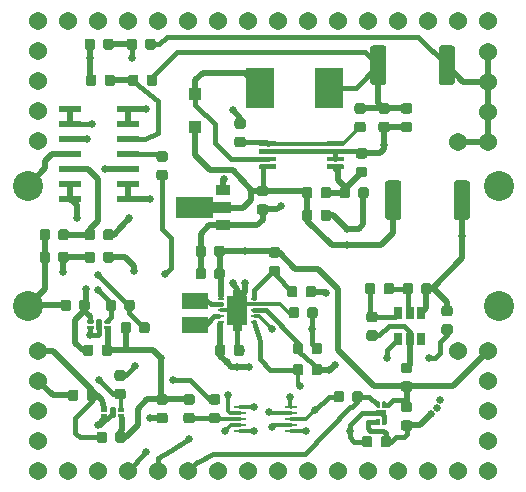
<source format=gtl>
G04 #@! TF.GenerationSoftware,KiCad,Pcbnew,(5.1.5)-3*
G04 #@! TF.CreationDate,2020-07-17T01:19:51+01:00*
G04 #@! TF.ProjectId,power-board,706f7765-722d-4626-9f61-72642e6b6963,v0*
G04 #@! TF.SameCoordinates,Original*
G04 #@! TF.FileFunction,Copper,L1,Top*
G04 #@! TF.FilePolarity,Positive*
%FSLAX46Y46*%
G04 Gerber Fmt 4.6, Leading zero omitted, Abs format (unit mm)*
G04 Created by KiCad (PCBNEW (5.1.5)-3) date 2020-07-17 01:19:51*
%MOMM*%
%LPD*%
G04 APERTURE LIST*
%ADD10C,0.635000*%
%ADD11C,0.100000*%
%ADD12R,0.600000X0.240000*%
%ADD13R,2.209800X1.371600*%
%ADD14R,1.300000X0.900000*%
%ADD15R,1.100000X1.100000*%
%ADD16C,1.540000*%
%ADD17C,2.540000*%
%ADD18R,2.413000X3.429000*%
%ADD19R,1.981200X0.558800*%
%ADD20R,1.100000X0.250000*%
%ADD21R,0.650000X1.060000*%
%ADD22C,0.508000*%
%ADD23C,0.406400*%
%ADD24C,0.304800*%
%ADD25C,0.254000*%
G04 APERTURE END LIST*
D10*
X152781000Y-112741400D03*
X152781000Y-113478000D03*
X152781000Y-114265400D03*
G04 #@! TA.AperFunction,SMDPad,CuDef*
D11*
G36*
X152656000Y-112278000D02*
G01*
X152906000Y-112278000D01*
X152906000Y-111778000D01*
X153156000Y-111778000D01*
X153156000Y-112278000D01*
X153606000Y-112278000D01*
X153606000Y-114678000D01*
X153156000Y-114678000D01*
X153156000Y-115178000D01*
X152906000Y-115178000D01*
X152906000Y-114678000D01*
X152656000Y-114678000D01*
X152656000Y-115178000D01*
X152406000Y-115178000D01*
X152406000Y-114678000D01*
X151956000Y-114678000D01*
X151956000Y-112278000D01*
X152406000Y-112278000D01*
X152406000Y-111778000D01*
X152656000Y-111778000D01*
X152656000Y-112278000D01*
G37*
G04 #@! TD.AperFunction*
D12*
X154181000Y-112478000D03*
X154181000Y-112978000D03*
X154181000Y-113478000D03*
X154181000Y-113978000D03*
X154181000Y-114478000D03*
X151381000Y-114478000D03*
X151381000Y-113978000D03*
X151381000Y-113478000D03*
X151381000Y-112978000D03*
X151381000Y-112478000D03*
D13*
X149225000Y-114681000D03*
X149225000Y-112649000D03*
G04 #@! TA.AperFunction,SMDPad,CuDef*
D11*
G36*
X148994691Y-120569053D02*
G01*
X149015926Y-120572203D01*
X149036750Y-120577419D01*
X149056962Y-120584651D01*
X149076368Y-120593830D01*
X149094781Y-120604866D01*
X149112024Y-120617654D01*
X149127930Y-120632070D01*
X149142346Y-120647976D01*
X149155134Y-120665219D01*
X149166170Y-120683632D01*
X149175349Y-120703038D01*
X149182581Y-120723250D01*
X149187797Y-120744074D01*
X149190947Y-120765309D01*
X149192000Y-120786750D01*
X149192000Y-121224250D01*
X149190947Y-121245691D01*
X149187797Y-121266926D01*
X149182581Y-121287750D01*
X149175349Y-121307962D01*
X149166170Y-121327368D01*
X149155134Y-121345781D01*
X149142346Y-121363024D01*
X149127930Y-121378930D01*
X149112024Y-121393346D01*
X149094781Y-121406134D01*
X149076368Y-121417170D01*
X149056962Y-121426349D01*
X149036750Y-121433581D01*
X149015926Y-121438797D01*
X148994691Y-121441947D01*
X148973250Y-121443000D01*
X148460750Y-121443000D01*
X148439309Y-121441947D01*
X148418074Y-121438797D01*
X148397250Y-121433581D01*
X148377038Y-121426349D01*
X148357632Y-121417170D01*
X148339219Y-121406134D01*
X148321976Y-121393346D01*
X148306070Y-121378930D01*
X148291654Y-121363024D01*
X148278866Y-121345781D01*
X148267830Y-121327368D01*
X148258651Y-121307962D01*
X148251419Y-121287750D01*
X148246203Y-121266926D01*
X148243053Y-121245691D01*
X148242000Y-121224250D01*
X148242000Y-120786750D01*
X148243053Y-120765309D01*
X148246203Y-120744074D01*
X148251419Y-120723250D01*
X148258651Y-120703038D01*
X148267830Y-120683632D01*
X148278866Y-120665219D01*
X148291654Y-120647976D01*
X148306070Y-120632070D01*
X148321976Y-120617654D01*
X148339219Y-120604866D01*
X148357632Y-120593830D01*
X148377038Y-120584651D01*
X148397250Y-120577419D01*
X148418074Y-120572203D01*
X148439309Y-120569053D01*
X148460750Y-120568000D01*
X148973250Y-120568000D01*
X148994691Y-120569053D01*
G37*
G04 #@! TD.AperFunction*
G04 #@! TA.AperFunction,SMDPad,CuDef*
G36*
X148994691Y-122144053D02*
G01*
X149015926Y-122147203D01*
X149036750Y-122152419D01*
X149056962Y-122159651D01*
X149076368Y-122168830D01*
X149094781Y-122179866D01*
X149112024Y-122192654D01*
X149127930Y-122207070D01*
X149142346Y-122222976D01*
X149155134Y-122240219D01*
X149166170Y-122258632D01*
X149175349Y-122278038D01*
X149182581Y-122298250D01*
X149187797Y-122319074D01*
X149190947Y-122340309D01*
X149192000Y-122361750D01*
X149192000Y-122799250D01*
X149190947Y-122820691D01*
X149187797Y-122841926D01*
X149182581Y-122862750D01*
X149175349Y-122882962D01*
X149166170Y-122902368D01*
X149155134Y-122920781D01*
X149142346Y-122938024D01*
X149127930Y-122953930D01*
X149112024Y-122968346D01*
X149094781Y-122981134D01*
X149076368Y-122992170D01*
X149056962Y-123001349D01*
X149036750Y-123008581D01*
X149015926Y-123013797D01*
X148994691Y-123016947D01*
X148973250Y-123018000D01*
X148460750Y-123018000D01*
X148439309Y-123016947D01*
X148418074Y-123013797D01*
X148397250Y-123008581D01*
X148377038Y-123001349D01*
X148357632Y-122992170D01*
X148339219Y-122981134D01*
X148321976Y-122968346D01*
X148306070Y-122953930D01*
X148291654Y-122938024D01*
X148278866Y-122920781D01*
X148267830Y-122902368D01*
X148258651Y-122882962D01*
X148251419Y-122862750D01*
X148246203Y-122841926D01*
X148243053Y-122820691D01*
X148242000Y-122799250D01*
X148242000Y-122361750D01*
X148243053Y-122340309D01*
X148246203Y-122319074D01*
X148251419Y-122298250D01*
X148258651Y-122278038D01*
X148267830Y-122258632D01*
X148278866Y-122240219D01*
X148291654Y-122222976D01*
X148306070Y-122207070D01*
X148321976Y-122192654D01*
X148339219Y-122179866D01*
X148357632Y-122168830D01*
X148377038Y-122159651D01*
X148397250Y-122152419D01*
X148418074Y-122147203D01*
X148439309Y-122144053D01*
X148460750Y-122143000D01*
X148973250Y-122143000D01*
X148994691Y-122144053D01*
G37*
G04 #@! TD.AperFunction*
G04 #@! TA.AperFunction,SMDPad,CuDef*
G36*
X155217691Y-102916053D02*
G01*
X155238926Y-102919203D01*
X155259750Y-102924419D01*
X155279962Y-102931651D01*
X155299368Y-102940830D01*
X155317781Y-102951866D01*
X155335024Y-102964654D01*
X155350930Y-102979070D01*
X155365346Y-102994976D01*
X155378134Y-103012219D01*
X155389170Y-103030632D01*
X155398349Y-103050038D01*
X155405581Y-103070250D01*
X155410797Y-103091074D01*
X155413947Y-103112309D01*
X155415000Y-103133750D01*
X155415000Y-103571250D01*
X155413947Y-103592691D01*
X155410797Y-103613926D01*
X155405581Y-103634750D01*
X155398349Y-103654962D01*
X155389170Y-103674368D01*
X155378134Y-103692781D01*
X155365346Y-103710024D01*
X155350930Y-103725930D01*
X155335024Y-103740346D01*
X155317781Y-103753134D01*
X155299368Y-103764170D01*
X155279962Y-103773349D01*
X155259750Y-103780581D01*
X155238926Y-103785797D01*
X155217691Y-103788947D01*
X155196250Y-103790000D01*
X154683750Y-103790000D01*
X154662309Y-103788947D01*
X154641074Y-103785797D01*
X154620250Y-103780581D01*
X154600038Y-103773349D01*
X154580632Y-103764170D01*
X154562219Y-103753134D01*
X154544976Y-103740346D01*
X154529070Y-103725930D01*
X154514654Y-103710024D01*
X154501866Y-103692781D01*
X154490830Y-103674368D01*
X154481651Y-103654962D01*
X154474419Y-103634750D01*
X154469203Y-103613926D01*
X154466053Y-103592691D01*
X154465000Y-103571250D01*
X154465000Y-103133750D01*
X154466053Y-103112309D01*
X154469203Y-103091074D01*
X154474419Y-103070250D01*
X154481651Y-103050038D01*
X154490830Y-103030632D01*
X154501866Y-103012219D01*
X154514654Y-102994976D01*
X154529070Y-102979070D01*
X154544976Y-102964654D01*
X154562219Y-102951866D01*
X154580632Y-102940830D01*
X154600038Y-102931651D01*
X154620250Y-102924419D01*
X154641074Y-102919203D01*
X154662309Y-102916053D01*
X154683750Y-102915000D01*
X155196250Y-102915000D01*
X155217691Y-102916053D01*
G37*
G04 #@! TD.AperFunction*
G04 #@! TA.AperFunction,SMDPad,CuDef*
G36*
X155217691Y-104491053D02*
G01*
X155238926Y-104494203D01*
X155259750Y-104499419D01*
X155279962Y-104506651D01*
X155299368Y-104515830D01*
X155317781Y-104526866D01*
X155335024Y-104539654D01*
X155350930Y-104554070D01*
X155365346Y-104569976D01*
X155378134Y-104587219D01*
X155389170Y-104605632D01*
X155398349Y-104625038D01*
X155405581Y-104645250D01*
X155410797Y-104666074D01*
X155413947Y-104687309D01*
X155415000Y-104708750D01*
X155415000Y-105146250D01*
X155413947Y-105167691D01*
X155410797Y-105188926D01*
X155405581Y-105209750D01*
X155398349Y-105229962D01*
X155389170Y-105249368D01*
X155378134Y-105267781D01*
X155365346Y-105285024D01*
X155350930Y-105300930D01*
X155335024Y-105315346D01*
X155317781Y-105328134D01*
X155299368Y-105339170D01*
X155279962Y-105348349D01*
X155259750Y-105355581D01*
X155238926Y-105360797D01*
X155217691Y-105363947D01*
X155196250Y-105365000D01*
X154683750Y-105365000D01*
X154662309Y-105363947D01*
X154641074Y-105360797D01*
X154620250Y-105355581D01*
X154600038Y-105348349D01*
X154580632Y-105339170D01*
X154562219Y-105328134D01*
X154544976Y-105315346D01*
X154529070Y-105300930D01*
X154514654Y-105285024D01*
X154501866Y-105267781D01*
X154490830Y-105249368D01*
X154481651Y-105229962D01*
X154474419Y-105209750D01*
X154469203Y-105188926D01*
X154466053Y-105167691D01*
X154465000Y-105146250D01*
X154465000Y-104708750D01*
X154466053Y-104687309D01*
X154469203Y-104666074D01*
X154474419Y-104645250D01*
X154481651Y-104625038D01*
X154490830Y-104605632D01*
X154501866Y-104587219D01*
X154514654Y-104569976D01*
X154529070Y-104554070D01*
X154544976Y-104539654D01*
X154562219Y-104526866D01*
X154580632Y-104515830D01*
X154600038Y-104506651D01*
X154620250Y-104499419D01*
X154641074Y-104494203D01*
X154662309Y-104491053D01*
X154683750Y-104490000D01*
X155196250Y-104490000D01*
X155217691Y-104491053D01*
G37*
G04 #@! TD.AperFunction*
G04 #@! TA.AperFunction,SMDPad,CuDef*
G36*
X147648500Y-103908500D02*
G01*
X150773500Y-103908500D01*
X150773500Y-104325000D01*
X152248500Y-104325000D01*
X152248500Y-105225000D01*
X150773500Y-105225000D01*
X150773500Y-105641500D01*
X147648500Y-105641500D01*
X147648500Y-103908500D01*
G37*
G04 #@! TD.AperFunction*
D14*
X151598500Y-103275000D03*
X151598500Y-106275000D03*
G04 #@! TA.AperFunction,SMDPad,CuDef*
D11*
G36*
X167409691Y-95931053D02*
G01*
X167430926Y-95934203D01*
X167451750Y-95939419D01*
X167471962Y-95946651D01*
X167491368Y-95955830D01*
X167509781Y-95966866D01*
X167527024Y-95979654D01*
X167542930Y-95994070D01*
X167557346Y-96009976D01*
X167570134Y-96027219D01*
X167581170Y-96045632D01*
X167590349Y-96065038D01*
X167597581Y-96085250D01*
X167602797Y-96106074D01*
X167605947Y-96127309D01*
X167607000Y-96148750D01*
X167607000Y-96586250D01*
X167605947Y-96607691D01*
X167602797Y-96628926D01*
X167597581Y-96649750D01*
X167590349Y-96669962D01*
X167581170Y-96689368D01*
X167570134Y-96707781D01*
X167557346Y-96725024D01*
X167542930Y-96740930D01*
X167527024Y-96755346D01*
X167509781Y-96768134D01*
X167491368Y-96779170D01*
X167471962Y-96788349D01*
X167451750Y-96795581D01*
X167430926Y-96800797D01*
X167409691Y-96803947D01*
X167388250Y-96805000D01*
X166875750Y-96805000D01*
X166854309Y-96803947D01*
X166833074Y-96800797D01*
X166812250Y-96795581D01*
X166792038Y-96788349D01*
X166772632Y-96779170D01*
X166754219Y-96768134D01*
X166736976Y-96755346D01*
X166721070Y-96740930D01*
X166706654Y-96725024D01*
X166693866Y-96707781D01*
X166682830Y-96689368D01*
X166673651Y-96669962D01*
X166666419Y-96649750D01*
X166661203Y-96628926D01*
X166658053Y-96607691D01*
X166657000Y-96586250D01*
X166657000Y-96148750D01*
X166658053Y-96127309D01*
X166661203Y-96106074D01*
X166666419Y-96085250D01*
X166673651Y-96065038D01*
X166682830Y-96045632D01*
X166693866Y-96027219D01*
X166706654Y-96009976D01*
X166721070Y-95994070D01*
X166736976Y-95979654D01*
X166754219Y-95966866D01*
X166772632Y-95955830D01*
X166792038Y-95946651D01*
X166812250Y-95939419D01*
X166833074Y-95934203D01*
X166854309Y-95931053D01*
X166875750Y-95930000D01*
X167388250Y-95930000D01*
X167409691Y-95931053D01*
G37*
G04 #@! TD.AperFunction*
G04 #@! TA.AperFunction,SMDPad,CuDef*
G36*
X167409691Y-97506053D02*
G01*
X167430926Y-97509203D01*
X167451750Y-97514419D01*
X167471962Y-97521651D01*
X167491368Y-97530830D01*
X167509781Y-97541866D01*
X167527024Y-97554654D01*
X167542930Y-97569070D01*
X167557346Y-97584976D01*
X167570134Y-97602219D01*
X167581170Y-97620632D01*
X167590349Y-97640038D01*
X167597581Y-97660250D01*
X167602797Y-97681074D01*
X167605947Y-97702309D01*
X167607000Y-97723750D01*
X167607000Y-98161250D01*
X167605947Y-98182691D01*
X167602797Y-98203926D01*
X167597581Y-98224750D01*
X167590349Y-98244962D01*
X167581170Y-98264368D01*
X167570134Y-98282781D01*
X167557346Y-98300024D01*
X167542930Y-98315930D01*
X167527024Y-98330346D01*
X167509781Y-98343134D01*
X167491368Y-98354170D01*
X167471962Y-98363349D01*
X167451750Y-98370581D01*
X167430926Y-98375797D01*
X167409691Y-98378947D01*
X167388250Y-98380000D01*
X166875750Y-98380000D01*
X166854309Y-98378947D01*
X166833074Y-98375797D01*
X166812250Y-98370581D01*
X166792038Y-98363349D01*
X166772632Y-98354170D01*
X166754219Y-98343134D01*
X166736976Y-98330346D01*
X166721070Y-98315930D01*
X166706654Y-98300024D01*
X166693866Y-98282781D01*
X166682830Y-98264368D01*
X166673651Y-98244962D01*
X166666419Y-98224750D01*
X166661203Y-98203926D01*
X166658053Y-98182691D01*
X166657000Y-98161250D01*
X166657000Y-97723750D01*
X166658053Y-97702309D01*
X166661203Y-97681074D01*
X166666419Y-97660250D01*
X166673651Y-97640038D01*
X166682830Y-97620632D01*
X166693866Y-97602219D01*
X166706654Y-97584976D01*
X166721070Y-97569070D01*
X166736976Y-97554654D01*
X166754219Y-97541866D01*
X166772632Y-97530830D01*
X166792038Y-97521651D01*
X166812250Y-97514419D01*
X166833074Y-97509203D01*
X166854309Y-97506053D01*
X166875750Y-97505000D01*
X167388250Y-97505000D01*
X167409691Y-97506053D01*
G37*
G04 #@! TD.AperFunction*
G04 #@! TA.AperFunction,SMDPad,CuDef*
G36*
X165504691Y-97506053D02*
G01*
X165525926Y-97509203D01*
X165546750Y-97514419D01*
X165566962Y-97521651D01*
X165586368Y-97530830D01*
X165604781Y-97541866D01*
X165622024Y-97554654D01*
X165637930Y-97569070D01*
X165652346Y-97584976D01*
X165665134Y-97602219D01*
X165676170Y-97620632D01*
X165685349Y-97640038D01*
X165692581Y-97660250D01*
X165697797Y-97681074D01*
X165700947Y-97702309D01*
X165702000Y-97723750D01*
X165702000Y-98161250D01*
X165700947Y-98182691D01*
X165697797Y-98203926D01*
X165692581Y-98224750D01*
X165685349Y-98244962D01*
X165676170Y-98264368D01*
X165665134Y-98282781D01*
X165652346Y-98300024D01*
X165637930Y-98315930D01*
X165622024Y-98330346D01*
X165604781Y-98343134D01*
X165586368Y-98354170D01*
X165566962Y-98363349D01*
X165546750Y-98370581D01*
X165525926Y-98375797D01*
X165504691Y-98378947D01*
X165483250Y-98380000D01*
X164970750Y-98380000D01*
X164949309Y-98378947D01*
X164928074Y-98375797D01*
X164907250Y-98370581D01*
X164887038Y-98363349D01*
X164867632Y-98354170D01*
X164849219Y-98343134D01*
X164831976Y-98330346D01*
X164816070Y-98315930D01*
X164801654Y-98300024D01*
X164788866Y-98282781D01*
X164777830Y-98264368D01*
X164768651Y-98244962D01*
X164761419Y-98224750D01*
X164756203Y-98203926D01*
X164753053Y-98182691D01*
X164752000Y-98161250D01*
X164752000Y-97723750D01*
X164753053Y-97702309D01*
X164756203Y-97681074D01*
X164761419Y-97660250D01*
X164768651Y-97640038D01*
X164777830Y-97620632D01*
X164788866Y-97602219D01*
X164801654Y-97584976D01*
X164816070Y-97569070D01*
X164831976Y-97554654D01*
X164849219Y-97541866D01*
X164867632Y-97530830D01*
X164887038Y-97521651D01*
X164907250Y-97514419D01*
X164928074Y-97509203D01*
X164949309Y-97506053D01*
X164970750Y-97505000D01*
X165483250Y-97505000D01*
X165504691Y-97506053D01*
G37*
G04 #@! TD.AperFunction*
G04 #@! TA.AperFunction,SMDPad,CuDef*
G36*
X165504691Y-95931053D02*
G01*
X165525926Y-95934203D01*
X165546750Y-95939419D01*
X165566962Y-95946651D01*
X165586368Y-95955830D01*
X165604781Y-95966866D01*
X165622024Y-95979654D01*
X165637930Y-95994070D01*
X165652346Y-96009976D01*
X165665134Y-96027219D01*
X165676170Y-96045632D01*
X165685349Y-96065038D01*
X165692581Y-96085250D01*
X165697797Y-96106074D01*
X165700947Y-96127309D01*
X165702000Y-96148750D01*
X165702000Y-96586250D01*
X165700947Y-96607691D01*
X165697797Y-96628926D01*
X165692581Y-96649750D01*
X165685349Y-96669962D01*
X165676170Y-96689368D01*
X165665134Y-96707781D01*
X165652346Y-96725024D01*
X165637930Y-96740930D01*
X165622024Y-96755346D01*
X165604781Y-96768134D01*
X165586368Y-96779170D01*
X165566962Y-96788349D01*
X165546750Y-96795581D01*
X165525926Y-96800797D01*
X165504691Y-96803947D01*
X165483250Y-96805000D01*
X164970750Y-96805000D01*
X164949309Y-96803947D01*
X164928074Y-96800797D01*
X164907250Y-96795581D01*
X164887038Y-96788349D01*
X164867632Y-96779170D01*
X164849219Y-96768134D01*
X164831976Y-96755346D01*
X164816070Y-96740930D01*
X164801654Y-96725024D01*
X164788866Y-96707781D01*
X164777830Y-96689368D01*
X164768651Y-96669962D01*
X164761419Y-96649750D01*
X164756203Y-96628926D01*
X164753053Y-96607691D01*
X164752000Y-96586250D01*
X164752000Y-96148750D01*
X164753053Y-96127309D01*
X164756203Y-96106074D01*
X164761419Y-96085250D01*
X164768651Y-96065038D01*
X164777830Y-96045632D01*
X164788866Y-96027219D01*
X164801654Y-96009976D01*
X164816070Y-95994070D01*
X164831976Y-95979654D01*
X164849219Y-95966866D01*
X164867632Y-95955830D01*
X164887038Y-95946651D01*
X164907250Y-95939419D01*
X164928074Y-95934203D01*
X164949309Y-95931053D01*
X164970750Y-95930000D01*
X165483250Y-95930000D01*
X165504691Y-95931053D01*
G37*
G04 #@! TD.AperFunction*
G04 #@! TA.AperFunction,SMDPad,CuDef*
G36*
X153312691Y-98776053D02*
G01*
X153333926Y-98779203D01*
X153354750Y-98784419D01*
X153374962Y-98791651D01*
X153394368Y-98800830D01*
X153412781Y-98811866D01*
X153430024Y-98824654D01*
X153445930Y-98839070D01*
X153460346Y-98854976D01*
X153473134Y-98872219D01*
X153484170Y-98890632D01*
X153493349Y-98910038D01*
X153500581Y-98930250D01*
X153505797Y-98951074D01*
X153508947Y-98972309D01*
X153510000Y-98993750D01*
X153510000Y-99431250D01*
X153508947Y-99452691D01*
X153505797Y-99473926D01*
X153500581Y-99494750D01*
X153493349Y-99514962D01*
X153484170Y-99534368D01*
X153473134Y-99552781D01*
X153460346Y-99570024D01*
X153445930Y-99585930D01*
X153430024Y-99600346D01*
X153412781Y-99613134D01*
X153394368Y-99624170D01*
X153374962Y-99633349D01*
X153354750Y-99640581D01*
X153333926Y-99645797D01*
X153312691Y-99648947D01*
X153291250Y-99650000D01*
X152778750Y-99650000D01*
X152757309Y-99648947D01*
X152736074Y-99645797D01*
X152715250Y-99640581D01*
X152695038Y-99633349D01*
X152675632Y-99624170D01*
X152657219Y-99613134D01*
X152639976Y-99600346D01*
X152624070Y-99585930D01*
X152609654Y-99570024D01*
X152596866Y-99552781D01*
X152585830Y-99534368D01*
X152576651Y-99514962D01*
X152569419Y-99494750D01*
X152564203Y-99473926D01*
X152561053Y-99452691D01*
X152560000Y-99431250D01*
X152560000Y-98993750D01*
X152561053Y-98972309D01*
X152564203Y-98951074D01*
X152569419Y-98930250D01*
X152576651Y-98910038D01*
X152585830Y-98890632D01*
X152596866Y-98872219D01*
X152609654Y-98854976D01*
X152624070Y-98839070D01*
X152639976Y-98824654D01*
X152657219Y-98811866D01*
X152675632Y-98800830D01*
X152695038Y-98791651D01*
X152715250Y-98784419D01*
X152736074Y-98779203D01*
X152757309Y-98776053D01*
X152778750Y-98775000D01*
X153291250Y-98775000D01*
X153312691Y-98776053D01*
G37*
G04 #@! TD.AperFunction*
G04 #@! TA.AperFunction,SMDPad,CuDef*
G36*
X153312691Y-97201053D02*
G01*
X153333926Y-97204203D01*
X153354750Y-97209419D01*
X153374962Y-97216651D01*
X153394368Y-97225830D01*
X153412781Y-97236866D01*
X153430024Y-97249654D01*
X153445930Y-97264070D01*
X153460346Y-97279976D01*
X153473134Y-97297219D01*
X153484170Y-97315632D01*
X153493349Y-97335038D01*
X153500581Y-97355250D01*
X153505797Y-97376074D01*
X153508947Y-97397309D01*
X153510000Y-97418750D01*
X153510000Y-97856250D01*
X153508947Y-97877691D01*
X153505797Y-97898926D01*
X153500581Y-97919750D01*
X153493349Y-97939962D01*
X153484170Y-97959368D01*
X153473134Y-97977781D01*
X153460346Y-97995024D01*
X153445930Y-98010930D01*
X153430024Y-98025346D01*
X153412781Y-98038134D01*
X153394368Y-98049170D01*
X153374962Y-98058349D01*
X153354750Y-98065581D01*
X153333926Y-98070797D01*
X153312691Y-98073947D01*
X153291250Y-98075000D01*
X152778750Y-98075000D01*
X152757309Y-98073947D01*
X152736074Y-98070797D01*
X152715250Y-98065581D01*
X152695038Y-98058349D01*
X152675632Y-98049170D01*
X152657219Y-98038134D01*
X152639976Y-98025346D01*
X152624070Y-98010930D01*
X152609654Y-97995024D01*
X152596866Y-97977781D01*
X152585830Y-97959368D01*
X152576651Y-97939962D01*
X152569419Y-97919750D01*
X152564203Y-97898926D01*
X152561053Y-97877691D01*
X152560000Y-97856250D01*
X152560000Y-97418750D01*
X152561053Y-97397309D01*
X152564203Y-97376074D01*
X152569419Y-97355250D01*
X152576651Y-97335038D01*
X152585830Y-97315632D01*
X152596866Y-97297219D01*
X152609654Y-97279976D01*
X152624070Y-97264070D01*
X152639976Y-97249654D01*
X152657219Y-97236866D01*
X152675632Y-97225830D01*
X152695038Y-97216651D01*
X152715250Y-97209419D01*
X152736074Y-97204203D01*
X152757309Y-97201053D01*
X152778750Y-97200000D01*
X153291250Y-97200000D01*
X153312691Y-97201053D01*
G37*
G04 #@! TD.AperFunction*
G04 #@! TA.AperFunction,SMDPad,CuDef*
G36*
X163599691Y-99741053D02*
G01*
X163620926Y-99744203D01*
X163641750Y-99749419D01*
X163661962Y-99756651D01*
X163681368Y-99765830D01*
X163699781Y-99776866D01*
X163717024Y-99789654D01*
X163732930Y-99804070D01*
X163747346Y-99819976D01*
X163760134Y-99837219D01*
X163771170Y-99855632D01*
X163780349Y-99875038D01*
X163787581Y-99895250D01*
X163792797Y-99916074D01*
X163795947Y-99937309D01*
X163797000Y-99958750D01*
X163797000Y-100396250D01*
X163795947Y-100417691D01*
X163792797Y-100438926D01*
X163787581Y-100459750D01*
X163780349Y-100479962D01*
X163771170Y-100499368D01*
X163760134Y-100517781D01*
X163747346Y-100535024D01*
X163732930Y-100550930D01*
X163717024Y-100565346D01*
X163699781Y-100578134D01*
X163681368Y-100589170D01*
X163661962Y-100598349D01*
X163641750Y-100605581D01*
X163620926Y-100610797D01*
X163599691Y-100613947D01*
X163578250Y-100615000D01*
X163065750Y-100615000D01*
X163044309Y-100613947D01*
X163023074Y-100610797D01*
X163002250Y-100605581D01*
X162982038Y-100598349D01*
X162962632Y-100589170D01*
X162944219Y-100578134D01*
X162926976Y-100565346D01*
X162911070Y-100550930D01*
X162896654Y-100535024D01*
X162883866Y-100517781D01*
X162872830Y-100499368D01*
X162863651Y-100479962D01*
X162856419Y-100459750D01*
X162851203Y-100438926D01*
X162848053Y-100417691D01*
X162847000Y-100396250D01*
X162847000Y-99958750D01*
X162848053Y-99937309D01*
X162851203Y-99916074D01*
X162856419Y-99895250D01*
X162863651Y-99875038D01*
X162872830Y-99855632D01*
X162883866Y-99837219D01*
X162896654Y-99819976D01*
X162911070Y-99804070D01*
X162926976Y-99789654D01*
X162944219Y-99776866D01*
X162962632Y-99765830D01*
X162982038Y-99756651D01*
X163002250Y-99749419D01*
X163023074Y-99744203D01*
X163044309Y-99741053D01*
X163065750Y-99740000D01*
X163578250Y-99740000D01*
X163599691Y-99741053D01*
G37*
G04 #@! TD.AperFunction*
G04 #@! TA.AperFunction,SMDPad,CuDef*
G36*
X163599691Y-101316053D02*
G01*
X163620926Y-101319203D01*
X163641750Y-101324419D01*
X163661962Y-101331651D01*
X163681368Y-101340830D01*
X163699781Y-101351866D01*
X163717024Y-101364654D01*
X163732930Y-101379070D01*
X163747346Y-101394976D01*
X163760134Y-101412219D01*
X163771170Y-101430632D01*
X163780349Y-101450038D01*
X163787581Y-101470250D01*
X163792797Y-101491074D01*
X163795947Y-101512309D01*
X163797000Y-101533750D01*
X163797000Y-101971250D01*
X163795947Y-101992691D01*
X163792797Y-102013926D01*
X163787581Y-102034750D01*
X163780349Y-102054962D01*
X163771170Y-102074368D01*
X163760134Y-102092781D01*
X163747346Y-102110024D01*
X163732930Y-102125930D01*
X163717024Y-102140346D01*
X163699781Y-102153134D01*
X163681368Y-102164170D01*
X163661962Y-102173349D01*
X163641750Y-102180581D01*
X163620926Y-102185797D01*
X163599691Y-102188947D01*
X163578250Y-102190000D01*
X163065750Y-102190000D01*
X163044309Y-102188947D01*
X163023074Y-102185797D01*
X163002250Y-102180581D01*
X162982038Y-102173349D01*
X162962632Y-102164170D01*
X162944219Y-102153134D01*
X162926976Y-102140346D01*
X162911070Y-102125930D01*
X162896654Y-102110024D01*
X162883866Y-102092781D01*
X162872830Y-102074368D01*
X162863651Y-102054962D01*
X162856419Y-102034750D01*
X162851203Y-102013926D01*
X162848053Y-101992691D01*
X162847000Y-101971250D01*
X162847000Y-101533750D01*
X162848053Y-101512309D01*
X162851203Y-101491074D01*
X162856419Y-101470250D01*
X162863651Y-101450038D01*
X162872830Y-101430632D01*
X162883866Y-101412219D01*
X162896654Y-101394976D01*
X162911070Y-101379070D01*
X162926976Y-101364654D01*
X162944219Y-101351866D01*
X162962632Y-101340830D01*
X162982038Y-101331651D01*
X163002250Y-101324419D01*
X163023074Y-101319203D01*
X163044309Y-101316053D01*
X163065750Y-101315000D01*
X163578250Y-101315000D01*
X163599691Y-101316053D01*
G37*
G04 #@! TD.AperFunction*
G04 #@! TA.AperFunction,SMDPad,CuDef*
G36*
X160539691Y-104936053D02*
G01*
X160560926Y-104939203D01*
X160581750Y-104944419D01*
X160601962Y-104951651D01*
X160621368Y-104960830D01*
X160639781Y-104971866D01*
X160657024Y-104984654D01*
X160672930Y-104999070D01*
X160687346Y-105014976D01*
X160700134Y-105032219D01*
X160711170Y-105050632D01*
X160720349Y-105070038D01*
X160727581Y-105090250D01*
X160732797Y-105111074D01*
X160735947Y-105132309D01*
X160737000Y-105153750D01*
X160737000Y-105666250D01*
X160735947Y-105687691D01*
X160732797Y-105708926D01*
X160727581Y-105729750D01*
X160720349Y-105749962D01*
X160711170Y-105769368D01*
X160700134Y-105787781D01*
X160687346Y-105805024D01*
X160672930Y-105820930D01*
X160657024Y-105835346D01*
X160639781Y-105848134D01*
X160621368Y-105859170D01*
X160601962Y-105868349D01*
X160581750Y-105875581D01*
X160560926Y-105880797D01*
X160539691Y-105883947D01*
X160518250Y-105885000D01*
X160080750Y-105885000D01*
X160059309Y-105883947D01*
X160038074Y-105880797D01*
X160017250Y-105875581D01*
X159997038Y-105868349D01*
X159977632Y-105859170D01*
X159959219Y-105848134D01*
X159941976Y-105835346D01*
X159926070Y-105820930D01*
X159911654Y-105805024D01*
X159898866Y-105787781D01*
X159887830Y-105769368D01*
X159878651Y-105749962D01*
X159871419Y-105729750D01*
X159866203Y-105708926D01*
X159863053Y-105687691D01*
X159862000Y-105666250D01*
X159862000Y-105153750D01*
X159863053Y-105132309D01*
X159866203Y-105111074D01*
X159871419Y-105090250D01*
X159878651Y-105070038D01*
X159887830Y-105050632D01*
X159898866Y-105032219D01*
X159911654Y-105014976D01*
X159926070Y-104999070D01*
X159941976Y-104984654D01*
X159959219Y-104971866D01*
X159977632Y-104960830D01*
X159997038Y-104951651D01*
X160017250Y-104944419D01*
X160038074Y-104939203D01*
X160059309Y-104936053D01*
X160080750Y-104935000D01*
X160518250Y-104935000D01*
X160539691Y-104936053D01*
G37*
G04 #@! TD.AperFunction*
G04 #@! TA.AperFunction,SMDPad,CuDef*
G36*
X158964691Y-104936053D02*
G01*
X158985926Y-104939203D01*
X159006750Y-104944419D01*
X159026962Y-104951651D01*
X159046368Y-104960830D01*
X159064781Y-104971866D01*
X159082024Y-104984654D01*
X159097930Y-104999070D01*
X159112346Y-105014976D01*
X159125134Y-105032219D01*
X159136170Y-105050632D01*
X159145349Y-105070038D01*
X159152581Y-105090250D01*
X159157797Y-105111074D01*
X159160947Y-105132309D01*
X159162000Y-105153750D01*
X159162000Y-105666250D01*
X159160947Y-105687691D01*
X159157797Y-105708926D01*
X159152581Y-105729750D01*
X159145349Y-105749962D01*
X159136170Y-105769368D01*
X159125134Y-105787781D01*
X159112346Y-105805024D01*
X159097930Y-105820930D01*
X159082024Y-105835346D01*
X159064781Y-105848134D01*
X159046368Y-105859170D01*
X159026962Y-105868349D01*
X159006750Y-105875581D01*
X158985926Y-105880797D01*
X158964691Y-105883947D01*
X158943250Y-105885000D01*
X158505750Y-105885000D01*
X158484309Y-105883947D01*
X158463074Y-105880797D01*
X158442250Y-105875581D01*
X158422038Y-105868349D01*
X158402632Y-105859170D01*
X158384219Y-105848134D01*
X158366976Y-105835346D01*
X158351070Y-105820930D01*
X158336654Y-105805024D01*
X158323866Y-105787781D01*
X158312830Y-105769368D01*
X158303651Y-105749962D01*
X158296419Y-105729750D01*
X158291203Y-105708926D01*
X158288053Y-105687691D01*
X158287000Y-105666250D01*
X158287000Y-105153750D01*
X158288053Y-105132309D01*
X158291203Y-105111074D01*
X158296419Y-105090250D01*
X158303651Y-105070038D01*
X158312830Y-105050632D01*
X158323866Y-105032219D01*
X158336654Y-105014976D01*
X158351070Y-104999070D01*
X158366976Y-104984654D01*
X158384219Y-104971866D01*
X158402632Y-104960830D01*
X158422038Y-104951651D01*
X158442250Y-104944419D01*
X158463074Y-104939203D01*
X158484309Y-104936053D01*
X158505750Y-104935000D01*
X158943250Y-104935000D01*
X158964691Y-104936053D01*
G37*
G04 #@! TD.AperFunction*
G04 #@! TA.AperFunction,SMDPad,CuDef*
G36*
X151598691Y-116366053D02*
G01*
X151619926Y-116369203D01*
X151640750Y-116374419D01*
X151660962Y-116381651D01*
X151680368Y-116390830D01*
X151698781Y-116401866D01*
X151716024Y-116414654D01*
X151731930Y-116429070D01*
X151746346Y-116444976D01*
X151759134Y-116462219D01*
X151770170Y-116480632D01*
X151779349Y-116500038D01*
X151786581Y-116520250D01*
X151791797Y-116541074D01*
X151794947Y-116562309D01*
X151796000Y-116583750D01*
X151796000Y-117096250D01*
X151794947Y-117117691D01*
X151791797Y-117138926D01*
X151786581Y-117159750D01*
X151779349Y-117179962D01*
X151770170Y-117199368D01*
X151759134Y-117217781D01*
X151746346Y-117235024D01*
X151731930Y-117250930D01*
X151716024Y-117265346D01*
X151698781Y-117278134D01*
X151680368Y-117289170D01*
X151660962Y-117298349D01*
X151640750Y-117305581D01*
X151619926Y-117310797D01*
X151598691Y-117313947D01*
X151577250Y-117315000D01*
X151139750Y-117315000D01*
X151118309Y-117313947D01*
X151097074Y-117310797D01*
X151076250Y-117305581D01*
X151056038Y-117298349D01*
X151036632Y-117289170D01*
X151018219Y-117278134D01*
X151000976Y-117265346D01*
X150985070Y-117250930D01*
X150970654Y-117235024D01*
X150957866Y-117217781D01*
X150946830Y-117199368D01*
X150937651Y-117179962D01*
X150930419Y-117159750D01*
X150925203Y-117138926D01*
X150922053Y-117117691D01*
X150921000Y-117096250D01*
X150921000Y-116583750D01*
X150922053Y-116562309D01*
X150925203Y-116541074D01*
X150930419Y-116520250D01*
X150937651Y-116500038D01*
X150946830Y-116480632D01*
X150957866Y-116462219D01*
X150970654Y-116444976D01*
X150985070Y-116429070D01*
X151000976Y-116414654D01*
X151018219Y-116401866D01*
X151036632Y-116390830D01*
X151056038Y-116381651D01*
X151076250Y-116374419D01*
X151097074Y-116369203D01*
X151118309Y-116366053D01*
X151139750Y-116365000D01*
X151577250Y-116365000D01*
X151598691Y-116366053D01*
G37*
G04 #@! TD.AperFunction*
G04 #@! TA.AperFunction,SMDPad,CuDef*
G36*
X153173691Y-116366053D02*
G01*
X153194926Y-116369203D01*
X153215750Y-116374419D01*
X153235962Y-116381651D01*
X153255368Y-116390830D01*
X153273781Y-116401866D01*
X153291024Y-116414654D01*
X153306930Y-116429070D01*
X153321346Y-116444976D01*
X153334134Y-116462219D01*
X153345170Y-116480632D01*
X153354349Y-116500038D01*
X153361581Y-116520250D01*
X153366797Y-116541074D01*
X153369947Y-116562309D01*
X153371000Y-116583750D01*
X153371000Y-117096250D01*
X153369947Y-117117691D01*
X153366797Y-117138926D01*
X153361581Y-117159750D01*
X153354349Y-117179962D01*
X153345170Y-117199368D01*
X153334134Y-117217781D01*
X153321346Y-117235024D01*
X153306930Y-117250930D01*
X153291024Y-117265346D01*
X153273781Y-117278134D01*
X153255368Y-117289170D01*
X153235962Y-117298349D01*
X153215750Y-117305581D01*
X153194926Y-117310797D01*
X153173691Y-117313947D01*
X153152250Y-117315000D01*
X152714750Y-117315000D01*
X152693309Y-117313947D01*
X152672074Y-117310797D01*
X152651250Y-117305581D01*
X152631038Y-117298349D01*
X152611632Y-117289170D01*
X152593219Y-117278134D01*
X152575976Y-117265346D01*
X152560070Y-117250930D01*
X152545654Y-117235024D01*
X152532866Y-117217781D01*
X152521830Y-117199368D01*
X152512651Y-117179962D01*
X152505419Y-117159750D01*
X152500203Y-117138926D01*
X152497053Y-117117691D01*
X152496000Y-117096250D01*
X152496000Y-116583750D01*
X152497053Y-116562309D01*
X152500203Y-116541074D01*
X152505419Y-116520250D01*
X152512651Y-116500038D01*
X152521830Y-116480632D01*
X152532866Y-116462219D01*
X152545654Y-116444976D01*
X152560070Y-116429070D01*
X152575976Y-116414654D01*
X152593219Y-116401866D01*
X152611632Y-116390830D01*
X152631038Y-116381651D01*
X152651250Y-116374419D01*
X152672074Y-116369203D01*
X152693309Y-116366053D01*
X152714750Y-116365000D01*
X153152250Y-116365000D01*
X153173691Y-116366053D01*
G37*
G04 #@! TD.AperFunction*
G04 #@! TA.AperFunction,SMDPad,CuDef*
G36*
X151522691Y-107984053D02*
G01*
X151543926Y-107987203D01*
X151564750Y-107992419D01*
X151584962Y-107999651D01*
X151604368Y-108008830D01*
X151622781Y-108019866D01*
X151640024Y-108032654D01*
X151655930Y-108047070D01*
X151670346Y-108062976D01*
X151683134Y-108080219D01*
X151694170Y-108098632D01*
X151703349Y-108118038D01*
X151710581Y-108138250D01*
X151715797Y-108159074D01*
X151718947Y-108180309D01*
X151720000Y-108201750D01*
X151720000Y-108714250D01*
X151718947Y-108735691D01*
X151715797Y-108756926D01*
X151710581Y-108777750D01*
X151703349Y-108797962D01*
X151694170Y-108817368D01*
X151683134Y-108835781D01*
X151670346Y-108853024D01*
X151655930Y-108868930D01*
X151640024Y-108883346D01*
X151622781Y-108896134D01*
X151604368Y-108907170D01*
X151584962Y-108916349D01*
X151564750Y-108923581D01*
X151543926Y-108928797D01*
X151522691Y-108931947D01*
X151501250Y-108933000D01*
X151063750Y-108933000D01*
X151042309Y-108931947D01*
X151021074Y-108928797D01*
X151000250Y-108923581D01*
X150980038Y-108916349D01*
X150960632Y-108907170D01*
X150942219Y-108896134D01*
X150924976Y-108883346D01*
X150909070Y-108868930D01*
X150894654Y-108853024D01*
X150881866Y-108835781D01*
X150870830Y-108817368D01*
X150861651Y-108797962D01*
X150854419Y-108777750D01*
X150849203Y-108756926D01*
X150846053Y-108735691D01*
X150845000Y-108714250D01*
X150845000Y-108201750D01*
X150846053Y-108180309D01*
X150849203Y-108159074D01*
X150854419Y-108138250D01*
X150861651Y-108118038D01*
X150870830Y-108098632D01*
X150881866Y-108080219D01*
X150894654Y-108062976D01*
X150909070Y-108047070D01*
X150924976Y-108032654D01*
X150942219Y-108019866D01*
X150960632Y-108008830D01*
X150980038Y-107999651D01*
X151000250Y-107992419D01*
X151021074Y-107987203D01*
X151042309Y-107984053D01*
X151063750Y-107983000D01*
X151501250Y-107983000D01*
X151522691Y-107984053D01*
G37*
G04 #@! TD.AperFunction*
G04 #@! TA.AperFunction,SMDPad,CuDef*
G36*
X149947691Y-107984053D02*
G01*
X149968926Y-107987203D01*
X149989750Y-107992419D01*
X150009962Y-107999651D01*
X150029368Y-108008830D01*
X150047781Y-108019866D01*
X150065024Y-108032654D01*
X150080930Y-108047070D01*
X150095346Y-108062976D01*
X150108134Y-108080219D01*
X150119170Y-108098632D01*
X150128349Y-108118038D01*
X150135581Y-108138250D01*
X150140797Y-108159074D01*
X150143947Y-108180309D01*
X150145000Y-108201750D01*
X150145000Y-108714250D01*
X150143947Y-108735691D01*
X150140797Y-108756926D01*
X150135581Y-108777750D01*
X150128349Y-108797962D01*
X150119170Y-108817368D01*
X150108134Y-108835781D01*
X150095346Y-108853024D01*
X150080930Y-108868930D01*
X150065024Y-108883346D01*
X150047781Y-108896134D01*
X150029368Y-108907170D01*
X150009962Y-108916349D01*
X149989750Y-108923581D01*
X149968926Y-108928797D01*
X149947691Y-108931947D01*
X149926250Y-108933000D01*
X149488750Y-108933000D01*
X149467309Y-108931947D01*
X149446074Y-108928797D01*
X149425250Y-108923581D01*
X149405038Y-108916349D01*
X149385632Y-108907170D01*
X149367219Y-108896134D01*
X149349976Y-108883346D01*
X149334070Y-108868930D01*
X149319654Y-108853024D01*
X149306866Y-108835781D01*
X149295830Y-108817368D01*
X149286651Y-108797962D01*
X149279419Y-108777750D01*
X149274203Y-108756926D01*
X149271053Y-108735691D01*
X149270000Y-108714250D01*
X149270000Y-108201750D01*
X149271053Y-108180309D01*
X149274203Y-108159074D01*
X149279419Y-108138250D01*
X149286651Y-108118038D01*
X149295830Y-108098632D01*
X149306866Y-108080219D01*
X149319654Y-108062976D01*
X149334070Y-108047070D01*
X149349976Y-108032654D01*
X149367219Y-108019866D01*
X149385632Y-108008830D01*
X149405038Y-107999651D01*
X149425250Y-107992419D01*
X149446074Y-107987203D01*
X149467309Y-107984053D01*
X149488750Y-107983000D01*
X149926250Y-107983000D01*
X149947691Y-107984053D01*
G37*
G04 #@! TD.AperFunction*
G04 #@! TA.AperFunction,SMDPad,CuDef*
G36*
X149947691Y-109889053D02*
G01*
X149968926Y-109892203D01*
X149989750Y-109897419D01*
X150009962Y-109904651D01*
X150029368Y-109913830D01*
X150047781Y-109924866D01*
X150065024Y-109937654D01*
X150080930Y-109952070D01*
X150095346Y-109967976D01*
X150108134Y-109985219D01*
X150119170Y-110003632D01*
X150128349Y-110023038D01*
X150135581Y-110043250D01*
X150140797Y-110064074D01*
X150143947Y-110085309D01*
X150145000Y-110106750D01*
X150145000Y-110619250D01*
X150143947Y-110640691D01*
X150140797Y-110661926D01*
X150135581Y-110682750D01*
X150128349Y-110702962D01*
X150119170Y-110722368D01*
X150108134Y-110740781D01*
X150095346Y-110758024D01*
X150080930Y-110773930D01*
X150065024Y-110788346D01*
X150047781Y-110801134D01*
X150029368Y-110812170D01*
X150009962Y-110821349D01*
X149989750Y-110828581D01*
X149968926Y-110833797D01*
X149947691Y-110836947D01*
X149926250Y-110838000D01*
X149488750Y-110838000D01*
X149467309Y-110836947D01*
X149446074Y-110833797D01*
X149425250Y-110828581D01*
X149405038Y-110821349D01*
X149385632Y-110812170D01*
X149367219Y-110801134D01*
X149349976Y-110788346D01*
X149334070Y-110773930D01*
X149319654Y-110758024D01*
X149306866Y-110740781D01*
X149295830Y-110722368D01*
X149286651Y-110702962D01*
X149279419Y-110682750D01*
X149274203Y-110661926D01*
X149271053Y-110640691D01*
X149270000Y-110619250D01*
X149270000Y-110106750D01*
X149271053Y-110085309D01*
X149274203Y-110064074D01*
X149279419Y-110043250D01*
X149286651Y-110023038D01*
X149295830Y-110003632D01*
X149306866Y-109985219D01*
X149319654Y-109967976D01*
X149334070Y-109952070D01*
X149349976Y-109937654D01*
X149367219Y-109924866D01*
X149385632Y-109913830D01*
X149405038Y-109904651D01*
X149425250Y-109897419D01*
X149446074Y-109892203D01*
X149467309Y-109889053D01*
X149488750Y-109888000D01*
X149926250Y-109888000D01*
X149947691Y-109889053D01*
G37*
G04 #@! TD.AperFunction*
G04 #@! TA.AperFunction,SMDPad,CuDef*
G36*
X151522691Y-109889053D02*
G01*
X151543926Y-109892203D01*
X151564750Y-109897419D01*
X151584962Y-109904651D01*
X151604368Y-109913830D01*
X151622781Y-109924866D01*
X151640024Y-109937654D01*
X151655930Y-109952070D01*
X151670346Y-109967976D01*
X151683134Y-109985219D01*
X151694170Y-110003632D01*
X151703349Y-110023038D01*
X151710581Y-110043250D01*
X151715797Y-110064074D01*
X151718947Y-110085309D01*
X151720000Y-110106750D01*
X151720000Y-110619250D01*
X151718947Y-110640691D01*
X151715797Y-110661926D01*
X151710581Y-110682750D01*
X151703349Y-110702962D01*
X151694170Y-110722368D01*
X151683134Y-110740781D01*
X151670346Y-110758024D01*
X151655930Y-110773930D01*
X151640024Y-110788346D01*
X151622781Y-110801134D01*
X151604368Y-110812170D01*
X151584962Y-110821349D01*
X151564750Y-110828581D01*
X151543926Y-110833797D01*
X151522691Y-110836947D01*
X151501250Y-110838000D01*
X151063750Y-110838000D01*
X151042309Y-110836947D01*
X151021074Y-110833797D01*
X151000250Y-110828581D01*
X150980038Y-110821349D01*
X150960632Y-110812170D01*
X150942219Y-110801134D01*
X150924976Y-110788346D01*
X150909070Y-110773930D01*
X150894654Y-110758024D01*
X150881866Y-110740781D01*
X150870830Y-110722368D01*
X150861651Y-110702962D01*
X150854419Y-110682750D01*
X150849203Y-110661926D01*
X150846053Y-110640691D01*
X150845000Y-110619250D01*
X150845000Y-110106750D01*
X150846053Y-110085309D01*
X150849203Y-110064074D01*
X150854419Y-110043250D01*
X150861651Y-110023038D01*
X150870830Y-110003632D01*
X150881866Y-109985219D01*
X150894654Y-109967976D01*
X150909070Y-109952070D01*
X150924976Y-109937654D01*
X150942219Y-109924866D01*
X150960632Y-109913830D01*
X150980038Y-109904651D01*
X151000250Y-109897419D01*
X151021074Y-109892203D01*
X151042309Y-109889053D01*
X151063750Y-109888000D01*
X151501250Y-109888000D01*
X151522691Y-109889053D01*
G37*
G04 #@! TD.AperFunction*
G04 #@! TA.AperFunction,SMDPad,CuDef*
G36*
X145172691Y-114461053D02*
G01*
X145193926Y-114464203D01*
X145214750Y-114469419D01*
X145234962Y-114476651D01*
X145254368Y-114485830D01*
X145272781Y-114496866D01*
X145290024Y-114509654D01*
X145305930Y-114524070D01*
X145320346Y-114539976D01*
X145333134Y-114557219D01*
X145344170Y-114575632D01*
X145353349Y-114595038D01*
X145360581Y-114615250D01*
X145365797Y-114636074D01*
X145368947Y-114657309D01*
X145370000Y-114678750D01*
X145370000Y-115191250D01*
X145368947Y-115212691D01*
X145365797Y-115233926D01*
X145360581Y-115254750D01*
X145353349Y-115274962D01*
X145344170Y-115294368D01*
X145333134Y-115312781D01*
X145320346Y-115330024D01*
X145305930Y-115345930D01*
X145290024Y-115360346D01*
X145272781Y-115373134D01*
X145254368Y-115384170D01*
X145234962Y-115393349D01*
X145214750Y-115400581D01*
X145193926Y-115405797D01*
X145172691Y-115408947D01*
X145151250Y-115410000D01*
X144713750Y-115410000D01*
X144692309Y-115408947D01*
X144671074Y-115405797D01*
X144650250Y-115400581D01*
X144630038Y-115393349D01*
X144610632Y-115384170D01*
X144592219Y-115373134D01*
X144574976Y-115360346D01*
X144559070Y-115345930D01*
X144544654Y-115330024D01*
X144531866Y-115312781D01*
X144520830Y-115294368D01*
X144511651Y-115274962D01*
X144504419Y-115254750D01*
X144499203Y-115233926D01*
X144496053Y-115212691D01*
X144495000Y-115191250D01*
X144495000Y-114678750D01*
X144496053Y-114657309D01*
X144499203Y-114636074D01*
X144504419Y-114615250D01*
X144511651Y-114595038D01*
X144520830Y-114575632D01*
X144531866Y-114557219D01*
X144544654Y-114539976D01*
X144559070Y-114524070D01*
X144574976Y-114509654D01*
X144592219Y-114496866D01*
X144610632Y-114485830D01*
X144630038Y-114476651D01*
X144650250Y-114469419D01*
X144671074Y-114464203D01*
X144692309Y-114461053D01*
X144713750Y-114460000D01*
X145151250Y-114460000D01*
X145172691Y-114461053D01*
G37*
G04 #@! TD.AperFunction*
G04 #@! TA.AperFunction,SMDPad,CuDef*
G36*
X143597691Y-114461053D02*
G01*
X143618926Y-114464203D01*
X143639750Y-114469419D01*
X143659962Y-114476651D01*
X143679368Y-114485830D01*
X143697781Y-114496866D01*
X143715024Y-114509654D01*
X143730930Y-114524070D01*
X143745346Y-114539976D01*
X143758134Y-114557219D01*
X143769170Y-114575632D01*
X143778349Y-114595038D01*
X143785581Y-114615250D01*
X143790797Y-114636074D01*
X143793947Y-114657309D01*
X143795000Y-114678750D01*
X143795000Y-115191250D01*
X143793947Y-115212691D01*
X143790797Y-115233926D01*
X143785581Y-115254750D01*
X143778349Y-115274962D01*
X143769170Y-115294368D01*
X143758134Y-115312781D01*
X143745346Y-115330024D01*
X143730930Y-115345930D01*
X143715024Y-115360346D01*
X143697781Y-115373134D01*
X143679368Y-115384170D01*
X143659962Y-115393349D01*
X143639750Y-115400581D01*
X143618926Y-115405797D01*
X143597691Y-115408947D01*
X143576250Y-115410000D01*
X143138750Y-115410000D01*
X143117309Y-115408947D01*
X143096074Y-115405797D01*
X143075250Y-115400581D01*
X143055038Y-115393349D01*
X143035632Y-115384170D01*
X143017219Y-115373134D01*
X142999976Y-115360346D01*
X142984070Y-115345930D01*
X142969654Y-115330024D01*
X142956866Y-115312781D01*
X142945830Y-115294368D01*
X142936651Y-115274962D01*
X142929419Y-115254750D01*
X142924203Y-115233926D01*
X142921053Y-115212691D01*
X142920000Y-115191250D01*
X142920000Y-114678750D01*
X142921053Y-114657309D01*
X142924203Y-114636074D01*
X142929419Y-114615250D01*
X142936651Y-114595038D01*
X142945830Y-114575632D01*
X142956866Y-114557219D01*
X142969654Y-114539976D01*
X142984070Y-114524070D01*
X142999976Y-114509654D01*
X143017219Y-114496866D01*
X143035632Y-114485830D01*
X143055038Y-114476651D01*
X143075250Y-114469419D01*
X143096074Y-114464203D01*
X143117309Y-114461053D01*
X143138750Y-114460000D01*
X143576250Y-114460000D01*
X143597691Y-114461053D01*
G37*
G04 #@! TD.AperFunction*
G04 #@! TA.AperFunction,SMDPad,CuDef*
G36*
X167409691Y-119477053D02*
G01*
X167430926Y-119480203D01*
X167451750Y-119485419D01*
X167471962Y-119492651D01*
X167491368Y-119501830D01*
X167509781Y-119512866D01*
X167527024Y-119525654D01*
X167542930Y-119540070D01*
X167557346Y-119555976D01*
X167570134Y-119573219D01*
X167581170Y-119591632D01*
X167590349Y-119611038D01*
X167597581Y-119631250D01*
X167602797Y-119652074D01*
X167605947Y-119673309D01*
X167607000Y-119694750D01*
X167607000Y-120132250D01*
X167605947Y-120153691D01*
X167602797Y-120174926D01*
X167597581Y-120195750D01*
X167590349Y-120215962D01*
X167581170Y-120235368D01*
X167570134Y-120253781D01*
X167557346Y-120271024D01*
X167542930Y-120286930D01*
X167527024Y-120301346D01*
X167509781Y-120314134D01*
X167491368Y-120325170D01*
X167471962Y-120334349D01*
X167451750Y-120341581D01*
X167430926Y-120346797D01*
X167409691Y-120349947D01*
X167388250Y-120351000D01*
X166875750Y-120351000D01*
X166854309Y-120349947D01*
X166833074Y-120346797D01*
X166812250Y-120341581D01*
X166792038Y-120334349D01*
X166772632Y-120325170D01*
X166754219Y-120314134D01*
X166736976Y-120301346D01*
X166721070Y-120286930D01*
X166706654Y-120271024D01*
X166693866Y-120253781D01*
X166682830Y-120235368D01*
X166673651Y-120215962D01*
X166666419Y-120195750D01*
X166661203Y-120174926D01*
X166658053Y-120153691D01*
X166657000Y-120132250D01*
X166657000Y-119694750D01*
X166658053Y-119673309D01*
X166661203Y-119652074D01*
X166666419Y-119631250D01*
X166673651Y-119611038D01*
X166682830Y-119591632D01*
X166693866Y-119573219D01*
X166706654Y-119555976D01*
X166721070Y-119540070D01*
X166736976Y-119525654D01*
X166754219Y-119512866D01*
X166772632Y-119501830D01*
X166792038Y-119492651D01*
X166812250Y-119485419D01*
X166833074Y-119480203D01*
X166854309Y-119477053D01*
X166875750Y-119476000D01*
X167388250Y-119476000D01*
X167409691Y-119477053D01*
G37*
G04 #@! TD.AperFunction*
G04 #@! TA.AperFunction,SMDPad,CuDef*
G36*
X167409691Y-117902053D02*
G01*
X167430926Y-117905203D01*
X167451750Y-117910419D01*
X167471962Y-117917651D01*
X167491368Y-117926830D01*
X167509781Y-117937866D01*
X167527024Y-117950654D01*
X167542930Y-117965070D01*
X167557346Y-117980976D01*
X167570134Y-117998219D01*
X167581170Y-118016632D01*
X167590349Y-118036038D01*
X167597581Y-118056250D01*
X167602797Y-118077074D01*
X167605947Y-118098309D01*
X167607000Y-118119750D01*
X167607000Y-118557250D01*
X167605947Y-118578691D01*
X167602797Y-118599926D01*
X167597581Y-118620750D01*
X167590349Y-118640962D01*
X167581170Y-118660368D01*
X167570134Y-118678781D01*
X167557346Y-118696024D01*
X167542930Y-118711930D01*
X167527024Y-118726346D01*
X167509781Y-118739134D01*
X167491368Y-118750170D01*
X167471962Y-118759349D01*
X167451750Y-118766581D01*
X167430926Y-118771797D01*
X167409691Y-118774947D01*
X167388250Y-118776000D01*
X166875750Y-118776000D01*
X166854309Y-118774947D01*
X166833074Y-118771797D01*
X166812250Y-118766581D01*
X166792038Y-118759349D01*
X166772632Y-118750170D01*
X166754219Y-118739134D01*
X166736976Y-118726346D01*
X166721070Y-118711930D01*
X166706654Y-118696024D01*
X166693866Y-118678781D01*
X166682830Y-118660368D01*
X166673651Y-118640962D01*
X166666419Y-118620750D01*
X166661203Y-118599926D01*
X166658053Y-118578691D01*
X166657000Y-118557250D01*
X166657000Y-118119750D01*
X166658053Y-118098309D01*
X166661203Y-118077074D01*
X166666419Y-118056250D01*
X166673651Y-118036038D01*
X166682830Y-118016632D01*
X166693866Y-117998219D01*
X166706654Y-117980976D01*
X166721070Y-117965070D01*
X166736976Y-117950654D01*
X166754219Y-117937866D01*
X166772632Y-117926830D01*
X166792038Y-117917651D01*
X166812250Y-117910419D01*
X166833074Y-117905203D01*
X166854309Y-117902053D01*
X166875750Y-117901000D01*
X167388250Y-117901000D01*
X167409691Y-117902053D01*
G37*
G04 #@! TD.AperFunction*
G04 #@! TA.AperFunction,SMDPad,CuDef*
G36*
X146708691Y-120569053D02*
G01*
X146729926Y-120572203D01*
X146750750Y-120577419D01*
X146770962Y-120584651D01*
X146790368Y-120593830D01*
X146808781Y-120604866D01*
X146826024Y-120617654D01*
X146841930Y-120632070D01*
X146856346Y-120647976D01*
X146869134Y-120665219D01*
X146880170Y-120683632D01*
X146889349Y-120703038D01*
X146896581Y-120723250D01*
X146901797Y-120744074D01*
X146904947Y-120765309D01*
X146906000Y-120786750D01*
X146906000Y-121224250D01*
X146904947Y-121245691D01*
X146901797Y-121266926D01*
X146896581Y-121287750D01*
X146889349Y-121307962D01*
X146880170Y-121327368D01*
X146869134Y-121345781D01*
X146856346Y-121363024D01*
X146841930Y-121378930D01*
X146826024Y-121393346D01*
X146808781Y-121406134D01*
X146790368Y-121417170D01*
X146770962Y-121426349D01*
X146750750Y-121433581D01*
X146729926Y-121438797D01*
X146708691Y-121441947D01*
X146687250Y-121443000D01*
X146174750Y-121443000D01*
X146153309Y-121441947D01*
X146132074Y-121438797D01*
X146111250Y-121433581D01*
X146091038Y-121426349D01*
X146071632Y-121417170D01*
X146053219Y-121406134D01*
X146035976Y-121393346D01*
X146020070Y-121378930D01*
X146005654Y-121363024D01*
X145992866Y-121345781D01*
X145981830Y-121327368D01*
X145972651Y-121307962D01*
X145965419Y-121287750D01*
X145960203Y-121266926D01*
X145957053Y-121245691D01*
X145956000Y-121224250D01*
X145956000Y-120786750D01*
X145957053Y-120765309D01*
X145960203Y-120744074D01*
X145965419Y-120723250D01*
X145972651Y-120703038D01*
X145981830Y-120683632D01*
X145992866Y-120665219D01*
X146005654Y-120647976D01*
X146020070Y-120632070D01*
X146035976Y-120617654D01*
X146053219Y-120604866D01*
X146071632Y-120593830D01*
X146091038Y-120584651D01*
X146111250Y-120577419D01*
X146132074Y-120572203D01*
X146153309Y-120569053D01*
X146174750Y-120568000D01*
X146687250Y-120568000D01*
X146708691Y-120569053D01*
G37*
G04 #@! TD.AperFunction*
G04 #@! TA.AperFunction,SMDPad,CuDef*
G36*
X146708691Y-122144053D02*
G01*
X146729926Y-122147203D01*
X146750750Y-122152419D01*
X146770962Y-122159651D01*
X146790368Y-122168830D01*
X146808781Y-122179866D01*
X146826024Y-122192654D01*
X146841930Y-122207070D01*
X146856346Y-122222976D01*
X146869134Y-122240219D01*
X146880170Y-122258632D01*
X146889349Y-122278038D01*
X146896581Y-122298250D01*
X146901797Y-122319074D01*
X146904947Y-122340309D01*
X146906000Y-122361750D01*
X146906000Y-122799250D01*
X146904947Y-122820691D01*
X146901797Y-122841926D01*
X146896581Y-122862750D01*
X146889349Y-122882962D01*
X146880170Y-122902368D01*
X146869134Y-122920781D01*
X146856346Y-122938024D01*
X146841930Y-122953930D01*
X146826024Y-122968346D01*
X146808781Y-122981134D01*
X146790368Y-122992170D01*
X146770962Y-123001349D01*
X146750750Y-123008581D01*
X146729926Y-123013797D01*
X146708691Y-123016947D01*
X146687250Y-123018000D01*
X146174750Y-123018000D01*
X146153309Y-123016947D01*
X146132074Y-123013797D01*
X146111250Y-123008581D01*
X146091038Y-123001349D01*
X146071632Y-122992170D01*
X146053219Y-122981134D01*
X146035976Y-122968346D01*
X146020070Y-122953930D01*
X146005654Y-122938024D01*
X145992866Y-122920781D01*
X145981830Y-122902368D01*
X145972651Y-122882962D01*
X145965419Y-122862750D01*
X145960203Y-122841926D01*
X145957053Y-122820691D01*
X145956000Y-122799250D01*
X145956000Y-122361750D01*
X145957053Y-122340309D01*
X145960203Y-122319074D01*
X145965419Y-122298250D01*
X145972651Y-122278038D01*
X145981830Y-122258632D01*
X145992866Y-122240219D01*
X146005654Y-122222976D01*
X146020070Y-122207070D01*
X146035976Y-122192654D01*
X146053219Y-122179866D01*
X146071632Y-122168830D01*
X146091038Y-122159651D01*
X146111250Y-122152419D01*
X146132074Y-122147203D01*
X146153309Y-122144053D01*
X146174750Y-122143000D01*
X146687250Y-122143000D01*
X146708691Y-122144053D01*
G37*
G04 #@! TD.AperFunction*
G04 #@! TA.AperFunction,SMDPad,CuDef*
G36*
X140092691Y-112556053D02*
G01*
X140113926Y-112559203D01*
X140134750Y-112564419D01*
X140154962Y-112571651D01*
X140174368Y-112580830D01*
X140192781Y-112591866D01*
X140210024Y-112604654D01*
X140225930Y-112619070D01*
X140240346Y-112634976D01*
X140253134Y-112652219D01*
X140264170Y-112670632D01*
X140273349Y-112690038D01*
X140280581Y-112710250D01*
X140285797Y-112731074D01*
X140288947Y-112752309D01*
X140290000Y-112773750D01*
X140290000Y-113286250D01*
X140288947Y-113307691D01*
X140285797Y-113328926D01*
X140280581Y-113349750D01*
X140273349Y-113369962D01*
X140264170Y-113389368D01*
X140253134Y-113407781D01*
X140240346Y-113425024D01*
X140225930Y-113440930D01*
X140210024Y-113455346D01*
X140192781Y-113468134D01*
X140174368Y-113479170D01*
X140154962Y-113488349D01*
X140134750Y-113495581D01*
X140113926Y-113500797D01*
X140092691Y-113503947D01*
X140071250Y-113505000D01*
X139633750Y-113505000D01*
X139612309Y-113503947D01*
X139591074Y-113500797D01*
X139570250Y-113495581D01*
X139550038Y-113488349D01*
X139530632Y-113479170D01*
X139512219Y-113468134D01*
X139494976Y-113455346D01*
X139479070Y-113440930D01*
X139464654Y-113425024D01*
X139451866Y-113407781D01*
X139440830Y-113389368D01*
X139431651Y-113369962D01*
X139424419Y-113349750D01*
X139419203Y-113328926D01*
X139416053Y-113307691D01*
X139415000Y-113286250D01*
X139415000Y-112773750D01*
X139416053Y-112752309D01*
X139419203Y-112731074D01*
X139424419Y-112710250D01*
X139431651Y-112690038D01*
X139440830Y-112670632D01*
X139451866Y-112652219D01*
X139464654Y-112634976D01*
X139479070Y-112619070D01*
X139494976Y-112604654D01*
X139512219Y-112591866D01*
X139530632Y-112580830D01*
X139550038Y-112571651D01*
X139570250Y-112564419D01*
X139591074Y-112559203D01*
X139612309Y-112556053D01*
X139633750Y-112555000D01*
X140071250Y-112555000D01*
X140092691Y-112556053D01*
G37*
G04 #@! TD.AperFunction*
G04 #@! TA.AperFunction,SMDPad,CuDef*
G36*
X138517691Y-112556053D02*
G01*
X138538926Y-112559203D01*
X138559750Y-112564419D01*
X138579962Y-112571651D01*
X138599368Y-112580830D01*
X138617781Y-112591866D01*
X138635024Y-112604654D01*
X138650930Y-112619070D01*
X138665346Y-112634976D01*
X138678134Y-112652219D01*
X138689170Y-112670632D01*
X138698349Y-112690038D01*
X138705581Y-112710250D01*
X138710797Y-112731074D01*
X138713947Y-112752309D01*
X138715000Y-112773750D01*
X138715000Y-113286250D01*
X138713947Y-113307691D01*
X138710797Y-113328926D01*
X138705581Y-113349750D01*
X138698349Y-113369962D01*
X138689170Y-113389368D01*
X138678134Y-113407781D01*
X138665346Y-113425024D01*
X138650930Y-113440930D01*
X138635024Y-113455346D01*
X138617781Y-113468134D01*
X138599368Y-113479170D01*
X138579962Y-113488349D01*
X138559750Y-113495581D01*
X138538926Y-113500797D01*
X138517691Y-113503947D01*
X138496250Y-113505000D01*
X138058750Y-113505000D01*
X138037309Y-113503947D01*
X138016074Y-113500797D01*
X137995250Y-113495581D01*
X137975038Y-113488349D01*
X137955632Y-113479170D01*
X137937219Y-113468134D01*
X137919976Y-113455346D01*
X137904070Y-113440930D01*
X137889654Y-113425024D01*
X137876866Y-113407781D01*
X137865830Y-113389368D01*
X137856651Y-113369962D01*
X137849419Y-113349750D01*
X137844203Y-113328926D01*
X137841053Y-113307691D01*
X137840000Y-113286250D01*
X137840000Y-112773750D01*
X137841053Y-112752309D01*
X137844203Y-112731074D01*
X137849419Y-112710250D01*
X137856651Y-112690038D01*
X137865830Y-112670632D01*
X137876866Y-112652219D01*
X137889654Y-112634976D01*
X137904070Y-112619070D01*
X137919976Y-112604654D01*
X137937219Y-112591866D01*
X137955632Y-112580830D01*
X137975038Y-112571651D01*
X137995250Y-112564419D01*
X138016074Y-112559203D01*
X138037309Y-112556053D01*
X138058750Y-112555000D01*
X138496250Y-112555000D01*
X138517691Y-112556053D01*
G37*
G04 #@! TD.AperFunction*
G04 #@! TA.AperFunction,SMDPad,CuDef*
G36*
X165619691Y-124113053D02*
G01*
X165640926Y-124116203D01*
X165661750Y-124121419D01*
X165681962Y-124128651D01*
X165701368Y-124137830D01*
X165719781Y-124148866D01*
X165737024Y-124161654D01*
X165752930Y-124176070D01*
X165767346Y-124191976D01*
X165780134Y-124209219D01*
X165791170Y-124227632D01*
X165800349Y-124247038D01*
X165807581Y-124267250D01*
X165812797Y-124288074D01*
X165815947Y-124309309D01*
X165817000Y-124330750D01*
X165817000Y-124843250D01*
X165815947Y-124864691D01*
X165812797Y-124885926D01*
X165807581Y-124906750D01*
X165800349Y-124926962D01*
X165791170Y-124946368D01*
X165780134Y-124964781D01*
X165767346Y-124982024D01*
X165752930Y-124997930D01*
X165737024Y-125012346D01*
X165719781Y-125025134D01*
X165701368Y-125036170D01*
X165681962Y-125045349D01*
X165661750Y-125052581D01*
X165640926Y-125057797D01*
X165619691Y-125060947D01*
X165598250Y-125062000D01*
X165160750Y-125062000D01*
X165139309Y-125060947D01*
X165118074Y-125057797D01*
X165097250Y-125052581D01*
X165077038Y-125045349D01*
X165057632Y-125036170D01*
X165039219Y-125025134D01*
X165021976Y-125012346D01*
X165006070Y-124997930D01*
X164991654Y-124982024D01*
X164978866Y-124964781D01*
X164967830Y-124946368D01*
X164958651Y-124926962D01*
X164951419Y-124906750D01*
X164946203Y-124885926D01*
X164943053Y-124864691D01*
X164942000Y-124843250D01*
X164942000Y-124330750D01*
X164943053Y-124309309D01*
X164946203Y-124288074D01*
X164951419Y-124267250D01*
X164958651Y-124247038D01*
X164967830Y-124227632D01*
X164978866Y-124209219D01*
X164991654Y-124191976D01*
X165006070Y-124176070D01*
X165021976Y-124161654D01*
X165039219Y-124148866D01*
X165057632Y-124137830D01*
X165077038Y-124128651D01*
X165097250Y-124121419D01*
X165118074Y-124116203D01*
X165139309Y-124113053D01*
X165160750Y-124112000D01*
X165598250Y-124112000D01*
X165619691Y-124113053D01*
G37*
G04 #@! TD.AperFunction*
G04 #@! TA.AperFunction,SMDPad,CuDef*
G36*
X164044691Y-124113053D02*
G01*
X164065926Y-124116203D01*
X164086750Y-124121419D01*
X164106962Y-124128651D01*
X164126368Y-124137830D01*
X164144781Y-124148866D01*
X164162024Y-124161654D01*
X164177930Y-124176070D01*
X164192346Y-124191976D01*
X164205134Y-124209219D01*
X164216170Y-124227632D01*
X164225349Y-124247038D01*
X164232581Y-124267250D01*
X164237797Y-124288074D01*
X164240947Y-124309309D01*
X164242000Y-124330750D01*
X164242000Y-124843250D01*
X164240947Y-124864691D01*
X164237797Y-124885926D01*
X164232581Y-124906750D01*
X164225349Y-124926962D01*
X164216170Y-124946368D01*
X164205134Y-124964781D01*
X164192346Y-124982024D01*
X164177930Y-124997930D01*
X164162024Y-125012346D01*
X164144781Y-125025134D01*
X164126368Y-125036170D01*
X164106962Y-125045349D01*
X164086750Y-125052581D01*
X164065926Y-125057797D01*
X164044691Y-125060947D01*
X164023250Y-125062000D01*
X163585750Y-125062000D01*
X163564309Y-125060947D01*
X163543074Y-125057797D01*
X163522250Y-125052581D01*
X163502038Y-125045349D01*
X163482632Y-125036170D01*
X163464219Y-125025134D01*
X163446976Y-125012346D01*
X163431070Y-124997930D01*
X163416654Y-124982024D01*
X163403866Y-124964781D01*
X163392830Y-124946368D01*
X163383651Y-124926962D01*
X163376419Y-124906750D01*
X163371203Y-124885926D01*
X163368053Y-124864691D01*
X163367000Y-124843250D01*
X163367000Y-124330750D01*
X163368053Y-124309309D01*
X163371203Y-124288074D01*
X163376419Y-124267250D01*
X163383651Y-124247038D01*
X163392830Y-124227632D01*
X163403866Y-124209219D01*
X163416654Y-124191976D01*
X163431070Y-124176070D01*
X163446976Y-124161654D01*
X163464219Y-124148866D01*
X163482632Y-124137830D01*
X163502038Y-124128651D01*
X163522250Y-124121419D01*
X163543074Y-124116203D01*
X163564309Y-124113053D01*
X163585750Y-124112000D01*
X164023250Y-124112000D01*
X164044691Y-124113053D01*
G37*
G04 #@! TD.AperFunction*
G04 #@! TA.AperFunction,SMDPad,CuDef*
G36*
X139152691Y-120176053D02*
G01*
X139173926Y-120179203D01*
X139194750Y-120184419D01*
X139214962Y-120191651D01*
X139234368Y-120200830D01*
X139252781Y-120211866D01*
X139270024Y-120224654D01*
X139285930Y-120239070D01*
X139300346Y-120254976D01*
X139313134Y-120272219D01*
X139324170Y-120290632D01*
X139333349Y-120310038D01*
X139340581Y-120330250D01*
X139345797Y-120351074D01*
X139348947Y-120372309D01*
X139350000Y-120393750D01*
X139350000Y-120906250D01*
X139348947Y-120927691D01*
X139345797Y-120948926D01*
X139340581Y-120969750D01*
X139333349Y-120989962D01*
X139324170Y-121009368D01*
X139313134Y-121027781D01*
X139300346Y-121045024D01*
X139285930Y-121060930D01*
X139270024Y-121075346D01*
X139252781Y-121088134D01*
X139234368Y-121099170D01*
X139214962Y-121108349D01*
X139194750Y-121115581D01*
X139173926Y-121120797D01*
X139152691Y-121123947D01*
X139131250Y-121125000D01*
X138693750Y-121125000D01*
X138672309Y-121123947D01*
X138651074Y-121120797D01*
X138630250Y-121115581D01*
X138610038Y-121108349D01*
X138590632Y-121099170D01*
X138572219Y-121088134D01*
X138554976Y-121075346D01*
X138539070Y-121060930D01*
X138524654Y-121045024D01*
X138511866Y-121027781D01*
X138500830Y-121009368D01*
X138491651Y-120989962D01*
X138484419Y-120969750D01*
X138479203Y-120948926D01*
X138476053Y-120927691D01*
X138475000Y-120906250D01*
X138475000Y-120393750D01*
X138476053Y-120372309D01*
X138479203Y-120351074D01*
X138484419Y-120330250D01*
X138491651Y-120310038D01*
X138500830Y-120290632D01*
X138511866Y-120272219D01*
X138524654Y-120254976D01*
X138539070Y-120239070D01*
X138554976Y-120224654D01*
X138572219Y-120211866D01*
X138590632Y-120200830D01*
X138610038Y-120191651D01*
X138630250Y-120184419D01*
X138651074Y-120179203D01*
X138672309Y-120176053D01*
X138693750Y-120175000D01*
X139131250Y-120175000D01*
X139152691Y-120176053D01*
G37*
G04 #@! TD.AperFunction*
G04 #@! TA.AperFunction,SMDPad,CuDef*
G36*
X140727691Y-120176053D02*
G01*
X140748926Y-120179203D01*
X140769750Y-120184419D01*
X140789962Y-120191651D01*
X140809368Y-120200830D01*
X140827781Y-120211866D01*
X140845024Y-120224654D01*
X140860930Y-120239070D01*
X140875346Y-120254976D01*
X140888134Y-120272219D01*
X140899170Y-120290632D01*
X140908349Y-120310038D01*
X140915581Y-120330250D01*
X140920797Y-120351074D01*
X140923947Y-120372309D01*
X140925000Y-120393750D01*
X140925000Y-120906250D01*
X140923947Y-120927691D01*
X140920797Y-120948926D01*
X140915581Y-120969750D01*
X140908349Y-120989962D01*
X140899170Y-121009368D01*
X140888134Y-121027781D01*
X140875346Y-121045024D01*
X140860930Y-121060930D01*
X140845024Y-121075346D01*
X140827781Y-121088134D01*
X140809368Y-121099170D01*
X140789962Y-121108349D01*
X140769750Y-121115581D01*
X140748926Y-121120797D01*
X140727691Y-121123947D01*
X140706250Y-121125000D01*
X140268750Y-121125000D01*
X140247309Y-121123947D01*
X140226074Y-121120797D01*
X140205250Y-121115581D01*
X140185038Y-121108349D01*
X140165632Y-121099170D01*
X140147219Y-121088134D01*
X140129976Y-121075346D01*
X140114070Y-121060930D01*
X140099654Y-121045024D01*
X140086866Y-121027781D01*
X140075830Y-121009368D01*
X140066651Y-120989962D01*
X140059419Y-120969750D01*
X140054203Y-120948926D01*
X140051053Y-120927691D01*
X140050000Y-120906250D01*
X140050000Y-120393750D01*
X140051053Y-120372309D01*
X140054203Y-120351074D01*
X140059419Y-120330250D01*
X140066651Y-120310038D01*
X140075830Y-120290632D01*
X140086866Y-120272219D01*
X140099654Y-120254976D01*
X140114070Y-120239070D01*
X140129976Y-120224654D01*
X140147219Y-120211866D01*
X140165632Y-120200830D01*
X140185038Y-120191651D01*
X140205250Y-120184419D01*
X140226074Y-120179203D01*
X140247309Y-120176053D01*
X140268750Y-120175000D01*
X140706250Y-120175000D01*
X140727691Y-120176053D01*
G37*
G04 #@! TD.AperFunction*
G04 #@! TA.AperFunction,SMDPad,CuDef*
G36*
X151153691Y-120569053D02*
G01*
X151174926Y-120572203D01*
X151195750Y-120577419D01*
X151215962Y-120584651D01*
X151235368Y-120593830D01*
X151253781Y-120604866D01*
X151271024Y-120617654D01*
X151286930Y-120632070D01*
X151301346Y-120647976D01*
X151314134Y-120665219D01*
X151325170Y-120683632D01*
X151334349Y-120703038D01*
X151341581Y-120723250D01*
X151346797Y-120744074D01*
X151349947Y-120765309D01*
X151351000Y-120786750D01*
X151351000Y-121224250D01*
X151349947Y-121245691D01*
X151346797Y-121266926D01*
X151341581Y-121287750D01*
X151334349Y-121307962D01*
X151325170Y-121327368D01*
X151314134Y-121345781D01*
X151301346Y-121363024D01*
X151286930Y-121378930D01*
X151271024Y-121393346D01*
X151253781Y-121406134D01*
X151235368Y-121417170D01*
X151215962Y-121426349D01*
X151195750Y-121433581D01*
X151174926Y-121438797D01*
X151153691Y-121441947D01*
X151132250Y-121443000D01*
X150619750Y-121443000D01*
X150598309Y-121441947D01*
X150577074Y-121438797D01*
X150556250Y-121433581D01*
X150536038Y-121426349D01*
X150516632Y-121417170D01*
X150498219Y-121406134D01*
X150480976Y-121393346D01*
X150465070Y-121378930D01*
X150450654Y-121363024D01*
X150437866Y-121345781D01*
X150426830Y-121327368D01*
X150417651Y-121307962D01*
X150410419Y-121287750D01*
X150405203Y-121266926D01*
X150402053Y-121245691D01*
X150401000Y-121224250D01*
X150401000Y-120786750D01*
X150402053Y-120765309D01*
X150405203Y-120744074D01*
X150410419Y-120723250D01*
X150417651Y-120703038D01*
X150426830Y-120683632D01*
X150437866Y-120665219D01*
X150450654Y-120647976D01*
X150465070Y-120632070D01*
X150480976Y-120617654D01*
X150498219Y-120604866D01*
X150516632Y-120593830D01*
X150536038Y-120584651D01*
X150556250Y-120577419D01*
X150577074Y-120572203D01*
X150598309Y-120569053D01*
X150619750Y-120568000D01*
X151132250Y-120568000D01*
X151153691Y-120569053D01*
G37*
G04 #@! TD.AperFunction*
G04 #@! TA.AperFunction,SMDPad,CuDef*
G36*
X151153691Y-122144053D02*
G01*
X151174926Y-122147203D01*
X151195750Y-122152419D01*
X151215962Y-122159651D01*
X151235368Y-122168830D01*
X151253781Y-122179866D01*
X151271024Y-122192654D01*
X151286930Y-122207070D01*
X151301346Y-122222976D01*
X151314134Y-122240219D01*
X151325170Y-122258632D01*
X151334349Y-122278038D01*
X151341581Y-122298250D01*
X151346797Y-122319074D01*
X151349947Y-122340309D01*
X151351000Y-122361750D01*
X151351000Y-122799250D01*
X151349947Y-122820691D01*
X151346797Y-122841926D01*
X151341581Y-122862750D01*
X151334349Y-122882962D01*
X151325170Y-122902368D01*
X151314134Y-122920781D01*
X151301346Y-122938024D01*
X151286930Y-122953930D01*
X151271024Y-122968346D01*
X151253781Y-122981134D01*
X151235368Y-122992170D01*
X151215962Y-123001349D01*
X151195750Y-123008581D01*
X151174926Y-123013797D01*
X151153691Y-123016947D01*
X151132250Y-123018000D01*
X150619750Y-123018000D01*
X150598309Y-123016947D01*
X150577074Y-123013797D01*
X150556250Y-123008581D01*
X150536038Y-123001349D01*
X150516632Y-122992170D01*
X150498219Y-122981134D01*
X150480976Y-122968346D01*
X150465070Y-122953930D01*
X150450654Y-122938024D01*
X150437866Y-122920781D01*
X150426830Y-122902368D01*
X150417651Y-122882962D01*
X150410419Y-122862750D01*
X150405203Y-122841926D01*
X150402053Y-122820691D01*
X150401000Y-122799250D01*
X150401000Y-122361750D01*
X150402053Y-122340309D01*
X150405203Y-122319074D01*
X150410419Y-122298250D01*
X150417651Y-122278038D01*
X150426830Y-122258632D01*
X150437866Y-122240219D01*
X150450654Y-122222976D01*
X150465070Y-122207070D01*
X150480976Y-122192654D01*
X150498219Y-122179866D01*
X150516632Y-122168830D01*
X150536038Y-122159651D01*
X150556250Y-122152419D01*
X150577074Y-122147203D01*
X150598309Y-122144053D01*
X150619750Y-122143000D01*
X151132250Y-122143000D01*
X151153691Y-122144053D01*
G37*
G04 #@! TD.AperFunction*
D15*
X149225000Y-97920000D03*
X149225000Y-95120000D03*
D16*
X135950000Y-88950000D03*
X138490000Y-88950000D03*
X141030000Y-88950000D03*
X143570000Y-88950000D03*
X146110000Y-88950000D03*
X148650000Y-88950000D03*
X151190000Y-88950000D03*
X153730000Y-88950000D03*
X156270000Y-88950000D03*
X158810000Y-88950000D03*
X161350000Y-88950000D03*
X163890000Y-88950000D03*
X166430000Y-88950000D03*
X168970000Y-88950000D03*
X171510000Y-88950000D03*
X174050000Y-88950000D03*
X174050000Y-127050000D03*
X171510000Y-127050000D03*
X168970000Y-127050000D03*
X166430000Y-127050000D03*
X163890000Y-127050000D03*
X161350000Y-127050000D03*
X158810000Y-127050000D03*
X156270000Y-127050000D03*
X153730000Y-127050000D03*
X151190000Y-127050000D03*
X148650000Y-127050000D03*
X146110000Y-127050000D03*
X143570000Y-127050000D03*
X141030000Y-127050000D03*
X138490000Y-127050000D03*
X135950000Y-127050000D03*
X135950000Y-91490000D03*
X135950000Y-94030000D03*
X135950000Y-96570000D03*
X135950000Y-99110000D03*
X135950000Y-124510000D03*
X135950000Y-121970000D03*
X135950000Y-119430000D03*
X135950000Y-116890000D03*
D17*
X174960000Y-113080000D03*
X135040000Y-113080000D03*
X174960000Y-102920000D03*
X135040000Y-102920000D03*
D18*
X160527000Y-94615000D03*
X154697000Y-94615000D03*
G04 #@! TA.AperFunction,SMDPad,CuDef*
D11*
G36*
X163472691Y-95931053D02*
G01*
X163493926Y-95934203D01*
X163514750Y-95939419D01*
X163534962Y-95946651D01*
X163554368Y-95955830D01*
X163572781Y-95966866D01*
X163590024Y-95979654D01*
X163605930Y-95994070D01*
X163620346Y-96009976D01*
X163633134Y-96027219D01*
X163644170Y-96045632D01*
X163653349Y-96065038D01*
X163660581Y-96085250D01*
X163665797Y-96106074D01*
X163668947Y-96127309D01*
X163670000Y-96148750D01*
X163670000Y-96586250D01*
X163668947Y-96607691D01*
X163665797Y-96628926D01*
X163660581Y-96649750D01*
X163653349Y-96669962D01*
X163644170Y-96689368D01*
X163633134Y-96707781D01*
X163620346Y-96725024D01*
X163605930Y-96740930D01*
X163590024Y-96755346D01*
X163572781Y-96768134D01*
X163554368Y-96779170D01*
X163534962Y-96788349D01*
X163514750Y-96795581D01*
X163493926Y-96800797D01*
X163472691Y-96803947D01*
X163451250Y-96805000D01*
X162938750Y-96805000D01*
X162917309Y-96803947D01*
X162896074Y-96800797D01*
X162875250Y-96795581D01*
X162855038Y-96788349D01*
X162835632Y-96779170D01*
X162817219Y-96768134D01*
X162799976Y-96755346D01*
X162784070Y-96740930D01*
X162769654Y-96725024D01*
X162756866Y-96707781D01*
X162745830Y-96689368D01*
X162736651Y-96669962D01*
X162729419Y-96649750D01*
X162724203Y-96628926D01*
X162721053Y-96607691D01*
X162720000Y-96586250D01*
X162720000Y-96148750D01*
X162721053Y-96127309D01*
X162724203Y-96106074D01*
X162729419Y-96085250D01*
X162736651Y-96065038D01*
X162745830Y-96045632D01*
X162756866Y-96027219D01*
X162769654Y-96009976D01*
X162784070Y-95994070D01*
X162799976Y-95979654D01*
X162817219Y-95966866D01*
X162835632Y-95955830D01*
X162855038Y-95946651D01*
X162875250Y-95939419D01*
X162896074Y-95934203D01*
X162917309Y-95931053D01*
X162938750Y-95930000D01*
X163451250Y-95930000D01*
X163472691Y-95931053D01*
G37*
G04 #@! TD.AperFunction*
G04 #@! TA.AperFunction,SMDPad,CuDef*
G36*
X163472691Y-97506053D02*
G01*
X163493926Y-97509203D01*
X163514750Y-97514419D01*
X163534962Y-97521651D01*
X163554368Y-97530830D01*
X163572781Y-97541866D01*
X163590024Y-97554654D01*
X163605930Y-97569070D01*
X163620346Y-97584976D01*
X163633134Y-97602219D01*
X163644170Y-97620632D01*
X163653349Y-97640038D01*
X163660581Y-97660250D01*
X163665797Y-97681074D01*
X163668947Y-97702309D01*
X163670000Y-97723750D01*
X163670000Y-98161250D01*
X163668947Y-98182691D01*
X163665797Y-98203926D01*
X163660581Y-98224750D01*
X163653349Y-98244962D01*
X163644170Y-98264368D01*
X163633134Y-98282781D01*
X163620346Y-98300024D01*
X163605930Y-98315930D01*
X163590024Y-98330346D01*
X163572781Y-98343134D01*
X163554368Y-98354170D01*
X163534962Y-98363349D01*
X163514750Y-98370581D01*
X163493926Y-98375797D01*
X163472691Y-98378947D01*
X163451250Y-98380000D01*
X162938750Y-98380000D01*
X162917309Y-98378947D01*
X162896074Y-98375797D01*
X162875250Y-98370581D01*
X162855038Y-98363349D01*
X162835632Y-98354170D01*
X162817219Y-98343134D01*
X162799976Y-98330346D01*
X162784070Y-98315930D01*
X162769654Y-98300024D01*
X162756866Y-98282781D01*
X162745830Y-98264368D01*
X162736651Y-98244962D01*
X162729419Y-98224750D01*
X162724203Y-98203926D01*
X162721053Y-98182691D01*
X162720000Y-98161250D01*
X162720000Y-97723750D01*
X162721053Y-97702309D01*
X162724203Y-97681074D01*
X162729419Y-97660250D01*
X162736651Y-97640038D01*
X162745830Y-97620632D01*
X162756866Y-97602219D01*
X162769654Y-97584976D01*
X162784070Y-97569070D01*
X162799976Y-97554654D01*
X162817219Y-97541866D01*
X162835632Y-97530830D01*
X162855038Y-97521651D01*
X162875250Y-97514419D01*
X162896074Y-97509203D01*
X162917309Y-97506053D01*
X162938750Y-97505000D01*
X163451250Y-97505000D01*
X163472691Y-97506053D01*
G37*
G04 #@! TD.AperFunction*
G04 #@! TA.AperFunction,SMDPad,CuDef*
G36*
X160539691Y-103031053D02*
G01*
X160560926Y-103034203D01*
X160581750Y-103039419D01*
X160601962Y-103046651D01*
X160621368Y-103055830D01*
X160639781Y-103066866D01*
X160657024Y-103079654D01*
X160672930Y-103094070D01*
X160687346Y-103109976D01*
X160700134Y-103127219D01*
X160711170Y-103145632D01*
X160720349Y-103165038D01*
X160727581Y-103185250D01*
X160732797Y-103206074D01*
X160735947Y-103227309D01*
X160737000Y-103248750D01*
X160737000Y-103761250D01*
X160735947Y-103782691D01*
X160732797Y-103803926D01*
X160727581Y-103824750D01*
X160720349Y-103844962D01*
X160711170Y-103864368D01*
X160700134Y-103882781D01*
X160687346Y-103900024D01*
X160672930Y-103915930D01*
X160657024Y-103930346D01*
X160639781Y-103943134D01*
X160621368Y-103954170D01*
X160601962Y-103963349D01*
X160581750Y-103970581D01*
X160560926Y-103975797D01*
X160539691Y-103978947D01*
X160518250Y-103980000D01*
X160080750Y-103980000D01*
X160059309Y-103978947D01*
X160038074Y-103975797D01*
X160017250Y-103970581D01*
X159997038Y-103963349D01*
X159977632Y-103954170D01*
X159959219Y-103943134D01*
X159941976Y-103930346D01*
X159926070Y-103915930D01*
X159911654Y-103900024D01*
X159898866Y-103882781D01*
X159887830Y-103864368D01*
X159878651Y-103844962D01*
X159871419Y-103824750D01*
X159866203Y-103803926D01*
X159863053Y-103782691D01*
X159862000Y-103761250D01*
X159862000Y-103248750D01*
X159863053Y-103227309D01*
X159866203Y-103206074D01*
X159871419Y-103185250D01*
X159878651Y-103165038D01*
X159887830Y-103145632D01*
X159898866Y-103127219D01*
X159911654Y-103109976D01*
X159926070Y-103094070D01*
X159941976Y-103079654D01*
X159959219Y-103066866D01*
X159977632Y-103055830D01*
X159997038Y-103046651D01*
X160017250Y-103039419D01*
X160038074Y-103034203D01*
X160059309Y-103031053D01*
X160080750Y-103030000D01*
X160518250Y-103030000D01*
X160539691Y-103031053D01*
G37*
G04 #@! TD.AperFunction*
G04 #@! TA.AperFunction,SMDPad,CuDef*
G36*
X158964691Y-103031053D02*
G01*
X158985926Y-103034203D01*
X159006750Y-103039419D01*
X159026962Y-103046651D01*
X159046368Y-103055830D01*
X159064781Y-103066866D01*
X159082024Y-103079654D01*
X159097930Y-103094070D01*
X159112346Y-103109976D01*
X159125134Y-103127219D01*
X159136170Y-103145632D01*
X159145349Y-103165038D01*
X159152581Y-103185250D01*
X159157797Y-103206074D01*
X159160947Y-103227309D01*
X159162000Y-103248750D01*
X159162000Y-103761250D01*
X159160947Y-103782691D01*
X159157797Y-103803926D01*
X159152581Y-103824750D01*
X159145349Y-103844962D01*
X159136170Y-103864368D01*
X159125134Y-103882781D01*
X159112346Y-103900024D01*
X159097930Y-103915930D01*
X159082024Y-103930346D01*
X159064781Y-103943134D01*
X159046368Y-103954170D01*
X159026962Y-103963349D01*
X159006750Y-103970581D01*
X158985926Y-103975797D01*
X158964691Y-103978947D01*
X158943250Y-103980000D01*
X158505750Y-103980000D01*
X158484309Y-103978947D01*
X158463074Y-103975797D01*
X158442250Y-103970581D01*
X158422038Y-103963349D01*
X158402632Y-103954170D01*
X158384219Y-103943134D01*
X158366976Y-103930346D01*
X158351070Y-103915930D01*
X158336654Y-103900024D01*
X158323866Y-103882781D01*
X158312830Y-103864368D01*
X158303651Y-103844962D01*
X158296419Y-103824750D01*
X158291203Y-103803926D01*
X158288053Y-103782691D01*
X158287000Y-103761250D01*
X158287000Y-103248750D01*
X158288053Y-103227309D01*
X158291203Y-103206074D01*
X158296419Y-103185250D01*
X158303651Y-103165038D01*
X158312830Y-103145632D01*
X158323866Y-103127219D01*
X158336654Y-103109976D01*
X158351070Y-103094070D01*
X158366976Y-103079654D01*
X158384219Y-103066866D01*
X158402632Y-103055830D01*
X158422038Y-103046651D01*
X158442250Y-103039419D01*
X158463074Y-103034203D01*
X158484309Y-103031053D01*
X158505750Y-103030000D01*
X158943250Y-103030000D01*
X158964691Y-103031053D01*
G37*
G04 #@! TD.AperFunction*
G04 #@! TA.AperFunction,SMDPad,CuDef*
G36*
X162139691Y-103031053D02*
G01*
X162160926Y-103034203D01*
X162181750Y-103039419D01*
X162201962Y-103046651D01*
X162221368Y-103055830D01*
X162239781Y-103066866D01*
X162257024Y-103079654D01*
X162272930Y-103094070D01*
X162287346Y-103109976D01*
X162300134Y-103127219D01*
X162311170Y-103145632D01*
X162320349Y-103165038D01*
X162327581Y-103185250D01*
X162332797Y-103206074D01*
X162335947Y-103227309D01*
X162337000Y-103248750D01*
X162337000Y-103761250D01*
X162335947Y-103782691D01*
X162332797Y-103803926D01*
X162327581Y-103824750D01*
X162320349Y-103844962D01*
X162311170Y-103864368D01*
X162300134Y-103882781D01*
X162287346Y-103900024D01*
X162272930Y-103915930D01*
X162257024Y-103930346D01*
X162239781Y-103943134D01*
X162221368Y-103954170D01*
X162201962Y-103963349D01*
X162181750Y-103970581D01*
X162160926Y-103975797D01*
X162139691Y-103978947D01*
X162118250Y-103980000D01*
X161680750Y-103980000D01*
X161659309Y-103978947D01*
X161638074Y-103975797D01*
X161617250Y-103970581D01*
X161597038Y-103963349D01*
X161577632Y-103954170D01*
X161559219Y-103943134D01*
X161541976Y-103930346D01*
X161526070Y-103915930D01*
X161511654Y-103900024D01*
X161498866Y-103882781D01*
X161487830Y-103864368D01*
X161478651Y-103844962D01*
X161471419Y-103824750D01*
X161466203Y-103803926D01*
X161463053Y-103782691D01*
X161462000Y-103761250D01*
X161462000Y-103248750D01*
X161463053Y-103227309D01*
X161466203Y-103206074D01*
X161471419Y-103185250D01*
X161478651Y-103165038D01*
X161487830Y-103145632D01*
X161498866Y-103127219D01*
X161511654Y-103109976D01*
X161526070Y-103094070D01*
X161541976Y-103079654D01*
X161559219Y-103066866D01*
X161577632Y-103055830D01*
X161597038Y-103046651D01*
X161617250Y-103039419D01*
X161638074Y-103034203D01*
X161659309Y-103031053D01*
X161680750Y-103030000D01*
X162118250Y-103030000D01*
X162139691Y-103031053D01*
G37*
G04 #@! TD.AperFunction*
G04 #@! TA.AperFunction,SMDPad,CuDef*
G36*
X163714691Y-103031053D02*
G01*
X163735926Y-103034203D01*
X163756750Y-103039419D01*
X163776962Y-103046651D01*
X163796368Y-103055830D01*
X163814781Y-103066866D01*
X163832024Y-103079654D01*
X163847930Y-103094070D01*
X163862346Y-103109976D01*
X163875134Y-103127219D01*
X163886170Y-103145632D01*
X163895349Y-103165038D01*
X163902581Y-103185250D01*
X163907797Y-103206074D01*
X163910947Y-103227309D01*
X163912000Y-103248750D01*
X163912000Y-103761250D01*
X163910947Y-103782691D01*
X163907797Y-103803926D01*
X163902581Y-103824750D01*
X163895349Y-103844962D01*
X163886170Y-103864368D01*
X163875134Y-103882781D01*
X163862346Y-103900024D01*
X163847930Y-103915930D01*
X163832024Y-103930346D01*
X163814781Y-103943134D01*
X163796368Y-103954170D01*
X163776962Y-103963349D01*
X163756750Y-103970581D01*
X163735926Y-103975797D01*
X163714691Y-103978947D01*
X163693250Y-103980000D01*
X163255750Y-103980000D01*
X163234309Y-103978947D01*
X163213074Y-103975797D01*
X163192250Y-103970581D01*
X163172038Y-103963349D01*
X163152632Y-103954170D01*
X163134219Y-103943134D01*
X163116976Y-103930346D01*
X163101070Y-103915930D01*
X163086654Y-103900024D01*
X163073866Y-103882781D01*
X163062830Y-103864368D01*
X163053651Y-103844962D01*
X163046419Y-103824750D01*
X163041203Y-103803926D01*
X163038053Y-103782691D01*
X163037000Y-103761250D01*
X163037000Y-103248750D01*
X163038053Y-103227309D01*
X163041203Y-103206074D01*
X163046419Y-103185250D01*
X163053651Y-103165038D01*
X163062830Y-103145632D01*
X163073866Y-103127219D01*
X163086654Y-103109976D01*
X163101070Y-103094070D01*
X163116976Y-103079654D01*
X163134219Y-103066866D01*
X163152632Y-103055830D01*
X163172038Y-103046651D01*
X163192250Y-103039419D01*
X163213074Y-103034203D01*
X163234309Y-103031053D01*
X163255750Y-103030000D01*
X163693250Y-103030000D01*
X163714691Y-103031053D01*
G37*
G04 #@! TD.AperFunction*
G04 #@! TA.AperFunction,SMDPad,CuDef*
G36*
X169048691Y-111159053D02*
G01*
X169069926Y-111162203D01*
X169090750Y-111167419D01*
X169110962Y-111174651D01*
X169130368Y-111183830D01*
X169148781Y-111194866D01*
X169166024Y-111207654D01*
X169181930Y-111222070D01*
X169196346Y-111237976D01*
X169209134Y-111255219D01*
X169220170Y-111273632D01*
X169229349Y-111293038D01*
X169236581Y-111313250D01*
X169241797Y-111334074D01*
X169244947Y-111355309D01*
X169246000Y-111376750D01*
X169246000Y-111889250D01*
X169244947Y-111910691D01*
X169241797Y-111931926D01*
X169236581Y-111952750D01*
X169229349Y-111972962D01*
X169220170Y-111992368D01*
X169209134Y-112010781D01*
X169196346Y-112028024D01*
X169181930Y-112043930D01*
X169166024Y-112058346D01*
X169148781Y-112071134D01*
X169130368Y-112082170D01*
X169110962Y-112091349D01*
X169090750Y-112098581D01*
X169069926Y-112103797D01*
X169048691Y-112106947D01*
X169027250Y-112108000D01*
X168589750Y-112108000D01*
X168568309Y-112106947D01*
X168547074Y-112103797D01*
X168526250Y-112098581D01*
X168506038Y-112091349D01*
X168486632Y-112082170D01*
X168468219Y-112071134D01*
X168450976Y-112058346D01*
X168435070Y-112043930D01*
X168420654Y-112028024D01*
X168407866Y-112010781D01*
X168396830Y-111992368D01*
X168387651Y-111972962D01*
X168380419Y-111952750D01*
X168375203Y-111931926D01*
X168372053Y-111910691D01*
X168371000Y-111889250D01*
X168371000Y-111376750D01*
X168372053Y-111355309D01*
X168375203Y-111334074D01*
X168380419Y-111313250D01*
X168387651Y-111293038D01*
X168396830Y-111273632D01*
X168407866Y-111255219D01*
X168420654Y-111237976D01*
X168435070Y-111222070D01*
X168450976Y-111207654D01*
X168468219Y-111194866D01*
X168486632Y-111183830D01*
X168506038Y-111174651D01*
X168526250Y-111167419D01*
X168547074Y-111162203D01*
X168568309Y-111159053D01*
X168589750Y-111158000D01*
X169027250Y-111158000D01*
X169048691Y-111159053D01*
G37*
G04 #@! TD.AperFunction*
G04 #@! TA.AperFunction,SMDPad,CuDef*
G36*
X167473691Y-111159053D02*
G01*
X167494926Y-111162203D01*
X167515750Y-111167419D01*
X167535962Y-111174651D01*
X167555368Y-111183830D01*
X167573781Y-111194866D01*
X167591024Y-111207654D01*
X167606930Y-111222070D01*
X167621346Y-111237976D01*
X167634134Y-111255219D01*
X167645170Y-111273632D01*
X167654349Y-111293038D01*
X167661581Y-111313250D01*
X167666797Y-111334074D01*
X167669947Y-111355309D01*
X167671000Y-111376750D01*
X167671000Y-111889250D01*
X167669947Y-111910691D01*
X167666797Y-111931926D01*
X167661581Y-111952750D01*
X167654349Y-111972962D01*
X167645170Y-111992368D01*
X167634134Y-112010781D01*
X167621346Y-112028024D01*
X167606930Y-112043930D01*
X167591024Y-112058346D01*
X167573781Y-112071134D01*
X167555368Y-112082170D01*
X167535962Y-112091349D01*
X167515750Y-112098581D01*
X167494926Y-112103797D01*
X167473691Y-112106947D01*
X167452250Y-112108000D01*
X167014750Y-112108000D01*
X166993309Y-112106947D01*
X166972074Y-112103797D01*
X166951250Y-112098581D01*
X166931038Y-112091349D01*
X166911632Y-112082170D01*
X166893219Y-112071134D01*
X166875976Y-112058346D01*
X166860070Y-112043930D01*
X166845654Y-112028024D01*
X166832866Y-112010781D01*
X166821830Y-111992368D01*
X166812651Y-111972962D01*
X166805419Y-111952750D01*
X166800203Y-111931926D01*
X166797053Y-111910691D01*
X166796000Y-111889250D01*
X166796000Y-111376750D01*
X166797053Y-111355309D01*
X166800203Y-111334074D01*
X166805419Y-111313250D01*
X166812651Y-111293038D01*
X166821830Y-111273632D01*
X166832866Y-111255219D01*
X166845654Y-111237976D01*
X166860070Y-111222070D01*
X166875976Y-111207654D01*
X166893219Y-111194866D01*
X166911632Y-111183830D01*
X166931038Y-111174651D01*
X166951250Y-111167419D01*
X166972074Y-111162203D01*
X166993309Y-111159053D01*
X167014750Y-111158000D01*
X167452250Y-111158000D01*
X167473691Y-111159053D01*
G37*
G04 #@! TD.AperFunction*
G04 #@! TA.AperFunction,SMDPad,CuDef*
G36*
X164298691Y-111159053D02*
G01*
X164319926Y-111162203D01*
X164340750Y-111167419D01*
X164360962Y-111174651D01*
X164380368Y-111183830D01*
X164398781Y-111194866D01*
X164416024Y-111207654D01*
X164431930Y-111222070D01*
X164446346Y-111237976D01*
X164459134Y-111255219D01*
X164470170Y-111273632D01*
X164479349Y-111293038D01*
X164486581Y-111313250D01*
X164491797Y-111334074D01*
X164494947Y-111355309D01*
X164496000Y-111376750D01*
X164496000Y-111889250D01*
X164494947Y-111910691D01*
X164491797Y-111931926D01*
X164486581Y-111952750D01*
X164479349Y-111972962D01*
X164470170Y-111992368D01*
X164459134Y-112010781D01*
X164446346Y-112028024D01*
X164431930Y-112043930D01*
X164416024Y-112058346D01*
X164398781Y-112071134D01*
X164380368Y-112082170D01*
X164360962Y-112091349D01*
X164340750Y-112098581D01*
X164319926Y-112103797D01*
X164298691Y-112106947D01*
X164277250Y-112108000D01*
X163839750Y-112108000D01*
X163818309Y-112106947D01*
X163797074Y-112103797D01*
X163776250Y-112098581D01*
X163756038Y-112091349D01*
X163736632Y-112082170D01*
X163718219Y-112071134D01*
X163700976Y-112058346D01*
X163685070Y-112043930D01*
X163670654Y-112028024D01*
X163657866Y-112010781D01*
X163646830Y-111992368D01*
X163637651Y-111972962D01*
X163630419Y-111952750D01*
X163625203Y-111931926D01*
X163622053Y-111910691D01*
X163621000Y-111889250D01*
X163621000Y-111376750D01*
X163622053Y-111355309D01*
X163625203Y-111334074D01*
X163630419Y-111313250D01*
X163637651Y-111293038D01*
X163646830Y-111273632D01*
X163657866Y-111255219D01*
X163670654Y-111237976D01*
X163685070Y-111222070D01*
X163700976Y-111207654D01*
X163718219Y-111194866D01*
X163736632Y-111183830D01*
X163756038Y-111174651D01*
X163776250Y-111167419D01*
X163797074Y-111162203D01*
X163818309Y-111159053D01*
X163839750Y-111158000D01*
X164277250Y-111158000D01*
X164298691Y-111159053D01*
G37*
G04 #@! TD.AperFunction*
G04 #@! TA.AperFunction,SMDPad,CuDef*
G36*
X165873691Y-111159053D02*
G01*
X165894926Y-111162203D01*
X165915750Y-111167419D01*
X165935962Y-111174651D01*
X165955368Y-111183830D01*
X165973781Y-111194866D01*
X165991024Y-111207654D01*
X166006930Y-111222070D01*
X166021346Y-111237976D01*
X166034134Y-111255219D01*
X166045170Y-111273632D01*
X166054349Y-111293038D01*
X166061581Y-111313250D01*
X166066797Y-111334074D01*
X166069947Y-111355309D01*
X166071000Y-111376750D01*
X166071000Y-111889250D01*
X166069947Y-111910691D01*
X166066797Y-111931926D01*
X166061581Y-111952750D01*
X166054349Y-111972962D01*
X166045170Y-111992368D01*
X166034134Y-112010781D01*
X166021346Y-112028024D01*
X166006930Y-112043930D01*
X165991024Y-112058346D01*
X165973781Y-112071134D01*
X165955368Y-112082170D01*
X165935962Y-112091349D01*
X165915750Y-112098581D01*
X165894926Y-112103797D01*
X165873691Y-112106947D01*
X165852250Y-112108000D01*
X165414750Y-112108000D01*
X165393309Y-112106947D01*
X165372074Y-112103797D01*
X165351250Y-112098581D01*
X165331038Y-112091349D01*
X165311632Y-112082170D01*
X165293219Y-112071134D01*
X165275976Y-112058346D01*
X165260070Y-112043930D01*
X165245654Y-112028024D01*
X165232866Y-112010781D01*
X165221830Y-111992368D01*
X165212651Y-111972962D01*
X165205419Y-111952750D01*
X165200203Y-111931926D01*
X165197053Y-111910691D01*
X165196000Y-111889250D01*
X165196000Y-111376750D01*
X165197053Y-111355309D01*
X165200203Y-111334074D01*
X165205419Y-111313250D01*
X165212651Y-111293038D01*
X165221830Y-111273632D01*
X165232866Y-111255219D01*
X165245654Y-111237976D01*
X165260070Y-111222070D01*
X165275976Y-111207654D01*
X165293219Y-111194866D01*
X165311632Y-111183830D01*
X165331038Y-111174651D01*
X165351250Y-111167419D01*
X165372074Y-111162203D01*
X165393309Y-111159053D01*
X165414750Y-111158000D01*
X165852250Y-111158000D01*
X165873691Y-111159053D01*
G37*
G04 #@! TD.AperFunction*
G04 #@! TA.AperFunction,SMDPad,CuDef*
G36*
X164488691Y-113584053D02*
G01*
X164509926Y-113587203D01*
X164530750Y-113592419D01*
X164550962Y-113599651D01*
X164570368Y-113608830D01*
X164588781Y-113619866D01*
X164606024Y-113632654D01*
X164621930Y-113647070D01*
X164636346Y-113662976D01*
X164649134Y-113680219D01*
X164660170Y-113698632D01*
X164669349Y-113718038D01*
X164676581Y-113738250D01*
X164681797Y-113759074D01*
X164684947Y-113780309D01*
X164686000Y-113801750D01*
X164686000Y-114239250D01*
X164684947Y-114260691D01*
X164681797Y-114281926D01*
X164676581Y-114302750D01*
X164669349Y-114322962D01*
X164660170Y-114342368D01*
X164649134Y-114360781D01*
X164636346Y-114378024D01*
X164621930Y-114393930D01*
X164606024Y-114408346D01*
X164588781Y-114421134D01*
X164570368Y-114432170D01*
X164550962Y-114441349D01*
X164530750Y-114448581D01*
X164509926Y-114453797D01*
X164488691Y-114456947D01*
X164467250Y-114458000D01*
X163954750Y-114458000D01*
X163933309Y-114456947D01*
X163912074Y-114453797D01*
X163891250Y-114448581D01*
X163871038Y-114441349D01*
X163851632Y-114432170D01*
X163833219Y-114421134D01*
X163815976Y-114408346D01*
X163800070Y-114393930D01*
X163785654Y-114378024D01*
X163772866Y-114360781D01*
X163761830Y-114342368D01*
X163752651Y-114322962D01*
X163745419Y-114302750D01*
X163740203Y-114281926D01*
X163737053Y-114260691D01*
X163736000Y-114239250D01*
X163736000Y-113801750D01*
X163737053Y-113780309D01*
X163740203Y-113759074D01*
X163745419Y-113738250D01*
X163752651Y-113718038D01*
X163761830Y-113698632D01*
X163772866Y-113680219D01*
X163785654Y-113662976D01*
X163800070Y-113647070D01*
X163815976Y-113632654D01*
X163833219Y-113619866D01*
X163851632Y-113608830D01*
X163871038Y-113599651D01*
X163891250Y-113592419D01*
X163912074Y-113587203D01*
X163933309Y-113584053D01*
X163954750Y-113583000D01*
X164467250Y-113583000D01*
X164488691Y-113584053D01*
G37*
G04 #@! TD.AperFunction*
G04 #@! TA.AperFunction,SMDPad,CuDef*
G36*
X164488691Y-115159053D02*
G01*
X164509926Y-115162203D01*
X164530750Y-115167419D01*
X164550962Y-115174651D01*
X164570368Y-115183830D01*
X164588781Y-115194866D01*
X164606024Y-115207654D01*
X164621930Y-115222070D01*
X164636346Y-115237976D01*
X164649134Y-115255219D01*
X164660170Y-115273632D01*
X164669349Y-115293038D01*
X164676581Y-115313250D01*
X164681797Y-115334074D01*
X164684947Y-115355309D01*
X164686000Y-115376750D01*
X164686000Y-115814250D01*
X164684947Y-115835691D01*
X164681797Y-115856926D01*
X164676581Y-115877750D01*
X164669349Y-115897962D01*
X164660170Y-115917368D01*
X164649134Y-115935781D01*
X164636346Y-115953024D01*
X164621930Y-115968930D01*
X164606024Y-115983346D01*
X164588781Y-115996134D01*
X164570368Y-116007170D01*
X164550962Y-116016349D01*
X164530750Y-116023581D01*
X164509926Y-116028797D01*
X164488691Y-116031947D01*
X164467250Y-116033000D01*
X163954750Y-116033000D01*
X163933309Y-116031947D01*
X163912074Y-116028797D01*
X163891250Y-116023581D01*
X163871038Y-116016349D01*
X163851632Y-116007170D01*
X163833219Y-115996134D01*
X163815976Y-115983346D01*
X163800070Y-115968930D01*
X163785654Y-115953024D01*
X163772866Y-115935781D01*
X163761830Y-115917368D01*
X163752651Y-115897962D01*
X163745419Y-115877750D01*
X163740203Y-115856926D01*
X163737053Y-115835691D01*
X163736000Y-115814250D01*
X163736000Y-115376750D01*
X163737053Y-115355309D01*
X163740203Y-115334074D01*
X163745419Y-115313250D01*
X163752651Y-115293038D01*
X163761830Y-115273632D01*
X163772866Y-115255219D01*
X163785654Y-115237976D01*
X163800070Y-115222070D01*
X163815976Y-115207654D01*
X163833219Y-115194866D01*
X163851632Y-115183830D01*
X163871038Y-115174651D01*
X163891250Y-115167419D01*
X163912074Y-115162203D01*
X163933309Y-115159053D01*
X163954750Y-115158000D01*
X164467250Y-115158000D01*
X164488691Y-115159053D01*
G37*
G04 #@! TD.AperFunction*
G04 #@! TA.AperFunction,SMDPad,CuDef*
G36*
X158202691Y-116239053D02*
G01*
X158223926Y-116242203D01*
X158244750Y-116247419D01*
X158264962Y-116254651D01*
X158284368Y-116263830D01*
X158302781Y-116274866D01*
X158320024Y-116287654D01*
X158335930Y-116302070D01*
X158350346Y-116317976D01*
X158363134Y-116335219D01*
X158374170Y-116353632D01*
X158383349Y-116373038D01*
X158390581Y-116393250D01*
X158395797Y-116414074D01*
X158398947Y-116435309D01*
X158400000Y-116456750D01*
X158400000Y-116969250D01*
X158398947Y-116990691D01*
X158395797Y-117011926D01*
X158390581Y-117032750D01*
X158383349Y-117052962D01*
X158374170Y-117072368D01*
X158363134Y-117090781D01*
X158350346Y-117108024D01*
X158335930Y-117123930D01*
X158320024Y-117138346D01*
X158302781Y-117151134D01*
X158284368Y-117162170D01*
X158264962Y-117171349D01*
X158244750Y-117178581D01*
X158223926Y-117183797D01*
X158202691Y-117186947D01*
X158181250Y-117188000D01*
X157743750Y-117188000D01*
X157722309Y-117186947D01*
X157701074Y-117183797D01*
X157680250Y-117178581D01*
X157660038Y-117171349D01*
X157640632Y-117162170D01*
X157622219Y-117151134D01*
X157604976Y-117138346D01*
X157589070Y-117123930D01*
X157574654Y-117108024D01*
X157561866Y-117090781D01*
X157550830Y-117072368D01*
X157541651Y-117052962D01*
X157534419Y-117032750D01*
X157529203Y-117011926D01*
X157526053Y-116990691D01*
X157525000Y-116969250D01*
X157525000Y-116456750D01*
X157526053Y-116435309D01*
X157529203Y-116414074D01*
X157534419Y-116393250D01*
X157541651Y-116373038D01*
X157550830Y-116353632D01*
X157561866Y-116335219D01*
X157574654Y-116317976D01*
X157589070Y-116302070D01*
X157604976Y-116287654D01*
X157622219Y-116274866D01*
X157640632Y-116263830D01*
X157660038Y-116254651D01*
X157680250Y-116247419D01*
X157701074Y-116242203D01*
X157722309Y-116239053D01*
X157743750Y-116238000D01*
X158181250Y-116238000D01*
X158202691Y-116239053D01*
G37*
G04 #@! TD.AperFunction*
G04 #@! TA.AperFunction,SMDPad,CuDef*
G36*
X159777691Y-116239053D02*
G01*
X159798926Y-116242203D01*
X159819750Y-116247419D01*
X159839962Y-116254651D01*
X159859368Y-116263830D01*
X159877781Y-116274866D01*
X159895024Y-116287654D01*
X159910930Y-116302070D01*
X159925346Y-116317976D01*
X159938134Y-116335219D01*
X159949170Y-116353632D01*
X159958349Y-116373038D01*
X159965581Y-116393250D01*
X159970797Y-116414074D01*
X159973947Y-116435309D01*
X159975000Y-116456750D01*
X159975000Y-116969250D01*
X159973947Y-116990691D01*
X159970797Y-117011926D01*
X159965581Y-117032750D01*
X159958349Y-117052962D01*
X159949170Y-117072368D01*
X159938134Y-117090781D01*
X159925346Y-117108024D01*
X159910930Y-117123930D01*
X159895024Y-117138346D01*
X159877781Y-117151134D01*
X159859368Y-117162170D01*
X159839962Y-117171349D01*
X159819750Y-117178581D01*
X159798926Y-117183797D01*
X159777691Y-117186947D01*
X159756250Y-117188000D01*
X159318750Y-117188000D01*
X159297309Y-117186947D01*
X159276074Y-117183797D01*
X159255250Y-117178581D01*
X159235038Y-117171349D01*
X159215632Y-117162170D01*
X159197219Y-117151134D01*
X159179976Y-117138346D01*
X159164070Y-117123930D01*
X159149654Y-117108024D01*
X159136866Y-117090781D01*
X159125830Y-117072368D01*
X159116651Y-117052962D01*
X159109419Y-117032750D01*
X159104203Y-117011926D01*
X159101053Y-116990691D01*
X159100000Y-116969250D01*
X159100000Y-116456750D01*
X159101053Y-116435309D01*
X159104203Y-116414074D01*
X159109419Y-116393250D01*
X159116651Y-116373038D01*
X159125830Y-116353632D01*
X159136866Y-116335219D01*
X159149654Y-116317976D01*
X159164070Y-116302070D01*
X159179976Y-116287654D01*
X159197219Y-116274866D01*
X159215632Y-116263830D01*
X159235038Y-116254651D01*
X159255250Y-116247419D01*
X159276074Y-116242203D01*
X159297309Y-116239053D01*
X159318750Y-116238000D01*
X159756250Y-116238000D01*
X159777691Y-116239053D01*
G37*
G04 #@! TD.AperFunction*
G04 #@! TA.AperFunction,SMDPad,CuDef*
G36*
X157821691Y-113191053D02*
G01*
X157842926Y-113194203D01*
X157863750Y-113199419D01*
X157883962Y-113206651D01*
X157903368Y-113215830D01*
X157921781Y-113226866D01*
X157939024Y-113239654D01*
X157954930Y-113254070D01*
X157969346Y-113269976D01*
X157982134Y-113287219D01*
X157993170Y-113305632D01*
X158002349Y-113325038D01*
X158009581Y-113345250D01*
X158014797Y-113366074D01*
X158017947Y-113387309D01*
X158019000Y-113408750D01*
X158019000Y-113921250D01*
X158017947Y-113942691D01*
X158014797Y-113963926D01*
X158009581Y-113984750D01*
X158002349Y-114004962D01*
X157993170Y-114024368D01*
X157982134Y-114042781D01*
X157969346Y-114060024D01*
X157954930Y-114075930D01*
X157939024Y-114090346D01*
X157921781Y-114103134D01*
X157903368Y-114114170D01*
X157883962Y-114123349D01*
X157863750Y-114130581D01*
X157842926Y-114135797D01*
X157821691Y-114138947D01*
X157800250Y-114140000D01*
X157362750Y-114140000D01*
X157341309Y-114138947D01*
X157320074Y-114135797D01*
X157299250Y-114130581D01*
X157279038Y-114123349D01*
X157259632Y-114114170D01*
X157241219Y-114103134D01*
X157223976Y-114090346D01*
X157208070Y-114075930D01*
X157193654Y-114060024D01*
X157180866Y-114042781D01*
X157169830Y-114024368D01*
X157160651Y-114004962D01*
X157153419Y-113984750D01*
X157148203Y-113963926D01*
X157145053Y-113942691D01*
X157144000Y-113921250D01*
X157144000Y-113408750D01*
X157145053Y-113387309D01*
X157148203Y-113366074D01*
X157153419Y-113345250D01*
X157160651Y-113325038D01*
X157169830Y-113305632D01*
X157180866Y-113287219D01*
X157193654Y-113269976D01*
X157208070Y-113254070D01*
X157223976Y-113239654D01*
X157241219Y-113226866D01*
X157259632Y-113215830D01*
X157279038Y-113206651D01*
X157299250Y-113199419D01*
X157320074Y-113194203D01*
X157341309Y-113191053D01*
X157362750Y-113190000D01*
X157800250Y-113190000D01*
X157821691Y-113191053D01*
G37*
G04 #@! TD.AperFunction*
G04 #@! TA.AperFunction,SMDPad,CuDef*
G36*
X159396691Y-113191053D02*
G01*
X159417926Y-113194203D01*
X159438750Y-113199419D01*
X159458962Y-113206651D01*
X159478368Y-113215830D01*
X159496781Y-113226866D01*
X159514024Y-113239654D01*
X159529930Y-113254070D01*
X159544346Y-113269976D01*
X159557134Y-113287219D01*
X159568170Y-113305632D01*
X159577349Y-113325038D01*
X159584581Y-113345250D01*
X159589797Y-113366074D01*
X159592947Y-113387309D01*
X159594000Y-113408750D01*
X159594000Y-113921250D01*
X159592947Y-113942691D01*
X159589797Y-113963926D01*
X159584581Y-113984750D01*
X159577349Y-114004962D01*
X159568170Y-114024368D01*
X159557134Y-114042781D01*
X159544346Y-114060024D01*
X159529930Y-114075930D01*
X159514024Y-114090346D01*
X159496781Y-114103134D01*
X159478368Y-114114170D01*
X159458962Y-114123349D01*
X159438750Y-114130581D01*
X159417926Y-114135797D01*
X159396691Y-114138947D01*
X159375250Y-114140000D01*
X158937750Y-114140000D01*
X158916309Y-114138947D01*
X158895074Y-114135797D01*
X158874250Y-114130581D01*
X158854038Y-114123349D01*
X158834632Y-114114170D01*
X158816219Y-114103134D01*
X158798976Y-114090346D01*
X158783070Y-114075930D01*
X158768654Y-114060024D01*
X158755866Y-114042781D01*
X158744830Y-114024368D01*
X158735651Y-114004962D01*
X158728419Y-113984750D01*
X158723203Y-113963926D01*
X158720053Y-113942691D01*
X158719000Y-113921250D01*
X158719000Y-113408750D01*
X158720053Y-113387309D01*
X158723203Y-113366074D01*
X158728419Y-113345250D01*
X158735651Y-113325038D01*
X158744830Y-113305632D01*
X158755866Y-113287219D01*
X158768654Y-113269976D01*
X158783070Y-113254070D01*
X158798976Y-113239654D01*
X158816219Y-113226866D01*
X158834632Y-113215830D01*
X158854038Y-113206651D01*
X158874250Y-113199419D01*
X158895074Y-113194203D01*
X158916309Y-113191053D01*
X158937750Y-113190000D01*
X159375250Y-113190000D01*
X159396691Y-113191053D01*
G37*
G04 #@! TD.AperFunction*
G04 #@! TA.AperFunction,SMDPad,CuDef*
G36*
X159777691Y-118017053D02*
G01*
X159798926Y-118020203D01*
X159819750Y-118025419D01*
X159839962Y-118032651D01*
X159859368Y-118041830D01*
X159877781Y-118052866D01*
X159895024Y-118065654D01*
X159910930Y-118080070D01*
X159925346Y-118095976D01*
X159938134Y-118113219D01*
X159949170Y-118131632D01*
X159958349Y-118151038D01*
X159965581Y-118171250D01*
X159970797Y-118192074D01*
X159973947Y-118213309D01*
X159975000Y-118234750D01*
X159975000Y-118747250D01*
X159973947Y-118768691D01*
X159970797Y-118789926D01*
X159965581Y-118810750D01*
X159958349Y-118830962D01*
X159949170Y-118850368D01*
X159938134Y-118868781D01*
X159925346Y-118886024D01*
X159910930Y-118901930D01*
X159895024Y-118916346D01*
X159877781Y-118929134D01*
X159859368Y-118940170D01*
X159839962Y-118949349D01*
X159819750Y-118956581D01*
X159798926Y-118961797D01*
X159777691Y-118964947D01*
X159756250Y-118966000D01*
X159318750Y-118966000D01*
X159297309Y-118964947D01*
X159276074Y-118961797D01*
X159255250Y-118956581D01*
X159235038Y-118949349D01*
X159215632Y-118940170D01*
X159197219Y-118929134D01*
X159179976Y-118916346D01*
X159164070Y-118901930D01*
X159149654Y-118886024D01*
X159136866Y-118868781D01*
X159125830Y-118850368D01*
X159116651Y-118830962D01*
X159109419Y-118810750D01*
X159104203Y-118789926D01*
X159101053Y-118768691D01*
X159100000Y-118747250D01*
X159100000Y-118234750D01*
X159101053Y-118213309D01*
X159104203Y-118192074D01*
X159109419Y-118171250D01*
X159116651Y-118151038D01*
X159125830Y-118131632D01*
X159136866Y-118113219D01*
X159149654Y-118095976D01*
X159164070Y-118080070D01*
X159179976Y-118065654D01*
X159197219Y-118052866D01*
X159215632Y-118041830D01*
X159235038Y-118032651D01*
X159255250Y-118025419D01*
X159276074Y-118020203D01*
X159297309Y-118017053D01*
X159318750Y-118016000D01*
X159756250Y-118016000D01*
X159777691Y-118017053D01*
G37*
G04 #@! TD.AperFunction*
G04 #@! TA.AperFunction,SMDPad,CuDef*
G36*
X158202691Y-118017053D02*
G01*
X158223926Y-118020203D01*
X158244750Y-118025419D01*
X158264962Y-118032651D01*
X158284368Y-118041830D01*
X158302781Y-118052866D01*
X158320024Y-118065654D01*
X158335930Y-118080070D01*
X158350346Y-118095976D01*
X158363134Y-118113219D01*
X158374170Y-118131632D01*
X158383349Y-118151038D01*
X158390581Y-118171250D01*
X158395797Y-118192074D01*
X158398947Y-118213309D01*
X158400000Y-118234750D01*
X158400000Y-118747250D01*
X158398947Y-118768691D01*
X158395797Y-118789926D01*
X158390581Y-118810750D01*
X158383349Y-118830962D01*
X158374170Y-118850368D01*
X158363134Y-118868781D01*
X158350346Y-118886024D01*
X158335930Y-118901930D01*
X158320024Y-118916346D01*
X158302781Y-118929134D01*
X158284368Y-118940170D01*
X158264962Y-118949349D01*
X158244750Y-118956581D01*
X158223926Y-118961797D01*
X158202691Y-118964947D01*
X158181250Y-118966000D01*
X157743750Y-118966000D01*
X157722309Y-118964947D01*
X157701074Y-118961797D01*
X157680250Y-118956581D01*
X157660038Y-118949349D01*
X157640632Y-118940170D01*
X157622219Y-118929134D01*
X157604976Y-118916346D01*
X157589070Y-118901930D01*
X157574654Y-118886024D01*
X157561866Y-118868781D01*
X157550830Y-118850368D01*
X157541651Y-118830962D01*
X157534419Y-118810750D01*
X157529203Y-118789926D01*
X157526053Y-118768691D01*
X157525000Y-118747250D01*
X157525000Y-118234750D01*
X157526053Y-118213309D01*
X157529203Y-118192074D01*
X157534419Y-118171250D01*
X157541651Y-118151038D01*
X157550830Y-118131632D01*
X157561866Y-118113219D01*
X157574654Y-118095976D01*
X157589070Y-118080070D01*
X157604976Y-118065654D01*
X157622219Y-118052866D01*
X157640632Y-118041830D01*
X157660038Y-118032651D01*
X157680250Y-118025419D01*
X157701074Y-118020203D01*
X157722309Y-118017053D01*
X157743750Y-118016000D01*
X158181250Y-118016000D01*
X158202691Y-118017053D01*
G37*
G04 #@! TD.AperFunction*
G04 #@! TA.AperFunction,SMDPad,CuDef*
G36*
X156233691Y-108123053D02*
G01*
X156254926Y-108126203D01*
X156275750Y-108131419D01*
X156295962Y-108138651D01*
X156315368Y-108147830D01*
X156333781Y-108158866D01*
X156351024Y-108171654D01*
X156366930Y-108186070D01*
X156381346Y-108201976D01*
X156394134Y-108219219D01*
X156405170Y-108237632D01*
X156414349Y-108257038D01*
X156421581Y-108277250D01*
X156426797Y-108298074D01*
X156429947Y-108319309D01*
X156431000Y-108340750D01*
X156431000Y-108778250D01*
X156429947Y-108799691D01*
X156426797Y-108820926D01*
X156421581Y-108841750D01*
X156414349Y-108861962D01*
X156405170Y-108881368D01*
X156394134Y-108899781D01*
X156381346Y-108917024D01*
X156366930Y-108932930D01*
X156351024Y-108947346D01*
X156333781Y-108960134D01*
X156315368Y-108971170D01*
X156295962Y-108980349D01*
X156275750Y-108987581D01*
X156254926Y-108992797D01*
X156233691Y-108995947D01*
X156212250Y-108997000D01*
X155699750Y-108997000D01*
X155678309Y-108995947D01*
X155657074Y-108992797D01*
X155636250Y-108987581D01*
X155616038Y-108980349D01*
X155596632Y-108971170D01*
X155578219Y-108960134D01*
X155560976Y-108947346D01*
X155545070Y-108932930D01*
X155530654Y-108917024D01*
X155517866Y-108899781D01*
X155506830Y-108881368D01*
X155497651Y-108861962D01*
X155490419Y-108841750D01*
X155485203Y-108820926D01*
X155482053Y-108799691D01*
X155481000Y-108778250D01*
X155481000Y-108340750D01*
X155482053Y-108319309D01*
X155485203Y-108298074D01*
X155490419Y-108277250D01*
X155497651Y-108257038D01*
X155506830Y-108237632D01*
X155517866Y-108219219D01*
X155530654Y-108201976D01*
X155545070Y-108186070D01*
X155560976Y-108171654D01*
X155578219Y-108158866D01*
X155596632Y-108147830D01*
X155616038Y-108138651D01*
X155636250Y-108131419D01*
X155657074Y-108126203D01*
X155678309Y-108123053D01*
X155699750Y-108122000D01*
X156212250Y-108122000D01*
X156233691Y-108123053D01*
G37*
G04 #@! TD.AperFunction*
G04 #@! TA.AperFunction,SMDPad,CuDef*
G36*
X156233691Y-109698053D02*
G01*
X156254926Y-109701203D01*
X156275750Y-109706419D01*
X156295962Y-109713651D01*
X156315368Y-109722830D01*
X156333781Y-109733866D01*
X156351024Y-109746654D01*
X156366930Y-109761070D01*
X156381346Y-109776976D01*
X156394134Y-109794219D01*
X156405170Y-109812632D01*
X156414349Y-109832038D01*
X156421581Y-109852250D01*
X156426797Y-109873074D01*
X156429947Y-109894309D01*
X156431000Y-109915750D01*
X156431000Y-110353250D01*
X156429947Y-110374691D01*
X156426797Y-110395926D01*
X156421581Y-110416750D01*
X156414349Y-110436962D01*
X156405170Y-110456368D01*
X156394134Y-110474781D01*
X156381346Y-110492024D01*
X156366930Y-110507930D01*
X156351024Y-110522346D01*
X156333781Y-110535134D01*
X156315368Y-110546170D01*
X156295962Y-110555349D01*
X156275750Y-110562581D01*
X156254926Y-110567797D01*
X156233691Y-110570947D01*
X156212250Y-110572000D01*
X155699750Y-110572000D01*
X155678309Y-110570947D01*
X155657074Y-110567797D01*
X155636250Y-110562581D01*
X155616038Y-110555349D01*
X155596632Y-110546170D01*
X155578219Y-110535134D01*
X155560976Y-110522346D01*
X155545070Y-110507930D01*
X155530654Y-110492024D01*
X155517866Y-110474781D01*
X155506830Y-110456368D01*
X155497651Y-110436962D01*
X155490419Y-110416750D01*
X155485203Y-110395926D01*
X155482053Y-110374691D01*
X155481000Y-110353250D01*
X155481000Y-109915750D01*
X155482053Y-109894309D01*
X155485203Y-109873074D01*
X155490419Y-109852250D01*
X155497651Y-109832038D01*
X155506830Y-109812632D01*
X155517866Y-109794219D01*
X155530654Y-109776976D01*
X155545070Y-109761070D01*
X155560976Y-109746654D01*
X155578219Y-109733866D01*
X155596632Y-109722830D01*
X155616038Y-109713651D01*
X155636250Y-109706419D01*
X155657074Y-109701203D01*
X155678309Y-109698053D01*
X155699750Y-109697000D01*
X156212250Y-109697000D01*
X156233691Y-109698053D01*
G37*
G04 #@! TD.AperFunction*
G04 #@! TA.AperFunction,SMDPad,CuDef*
G36*
X159269691Y-111413053D02*
G01*
X159290926Y-111416203D01*
X159311750Y-111421419D01*
X159331962Y-111428651D01*
X159351368Y-111437830D01*
X159369781Y-111448866D01*
X159387024Y-111461654D01*
X159402930Y-111476070D01*
X159417346Y-111491976D01*
X159430134Y-111509219D01*
X159441170Y-111527632D01*
X159450349Y-111547038D01*
X159457581Y-111567250D01*
X159462797Y-111588074D01*
X159465947Y-111609309D01*
X159467000Y-111630750D01*
X159467000Y-112143250D01*
X159465947Y-112164691D01*
X159462797Y-112185926D01*
X159457581Y-112206750D01*
X159450349Y-112226962D01*
X159441170Y-112246368D01*
X159430134Y-112264781D01*
X159417346Y-112282024D01*
X159402930Y-112297930D01*
X159387024Y-112312346D01*
X159369781Y-112325134D01*
X159351368Y-112336170D01*
X159331962Y-112345349D01*
X159311750Y-112352581D01*
X159290926Y-112357797D01*
X159269691Y-112360947D01*
X159248250Y-112362000D01*
X158810750Y-112362000D01*
X158789309Y-112360947D01*
X158768074Y-112357797D01*
X158747250Y-112352581D01*
X158727038Y-112345349D01*
X158707632Y-112336170D01*
X158689219Y-112325134D01*
X158671976Y-112312346D01*
X158656070Y-112297930D01*
X158641654Y-112282024D01*
X158628866Y-112264781D01*
X158617830Y-112246368D01*
X158608651Y-112226962D01*
X158601419Y-112206750D01*
X158596203Y-112185926D01*
X158593053Y-112164691D01*
X158592000Y-112143250D01*
X158592000Y-111630750D01*
X158593053Y-111609309D01*
X158596203Y-111588074D01*
X158601419Y-111567250D01*
X158608651Y-111547038D01*
X158617830Y-111527632D01*
X158628866Y-111509219D01*
X158641654Y-111491976D01*
X158656070Y-111476070D01*
X158671976Y-111461654D01*
X158689219Y-111448866D01*
X158707632Y-111437830D01*
X158727038Y-111428651D01*
X158747250Y-111421419D01*
X158768074Y-111416203D01*
X158789309Y-111413053D01*
X158810750Y-111412000D01*
X159248250Y-111412000D01*
X159269691Y-111413053D01*
G37*
G04 #@! TD.AperFunction*
G04 #@! TA.AperFunction,SMDPad,CuDef*
G36*
X157694691Y-111413053D02*
G01*
X157715926Y-111416203D01*
X157736750Y-111421419D01*
X157756962Y-111428651D01*
X157776368Y-111437830D01*
X157794781Y-111448866D01*
X157812024Y-111461654D01*
X157827930Y-111476070D01*
X157842346Y-111491976D01*
X157855134Y-111509219D01*
X157866170Y-111527632D01*
X157875349Y-111547038D01*
X157882581Y-111567250D01*
X157887797Y-111588074D01*
X157890947Y-111609309D01*
X157892000Y-111630750D01*
X157892000Y-112143250D01*
X157890947Y-112164691D01*
X157887797Y-112185926D01*
X157882581Y-112206750D01*
X157875349Y-112226962D01*
X157866170Y-112246368D01*
X157855134Y-112264781D01*
X157842346Y-112282024D01*
X157827930Y-112297930D01*
X157812024Y-112312346D01*
X157794781Y-112325134D01*
X157776368Y-112336170D01*
X157756962Y-112345349D01*
X157736750Y-112352581D01*
X157715926Y-112357797D01*
X157694691Y-112360947D01*
X157673250Y-112362000D01*
X157235750Y-112362000D01*
X157214309Y-112360947D01*
X157193074Y-112357797D01*
X157172250Y-112352581D01*
X157152038Y-112345349D01*
X157132632Y-112336170D01*
X157114219Y-112325134D01*
X157096976Y-112312346D01*
X157081070Y-112297930D01*
X157066654Y-112282024D01*
X157053866Y-112264781D01*
X157042830Y-112246368D01*
X157033651Y-112226962D01*
X157026419Y-112206750D01*
X157021203Y-112185926D01*
X157018053Y-112164691D01*
X157017000Y-112143250D01*
X157017000Y-111630750D01*
X157018053Y-111609309D01*
X157021203Y-111588074D01*
X157026419Y-111567250D01*
X157033651Y-111547038D01*
X157042830Y-111527632D01*
X157053866Y-111509219D01*
X157066654Y-111491976D01*
X157081070Y-111476070D01*
X157096976Y-111461654D01*
X157114219Y-111448866D01*
X157132632Y-111437830D01*
X157152038Y-111428651D01*
X157172250Y-111421419D01*
X157193074Y-111416203D01*
X157214309Y-111413053D01*
X157235750Y-111412000D01*
X157673250Y-111412000D01*
X157694691Y-111413053D01*
G37*
G04 #@! TD.AperFunction*
G04 #@! TA.AperFunction,SMDPad,CuDef*
G36*
X170838691Y-113076053D02*
G01*
X170859926Y-113079203D01*
X170880750Y-113084419D01*
X170900962Y-113091651D01*
X170920368Y-113100830D01*
X170938781Y-113111866D01*
X170956024Y-113124654D01*
X170971930Y-113139070D01*
X170986346Y-113154976D01*
X170999134Y-113172219D01*
X171010170Y-113190632D01*
X171019349Y-113210038D01*
X171026581Y-113230250D01*
X171031797Y-113251074D01*
X171034947Y-113272309D01*
X171036000Y-113293750D01*
X171036000Y-113731250D01*
X171034947Y-113752691D01*
X171031797Y-113773926D01*
X171026581Y-113794750D01*
X171019349Y-113814962D01*
X171010170Y-113834368D01*
X170999134Y-113852781D01*
X170986346Y-113870024D01*
X170971930Y-113885930D01*
X170956024Y-113900346D01*
X170938781Y-113913134D01*
X170920368Y-113924170D01*
X170900962Y-113933349D01*
X170880750Y-113940581D01*
X170859926Y-113945797D01*
X170838691Y-113948947D01*
X170817250Y-113950000D01*
X170304750Y-113950000D01*
X170283309Y-113948947D01*
X170262074Y-113945797D01*
X170241250Y-113940581D01*
X170221038Y-113933349D01*
X170201632Y-113924170D01*
X170183219Y-113913134D01*
X170165976Y-113900346D01*
X170150070Y-113885930D01*
X170135654Y-113870024D01*
X170122866Y-113852781D01*
X170111830Y-113834368D01*
X170102651Y-113814962D01*
X170095419Y-113794750D01*
X170090203Y-113773926D01*
X170087053Y-113752691D01*
X170086000Y-113731250D01*
X170086000Y-113293750D01*
X170087053Y-113272309D01*
X170090203Y-113251074D01*
X170095419Y-113230250D01*
X170102651Y-113210038D01*
X170111830Y-113190632D01*
X170122866Y-113172219D01*
X170135654Y-113154976D01*
X170150070Y-113139070D01*
X170165976Y-113124654D01*
X170183219Y-113111866D01*
X170201632Y-113100830D01*
X170221038Y-113091651D01*
X170241250Y-113084419D01*
X170262074Y-113079203D01*
X170283309Y-113076053D01*
X170304750Y-113075000D01*
X170817250Y-113075000D01*
X170838691Y-113076053D01*
G37*
G04 #@! TD.AperFunction*
G04 #@! TA.AperFunction,SMDPad,CuDef*
G36*
X170838691Y-114651053D02*
G01*
X170859926Y-114654203D01*
X170880750Y-114659419D01*
X170900962Y-114666651D01*
X170920368Y-114675830D01*
X170938781Y-114686866D01*
X170956024Y-114699654D01*
X170971930Y-114714070D01*
X170986346Y-114729976D01*
X170999134Y-114747219D01*
X171010170Y-114765632D01*
X171019349Y-114785038D01*
X171026581Y-114805250D01*
X171031797Y-114826074D01*
X171034947Y-114847309D01*
X171036000Y-114868750D01*
X171036000Y-115306250D01*
X171034947Y-115327691D01*
X171031797Y-115348926D01*
X171026581Y-115369750D01*
X171019349Y-115389962D01*
X171010170Y-115409368D01*
X170999134Y-115427781D01*
X170986346Y-115445024D01*
X170971930Y-115460930D01*
X170956024Y-115475346D01*
X170938781Y-115488134D01*
X170920368Y-115499170D01*
X170900962Y-115508349D01*
X170880750Y-115515581D01*
X170859926Y-115520797D01*
X170838691Y-115523947D01*
X170817250Y-115525000D01*
X170304750Y-115525000D01*
X170283309Y-115523947D01*
X170262074Y-115520797D01*
X170241250Y-115515581D01*
X170221038Y-115508349D01*
X170201632Y-115499170D01*
X170183219Y-115488134D01*
X170165976Y-115475346D01*
X170150070Y-115460930D01*
X170135654Y-115445024D01*
X170122866Y-115427781D01*
X170111830Y-115409368D01*
X170102651Y-115389962D01*
X170095419Y-115369750D01*
X170090203Y-115348926D01*
X170087053Y-115327691D01*
X170086000Y-115306250D01*
X170086000Y-114868750D01*
X170087053Y-114847309D01*
X170090203Y-114826074D01*
X170095419Y-114805250D01*
X170102651Y-114785038D01*
X170111830Y-114765632D01*
X170122866Y-114747219D01*
X170135654Y-114729976D01*
X170150070Y-114714070D01*
X170165976Y-114699654D01*
X170183219Y-114686866D01*
X170201632Y-114675830D01*
X170221038Y-114666651D01*
X170241250Y-114659419D01*
X170262074Y-114654203D01*
X170283309Y-114651053D01*
X170304750Y-114650000D01*
X170817250Y-114650000D01*
X170838691Y-114651053D01*
G37*
G04 #@! TD.AperFunction*
G04 #@! TA.AperFunction,SMDPad,CuDef*
G36*
X140422691Y-116366053D02*
G01*
X140443926Y-116369203D01*
X140464750Y-116374419D01*
X140484962Y-116381651D01*
X140504368Y-116390830D01*
X140522781Y-116401866D01*
X140540024Y-116414654D01*
X140555930Y-116429070D01*
X140570346Y-116444976D01*
X140583134Y-116462219D01*
X140594170Y-116480632D01*
X140603349Y-116500038D01*
X140610581Y-116520250D01*
X140615797Y-116541074D01*
X140618947Y-116562309D01*
X140620000Y-116583750D01*
X140620000Y-117096250D01*
X140618947Y-117117691D01*
X140615797Y-117138926D01*
X140610581Y-117159750D01*
X140603349Y-117179962D01*
X140594170Y-117199368D01*
X140583134Y-117217781D01*
X140570346Y-117235024D01*
X140555930Y-117250930D01*
X140540024Y-117265346D01*
X140522781Y-117278134D01*
X140504368Y-117289170D01*
X140484962Y-117298349D01*
X140464750Y-117305581D01*
X140443926Y-117310797D01*
X140422691Y-117313947D01*
X140401250Y-117315000D01*
X139963750Y-117315000D01*
X139942309Y-117313947D01*
X139921074Y-117310797D01*
X139900250Y-117305581D01*
X139880038Y-117298349D01*
X139860632Y-117289170D01*
X139842219Y-117278134D01*
X139824976Y-117265346D01*
X139809070Y-117250930D01*
X139794654Y-117235024D01*
X139781866Y-117217781D01*
X139770830Y-117199368D01*
X139761651Y-117179962D01*
X139754419Y-117159750D01*
X139749203Y-117138926D01*
X139746053Y-117117691D01*
X139745000Y-117096250D01*
X139745000Y-116583750D01*
X139746053Y-116562309D01*
X139749203Y-116541074D01*
X139754419Y-116520250D01*
X139761651Y-116500038D01*
X139770830Y-116480632D01*
X139781866Y-116462219D01*
X139794654Y-116444976D01*
X139809070Y-116429070D01*
X139824976Y-116414654D01*
X139842219Y-116401866D01*
X139860632Y-116390830D01*
X139880038Y-116381651D01*
X139900250Y-116374419D01*
X139921074Y-116369203D01*
X139942309Y-116366053D01*
X139963750Y-116365000D01*
X140401250Y-116365000D01*
X140422691Y-116366053D01*
G37*
G04 #@! TD.AperFunction*
G04 #@! TA.AperFunction,SMDPad,CuDef*
G36*
X141997691Y-116366053D02*
G01*
X142018926Y-116369203D01*
X142039750Y-116374419D01*
X142059962Y-116381651D01*
X142079368Y-116390830D01*
X142097781Y-116401866D01*
X142115024Y-116414654D01*
X142130930Y-116429070D01*
X142145346Y-116444976D01*
X142158134Y-116462219D01*
X142169170Y-116480632D01*
X142178349Y-116500038D01*
X142185581Y-116520250D01*
X142190797Y-116541074D01*
X142193947Y-116562309D01*
X142195000Y-116583750D01*
X142195000Y-117096250D01*
X142193947Y-117117691D01*
X142190797Y-117138926D01*
X142185581Y-117159750D01*
X142178349Y-117179962D01*
X142169170Y-117199368D01*
X142158134Y-117217781D01*
X142145346Y-117235024D01*
X142130930Y-117250930D01*
X142115024Y-117265346D01*
X142097781Y-117278134D01*
X142079368Y-117289170D01*
X142059962Y-117298349D01*
X142039750Y-117305581D01*
X142018926Y-117310797D01*
X141997691Y-117313947D01*
X141976250Y-117315000D01*
X141538750Y-117315000D01*
X141517309Y-117313947D01*
X141496074Y-117310797D01*
X141475250Y-117305581D01*
X141455038Y-117298349D01*
X141435632Y-117289170D01*
X141417219Y-117278134D01*
X141399976Y-117265346D01*
X141384070Y-117250930D01*
X141369654Y-117235024D01*
X141356866Y-117217781D01*
X141345830Y-117199368D01*
X141336651Y-117179962D01*
X141329419Y-117159750D01*
X141324203Y-117138926D01*
X141321053Y-117117691D01*
X141320000Y-117096250D01*
X141320000Y-116583750D01*
X141321053Y-116562309D01*
X141324203Y-116541074D01*
X141329419Y-116520250D01*
X141336651Y-116500038D01*
X141345830Y-116480632D01*
X141356866Y-116462219D01*
X141369654Y-116444976D01*
X141384070Y-116429070D01*
X141399976Y-116414654D01*
X141417219Y-116401866D01*
X141435632Y-116390830D01*
X141455038Y-116381651D01*
X141475250Y-116374419D01*
X141496074Y-116369203D01*
X141517309Y-116366053D01*
X141538750Y-116365000D01*
X141976250Y-116365000D01*
X141997691Y-116366053D01*
G37*
G04 #@! TD.AperFunction*
G04 #@! TA.AperFunction,SMDPad,CuDef*
G36*
X141565691Y-123732053D02*
G01*
X141586926Y-123735203D01*
X141607750Y-123740419D01*
X141627962Y-123747651D01*
X141647368Y-123756830D01*
X141665781Y-123767866D01*
X141683024Y-123780654D01*
X141698930Y-123795070D01*
X141713346Y-123810976D01*
X141726134Y-123828219D01*
X141737170Y-123846632D01*
X141746349Y-123866038D01*
X141753581Y-123886250D01*
X141758797Y-123907074D01*
X141761947Y-123928309D01*
X141763000Y-123949750D01*
X141763000Y-124462250D01*
X141761947Y-124483691D01*
X141758797Y-124504926D01*
X141753581Y-124525750D01*
X141746349Y-124545962D01*
X141737170Y-124565368D01*
X141726134Y-124583781D01*
X141713346Y-124601024D01*
X141698930Y-124616930D01*
X141683024Y-124631346D01*
X141665781Y-124644134D01*
X141647368Y-124655170D01*
X141627962Y-124664349D01*
X141607750Y-124671581D01*
X141586926Y-124676797D01*
X141565691Y-124679947D01*
X141544250Y-124681000D01*
X141106750Y-124681000D01*
X141085309Y-124679947D01*
X141064074Y-124676797D01*
X141043250Y-124671581D01*
X141023038Y-124664349D01*
X141003632Y-124655170D01*
X140985219Y-124644134D01*
X140967976Y-124631346D01*
X140952070Y-124616930D01*
X140937654Y-124601024D01*
X140924866Y-124583781D01*
X140913830Y-124565368D01*
X140904651Y-124545962D01*
X140897419Y-124525750D01*
X140892203Y-124504926D01*
X140889053Y-124483691D01*
X140888000Y-124462250D01*
X140888000Y-123949750D01*
X140889053Y-123928309D01*
X140892203Y-123907074D01*
X140897419Y-123886250D01*
X140904651Y-123866038D01*
X140913830Y-123846632D01*
X140924866Y-123828219D01*
X140937654Y-123810976D01*
X140952070Y-123795070D01*
X140967976Y-123780654D01*
X140985219Y-123767866D01*
X141003632Y-123756830D01*
X141023038Y-123747651D01*
X141043250Y-123740419D01*
X141064074Y-123735203D01*
X141085309Y-123732053D01*
X141106750Y-123731000D01*
X141544250Y-123731000D01*
X141565691Y-123732053D01*
G37*
G04 #@! TD.AperFunction*
G04 #@! TA.AperFunction,SMDPad,CuDef*
G36*
X143140691Y-123732053D02*
G01*
X143161926Y-123735203D01*
X143182750Y-123740419D01*
X143202962Y-123747651D01*
X143222368Y-123756830D01*
X143240781Y-123767866D01*
X143258024Y-123780654D01*
X143273930Y-123795070D01*
X143288346Y-123810976D01*
X143301134Y-123828219D01*
X143312170Y-123846632D01*
X143321349Y-123866038D01*
X143328581Y-123886250D01*
X143333797Y-123907074D01*
X143336947Y-123928309D01*
X143338000Y-123949750D01*
X143338000Y-124462250D01*
X143336947Y-124483691D01*
X143333797Y-124504926D01*
X143328581Y-124525750D01*
X143321349Y-124545962D01*
X143312170Y-124565368D01*
X143301134Y-124583781D01*
X143288346Y-124601024D01*
X143273930Y-124616930D01*
X143258024Y-124631346D01*
X143240781Y-124644134D01*
X143222368Y-124655170D01*
X143202962Y-124664349D01*
X143182750Y-124671581D01*
X143161926Y-124676797D01*
X143140691Y-124679947D01*
X143119250Y-124681000D01*
X142681750Y-124681000D01*
X142660309Y-124679947D01*
X142639074Y-124676797D01*
X142618250Y-124671581D01*
X142598038Y-124664349D01*
X142578632Y-124655170D01*
X142560219Y-124644134D01*
X142542976Y-124631346D01*
X142527070Y-124616930D01*
X142512654Y-124601024D01*
X142499866Y-124583781D01*
X142488830Y-124565368D01*
X142479651Y-124545962D01*
X142472419Y-124525750D01*
X142467203Y-124504926D01*
X142464053Y-124483691D01*
X142463000Y-124462250D01*
X142463000Y-123949750D01*
X142464053Y-123928309D01*
X142467203Y-123907074D01*
X142472419Y-123886250D01*
X142479651Y-123866038D01*
X142488830Y-123846632D01*
X142499866Y-123828219D01*
X142512654Y-123810976D01*
X142527070Y-123795070D01*
X142542976Y-123780654D01*
X142560219Y-123767866D01*
X142578632Y-123756830D01*
X142598038Y-123747651D01*
X142618250Y-123740419D01*
X142639074Y-123735203D01*
X142660309Y-123732053D01*
X142681750Y-123731000D01*
X143119250Y-123731000D01*
X143140691Y-123732053D01*
G37*
G04 #@! TD.AperFunction*
G04 #@! TA.AperFunction,SMDPad,CuDef*
G36*
X167409691Y-121204053D02*
G01*
X167430926Y-121207203D01*
X167451750Y-121212419D01*
X167471962Y-121219651D01*
X167491368Y-121228830D01*
X167509781Y-121239866D01*
X167527024Y-121252654D01*
X167542930Y-121267070D01*
X167557346Y-121282976D01*
X167570134Y-121300219D01*
X167581170Y-121318632D01*
X167590349Y-121338038D01*
X167597581Y-121358250D01*
X167602797Y-121379074D01*
X167605947Y-121400309D01*
X167607000Y-121421750D01*
X167607000Y-121859250D01*
X167605947Y-121880691D01*
X167602797Y-121901926D01*
X167597581Y-121922750D01*
X167590349Y-121942962D01*
X167581170Y-121962368D01*
X167570134Y-121980781D01*
X167557346Y-121998024D01*
X167542930Y-122013930D01*
X167527024Y-122028346D01*
X167509781Y-122041134D01*
X167491368Y-122052170D01*
X167471962Y-122061349D01*
X167451750Y-122068581D01*
X167430926Y-122073797D01*
X167409691Y-122076947D01*
X167388250Y-122078000D01*
X166875750Y-122078000D01*
X166854309Y-122076947D01*
X166833074Y-122073797D01*
X166812250Y-122068581D01*
X166792038Y-122061349D01*
X166772632Y-122052170D01*
X166754219Y-122041134D01*
X166736976Y-122028346D01*
X166721070Y-122013930D01*
X166706654Y-121998024D01*
X166693866Y-121980781D01*
X166682830Y-121962368D01*
X166673651Y-121942962D01*
X166666419Y-121922750D01*
X166661203Y-121901926D01*
X166658053Y-121880691D01*
X166657000Y-121859250D01*
X166657000Y-121421750D01*
X166658053Y-121400309D01*
X166661203Y-121379074D01*
X166666419Y-121358250D01*
X166673651Y-121338038D01*
X166682830Y-121318632D01*
X166693866Y-121300219D01*
X166706654Y-121282976D01*
X166721070Y-121267070D01*
X166736976Y-121252654D01*
X166754219Y-121239866D01*
X166772632Y-121228830D01*
X166792038Y-121219651D01*
X166812250Y-121212419D01*
X166833074Y-121207203D01*
X166854309Y-121204053D01*
X166875750Y-121203000D01*
X167388250Y-121203000D01*
X167409691Y-121204053D01*
G37*
G04 #@! TD.AperFunction*
G04 #@! TA.AperFunction,SMDPad,CuDef*
G36*
X167409691Y-122779053D02*
G01*
X167430926Y-122782203D01*
X167451750Y-122787419D01*
X167471962Y-122794651D01*
X167491368Y-122803830D01*
X167509781Y-122814866D01*
X167527024Y-122827654D01*
X167542930Y-122842070D01*
X167557346Y-122857976D01*
X167570134Y-122875219D01*
X167581170Y-122893632D01*
X167590349Y-122913038D01*
X167597581Y-122933250D01*
X167602797Y-122954074D01*
X167605947Y-122975309D01*
X167607000Y-122996750D01*
X167607000Y-123434250D01*
X167605947Y-123455691D01*
X167602797Y-123476926D01*
X167597581Y-123497750D01*
X167590349Y-123517962D01*
X167581170Y-123537368D01*
X167570134Y-123555781D01*
X167557346Y-123573024D01*
X167542930Y-123588930D01*
X167527024Y-123603346D01*
X167509781Y-123616134D01*
X167491368Y-123627170D01*
X167471962Y-123636349D01*
X167451750Y-123643581D01*
X167430926Y-123648797D01*
X167409691Y-123651947D01*
X167388250Y-123653000D01*
X166875750Y-123653000D01*
X166854309Y-123651947D01*
X166833074Y-123648797D01*
X166812250Y-123643581D01*
X166792038Y-123636349D01*
X166772632Y-123627170D01*
X166754219Y-123616134D01*
X166736976Y-123603346D01*
X166721070Y-123588930D01*
X166706654Y-123573024D01*
X166693866Y-123555781D01*
X166682830Y-123537368D01*
X166673651Y-123517962D01*
X166666419Y-123497750D01*
X166661203Y-123476926D01*
X166658053Y-123455691D01*
X166657000Y-123434250D01*
X166657000Y-122996750D01*
X166658053Y-122975309D01*
X166661203Y-122954074D01*
X166666419Y-122933250D01*
X166673651Y-122913038D01*
X166682830Y-122893632D01*
X166693866Y-122875219D01*
X166706654Y-122857976D01*
X166721070Y-122842070D01*
X166736976Y-122827654D01*
X166754219Y-122814866D01*
X166772632Y-122803830D01*
X166792038Y-122794651D01*
X166812250Y-122787419D01*
X166833074Y-122782203D01*
X166854309Y-122779053D01*
X166875750Y-122778000D01*
X167388250Y-122778000D01*
X167409691Y-122779053D01*
G37*
G04 #@! TD.AperFunction*
G04 #@! TA.AperFunction,SMDPad,CuDef*
G36*
X142327691Y-112556053D02*
G01*
X142348926Y-112559203D01*
X142369750Y-112564419D01*
X142389962Y-112571651D01*
X142409368Y-112580830D01*
X142427781Y-112591866D01*
X142445024Y-112604654D01*
X142460930Y-112619070D01*
X142475346Y-112634976D01*
X142488134Y-112652219D01*
X142499170Y-112670632D01*
X142508349Y-112690038D01*
X142515581Y-112710250D01*
X142520797Y-112731074D01*
X142523947Y-112752309D01*
X142525000Y-112773750D01*
X142525000Y-113286250D01*
X142523947Y-113307691D01*
X142520797Y-113328926D01*
X142515581Y-113349750D01*
X142508349Y-113369962D01*
X142499170Y-113389368D01*
X142488134Y-113407781D01*
X142475346Y-113425024D01*
X142460930Y-113440930D01*
X142445024Y-113455346D01*
X142427781Y-113468134D01*
X142409368Y-113479170D01*
X142389962Y-113488349D01*
X142369750Y-113495581D01*
X142348926Y-113500797D01*
X142327691Y-113503947D01*
X142306250Y-113505000D01*
X141868750Y-113505000D01*
X141847309Y-113503947D01*
X141826074Y-113500797D01*
X141805250Y-113495581D01*
X141785038Y-113488349D01*
X141765632Y-113479170D01*
X141747219Y-113468134D01*
X141729976Y-113455346D01*
X141714070Y-113440930D01*
X141699654Y-113425024D01*
X141686866Y-113407781D01*
X141675830Y-113389368D01*
X141666651Y-113369962D01*
X141659419Y-113349750D01*
X141654203Y-113328926D01*
X141651053Y-113307691D01*
X141650000Y-113286250D01*
X141650000Y-112773750D01*
X141651053Y-112752309D01*
X141654203Y-112731074D01*
X141659419Y-112710250D01*
X141666651Y-112690038D01*
X141675830Y-112670632D01*
X141686866Y-112652219D01*
X141699654Y-112634976D01*
X141714070Y-112619070D01*
X141729976Y-112604654D01*
X141747219Y-112591866D01*
X141765632Y-112580830D01*
X141785038Y-112571651D01*
X141805250Y-112564419D01*
X141826074Y-112559203D01*
X141847309Y-112556053D01*
X141868750Y-112555000D01*
X142306250Y-112555000D01*
X142327691Y-112556053D01*
G37*
G04 #@! TD.AperFunction*
G04 #@! TA.AperFunction,SMDPad,CuDef*
G36*
X143902691Y-112556053D02*
G01*
X143923926Y-112559203D01*
X143944750Y-112564419D01*
X143964962Y-112571651D01*
X143984368Y-112580830D01*
X144002781Y-112591866D01*
X144020024Y-112604654D01*
X144035930Y-112619070D01*
X144050346Y-112634976D01*
X144063134Y-112652219D01*
X144074170Y-112670632D01*
X144083349Y-112690038D01*
X144090581Y-112710250D01*
X144095797Y-112731074D01*
X144098947Y-112752309D01*
X144100000Y-112773750D01*
X144100000Y-113286250D01*
X144098947Y-113307691D01*
X144095797Y-113328926D01*
X144090581Y-113349750D01*
X144083349Y-113369962D01*
X144074170Y-113389368D01*
X144063134Y-113407781D01*
X144050346Y-113425024D01*
X144035930Y-113440930D01*
X144020024Y-113455346D01*
X144002781Y-113468134D01*
X143984368Y-113479170D01*
X143964962Y-113488349D01*
X143944750Y-113495581D01*
X143923926Y-113500797D01*
X143902691Y-113503947D01*
X143881250Y-113505000D01*
X143443750Y-113505000D01*
X143422309Y-113503947D01*
X143401074Y-113500797D01*
X143380250Y-113495581D01*
X143360038Y-113488349D01*
X143340632Y-113479170D01*
X143322219Y-113468134D01*
X143304976Y-113455346D01*
X143289070Y-113440930D01*
X143274654Y-113425024D01*
X143261866Y-113407781D01*
X143250830Y-113389368D01*
X143241651Y-113369962D01*
X143234419Y-113349750D01*
X143229203Y-113328926D01*
X143226053Y-113307691D01*
X143225000Y-113286250D01*
X143225000Y-112773750D01*
X143226053Y-112752309D01*
X143229203Y-112731074D01*
X143234419Y-112710250D01*
X143241651Y-112690038D01*
X143250830Y-112670632D01*
X143261866Y-112652219D01*
X143274654Y-112634976D01*
X143289070Y-112619070D01*
X143304976Y-112604654D01*
X143322219Y-112591866D01*
X143340632Y-112580830D01*
X143360038Y-112571651D01*
X143380250Y-112564419D01*
X143401074Y-112559203D01*
X143422309Y-112556053D01*
X143443750Y-112555000D01*
X143881250Y-112555000D01*
X143902691Y-112556053D01*
G37*
G04 #@! TD.AperFunction*
G04 #@! TA.AperFunction,SMDPad,CuDef*
G36*
X143152691Y-120112053D02*
G01*
X143173926Y-120115203D01*
X143194750Y-120120419D01*
X143214962Y-120127651D01*
X143234368Y-120136830D01*
X143252781Y-120147866D01*
X143270024Y-120160654D01*
X143285930Y-120175070D01*
X143300346Y-120190976D01*
X143313134Y-120208219D01*
X143324170Y-120226632D01*
X143333349Y-120246038D01*
X143340581Y-120266250D01*
X143345797Y-120287074D01*
X143348947Y-120308309D01*
X143350000Y-120329750D01*
X143350000Y-120767250D01*
X143348947Y-120788691D01*
X143345797Y-120809926D01*
X143340581Y-120830750D01*
X143333349Y-120850962D01*
X143324170Y-120870368D01*
X143313134Y-120888781D01*
X143300346Y-120906024D01*
X143285930Y-120921930D01*
X143270024Y-120936346D01*
X143252781Y-120949134D01*
X143234368Y-120960170D01*
X143214962Y-120969349D01*
X143194750Y-120976581D01*
X143173926Y-120981797D01*
X143152691Y-120984947D01*
X143131250Y-120986000D01*
X142618750Y-120986000D01*
X142597309Y-120984947D01*
X142576074Y-120981797D01*
X142555250Y-120976581D01*
X142535038Y-120969349D01*
X142515632Y-120960170D01*
X142497219Y-120949134D01*
X142479976Y-120936346D01*
X142464070Y-120921930D01*
X142449654Y-120906024D01*
X142436866Y-120888781D01*
X142425830Y-120870368D01*
X142416651Y-120850962D01*
X142409419Y-120830750D01*
X142404203Y-120809926D01*
X142401053Y-120788691D01*
X142400000Y-120767250D01*
X142400000Y-120329750D01*
X142401053Y-120308309D01*
X142404203Y-120287074D01*
X142409419Y-120266250D01*
X142416651Y-120246038D01*
X142425830Y-120226632D01*
X142436866Y-120208219D01*
X142449654Y-120190976D01*
X142464070Y-120175070D01*
X142479976Y-120160654D01*
X142497219Y-120147866D01*
X142515632Y-120136830D01*
X142535038Y-120127651D01*
X142555250Y-120120419D01*
X142576074Y-120115203D01*
X142597309Y-120112053D01*
X142618750Y-120111000D01*
X143131250Y-120111000D01*
X143152691Y-120112053D01*
G37*
G04 #@! TD.AperFunction*
G04 #@! TA.AperFunction,SMDPad,CuDef*
G36*
X143152691Y-118537053D02*
G01*
X143173926Y-118540203D01*
X143194750Y-118545419D01*
X143214962Y-118552651D01*
X143234368Y-118561830D01*
X143252781Y-118572866D01*
X143270024Y-118585654D01*
X143285930Y-118600070D01*
X143300346Y-118615976D01*
X143313134Y-118633219D01*
X143324170Y-118651632D01*
X143333349Y-118671038D01*
X143340581Y-118691250D01*
X143345797Y-118712074D01*
X143348947Y-118733309D01*
X143350000Y-118754750D01*
X143350000Y-119192250D01*
X143348947Y-119213691D01*
X143345797Y-119234926D01*
X143340581Y-119255750D01*
X143333349Y-119275962D01*
X143324170Y-119295368D01*
X143313134Y-119313781D01*
X143300346Y-119331024D01*
X143285930Y-119346930D01*
X143270024Y-119361346D01*
X143252781Y-119374134D01*
X143234368Y-119385170D01*
X143214962Y-119394349D01*
X143194750Y-119401581D01*
X143173926Y-119406797D01*
X143152691Y-119409947D01*
X143131250Y-119411000D01*
X142618750Y-119411000D01*
X142597309Y-119409947D01*
X142576074Y-119406797D01*
X142555250Y-119401581D01*
X142535038Y-119394349D01*
X142515632Y-119385170D01*
X142497219Y-119374134D01*
X142479976Y-119361346D01*
X142464070Y-119346930D01*
X142449654Y-119331024D01*
X142436866Y-119313781D01*
X142425830Y-119295368D01*
X142416651Y-119275962D01*
X142409419Y-119255750D01*
X142404203Y-119234926D01*
X142401053Y-119213691D01*
X142400000Y-119192250D01*
X142400000Y-118754750D01*
X142401053Y-118733309D01*
X142404203Y-118712074D01*
X142409419Y-118691250D01*
X142416651Y-118671038D01*
X142425830Y-118651632D01*
X142436866Y-118633219D01*
X142449654Y-118615976D01*
X142464070Y-118600070D01*
X142479976Y-118585654D01*
X142497219Y-118572866D01*
X142515632Y-118561830D01*
X142535038Y-118552651D01*
X142555250Y-118545419D01*
X142576074Y-118540203D01*
X142597309Y-118537053D01*
X142618750Y-118536000D01*
X143131250Y-118536000D01*
X143152691Y-118537053D01*
G37*
G04 #@! TD.AperFunction*
G04 #@! TA.AperFunction,SMDPad,CuDef*
G36*
X163206691Y-120303053D02*
G01*
X163227926Y-120306203D01*
X163248750Y-120311419D01*
X163268962Y-120318651D01*
X163288368Y-120327830D01*
X163306781Y-120338866D01*
X163324024Y-120351654D01*
X163339930Y-120366070D01*
X163354346Y-120381976D01*
X163367134Y-120399219D01*
X163378170Y-120417632D01*
X163387349Y-120437038D01*
X163394581Y-120457250D01*
X163399797Y-120478074D01*
X163402947Y-120499309D01*
X163404000Y-120520750D01*
X163404000Y-121033250D01*
X163402947Y-121054691D01*
X163399797Y-121075926D01*
X163394581Y-121096750D01*
X163387349Y-121116962D01*
X163378170Y-121136368D01*
X163367134Y-121154781D01*
X163354346Y-121172024D01*
X163339930Y-121187930D01*
X163324024Y-121202346D01*
X163306781Y-121215134D01*
X163288368Y-121226170D01*
X163268962Y-121235349D01*
X163248750Y-121242581D01*
X163227926Y-121247797D01*
X163206691Y-121250947D01*
X163185250Y-121252000D01*
X162747750Y-121252000D01*
X162726309Y-121250947D01*
X162705074Y-121247797D01*
X162684250Y-121242581D01*
X162664038Y-121235349D01*
X162644632Y-121226170D01*
X162626219Y-121215134D01*
X162608976Y-121202346D01*
X162593070Y-121187930D01*
X162578654Y-121172024D01*
X162565866Y-121154781D01*
X162554830Y-121136368D01*
X162545651Y-121116962D01*
X162538419Y-121096750D01*
X162533203Y-121075926D01*
X162530053Y-121054691D01*
X162529000Y-121033250D01*
X162529000Y-120520750D01*
X162530053Y-120499309D01*
X162533203Y-120478074D01*
X162538419Y-120457250D01*
X162545651Y-120437038D01*
X162554830Y-120417632D01*
X162565866Y-120399219D01*
X162578654Y-120381976D01*
X162593070Y-120366070D01*
X162608976Y-120351654D01*
X162626219Y-120338866D01*
X162644632Y-120327830D01*
X162664038Y-120318651D01*
X162684250Y-120311419D01*
X162705074Y-120306203D01*
X162726309Y-120303053D01*
X162747750Y-120302000D01*
X163185250Y-120302000D01*
X163206691Y-120303053D01*
G37*
G04 #@! TD.AperFunction*
G04 #@! TA.AperFunction,SMDPad,CuDef*
G36*
X161631691Y-120303053D02*
G01*
X161652926Y-120306203D01*
X161673750Y-120311419D01*
X161693962Y-120318651D01*
X161713368Y-120327830D01*
X161731781Y-120338866D01*
X161749024Y-120351654D01*
X161764930Y-120366070D01*
X161779346Y-120381976D01*
X161792134Y-120399219D01*
X161803170Y-120417632D01*
X161812349Y-120437038D01*
X161819581Y-120457250D01*
X161824797Y-120478074D01*
X161827947Y-120499309D01*
X161829000Y-120520750D01*
X161829000Y-121033250D01*
X161827947Y-121054691D01*
X161824797Y-121075926D01*
X161819581Y-121096750D01*
X161812349Y-121116962D01*
X161803170Y-121136368D01*
X161792134Y-121154781D01*
X161779346Y-121172024D01*
X161764930Y-121187930D01*
X161749024Y-121202346D01*
X161731781Y-121215134D01*
X161713368Y-121226170D01*
X161693962Y-121235349D01*
X161673750Y-121242581D01*
X161652926Y-121247797D01*
X161631691Y-121250947D01*
X161610250Y-121252000D01*
X161172750Y-121252000D01*
X161151309Y-121250947D01*
X161130074Y-121247797D01*
X161109250Y-121242581D01*
X161089038Y-121235349D01*
X161069632Y-121226170D01*
X161051219Y-121215134D01*
X161033976Y-121202346D01*
X161018070Y-121187930D01*
X161003654Y-121172024D01*
X160990866Y-121154781D01*
X160979830Y-121136368D01*
X160970651Y-121116962D01*
X160963419Y-121096750D01*
X160958203Y-121075926D01*
X160955053Y-121054691D01*
X160954000Y-121033250D01*
X160954000Y-120520750D01*
X160955053Y-120499309D01*
X160958203Y-120478074D01*
X160963419Y-120457250D01*
X160970651Y-120437038D01*
X160979830Y-120417632D01*
X160990866Y-120399219D01*
X161003654Y-120381976D01*
X161018070Y-120366070D01*
X161033976Y-120351654D01*
X161051219Y-120338866D01*
X161069632Y-120327830D01*
X161089038Y-120318651D01*
X161109250Y-120311419D01*
X161130074Y-120306203D01*
X161151309Y-120303053D01*
X161172750Y-120302000D01*
X161610250Y-120302000D01*
X161631691Y-120303053D01*
G37*
G04 #@! TD.AperFunction*
G04 #@! TA.AperFunction,SMDPad,CuDef*
G36*
X170989505Y-91036204D02*
G01*
X171013773Y-91039804D01*
X171037572Y-91045765D01*
X171060671Y-91054030D01*
X171082850Y-91064520D01*
X171103893Y-91077132D01*
X171123599Y-91091747D01*
X171141777Y-91108223D01*
X171158253Y-91126401D01*
X171172868Y-91146107D01*
X171185480Y-91167150D01*
X171195970Y-91189329D01*
X171204235Y-91212428D01*
X171210196Y-91236227D01*
X171213796Y-91260495D01*
X171215000Y-91284999D01*
X171215000Y-94135001D01*
X171213796Y-94159505D01*
X171210196Y-94183773D01*
X171204235Y-94207572D01*
X171195970Y-94230671D01*
X171185480Y-94252850D01*
X171172868Y-94273893D01*
X171158253Y-94293599D01*
X171141777Y-94311777D01*
X171123599Y-94328253D01*
X171103893Y-94342868D01*
X171082850Y-94355480D01*
X171060671Y-94365970D01*
X171037572Y-94374235D01*
X171013773Y-94380196D01*
X170989505Y-94383796D01*
X170965001Y-94385000D01*
X170114999Y-94385000D01*
X170090495Y-94383796D01*
X170066227Y-94380196D01*
X170042428Y-94374235D01*
X170019329Y-94365970D01*
X169997150Y-94355480D01*
X169976107Y-94342868D01*
X169956401Y-94328253D01*
X169938223Y-94311777D01*
X169921747Y-94293599D01*
X169907132Y-94273893D01*
X169894520Y-94252850D01*
X169884030Y-94230671D01*
X169875765Y-94207572D01*
X169869804Y-94183773D01*
X169866204Y-94159505D01*
X169865000Y-94135001D01*
X169865000Y-91284999D01*
X169866204Y-91260495D01*
X169869804Y-91236227D01*
X169875765Y-91212428D01*
X169884030Y-91189329D01*
X169894520Y-91167150D01*
X169907132Y-91146107D01*
X169921747Y-91126401D01*
X169938223Y-91108223D01*
X169956401Y-91091747D01*
X169976107Y-91077132D01*
X169997150Y-91064520D01*
X170019329Y-91054030D01*
X170042428Y-91045765D01*
X170066227Y-91039804D01*
X170090495Y-91036204D01*
X170114999Y-91035000D01*
X170965001Y-91035000D01*
X170989505Y-91036204D01*
G37*
G04 #@! TD.AperFunction*
G04 #@! TA.AperFunction,SMDPad,CuDef*
G36*
X165189505Y-91036204D02*
G01*
X165213773Y-91039804D01*
X165237572Y-91045765D01*
X165260671Y-91054030D01*
X165282850Y-91064520D01*
X165303893Y-91077132D01*
X165323599Y-91091747D01*
X165341777Y-91108223D01*
X165358253Y-91126401D01*
X165372868Y-91146107D01*
X165385480Y-91167150D01*
X165395970Y-91189329D01*
X165404235Y-91212428D01*
X165410196Y-91236227D01*
X165413796Y-91260495D01*
X165415000Y-91284999D01*
X165415000Y-94135001D01*
X165413796Y-94159505D01*
X165410196Y-94183773D01*
X165404235Y-94207572D01*
X165395970Y-94230671D01*
X165385480Y-94252850D01*
X165372868Y-94273893D01*
X165358253Y-94293599D01*
X165341777Y-94311777D01*
X165323599Y-94328253D01*
X165303893Y-94342868D01*
X165282850Y-94355480D01*
X165260671Y-94365970D01*
X165237572Y-94374235D01*
X165213773Y-94380196D01*
X165189505Y-94383796D01*
X165165001Y-94385000D01*
X164314999Y-94385000D01*
X164290495Y-94383796D01*
X164266227Y-94380196D01*
X164242428Y-94374235D01*
X164219329Y-94365970D01*
X164197150Y-94355480D01*
X164176107Y-94342868D01*
X164156401Y-94328253D01*
X164138223Y-94311777D01*
X164121747Y-94293599D01*
X164107132Y-94273893D01*
X164094520Y-94252850D01*
X164084030Y-94230671D01*
X164075765Y-94207572D01*
X164069804Y-94183773D01*
X164066204Y-94159505D01*
X164065000Y-94135001D01*
X164065000Y-91284999D01*
X164066204Y-91260495D01*
X164069804Y-91236227D01*
X164075765Y-91212428D01*
X164084030Y-91189329D01*
X164094520Y-91167150D01*
X164107132Y-91146107D01*
X164121747Y-91126401D01*
X164138223Y-91108223D01*
X164156401Y-91091747D01*
X164176107Y-91077132D01*
X164197150Y-91064520D01*
X164219329Y-91054030D01*
X164242428Y-91045765D01*
X164266227Y-91039804D01*
X164290495Y-91036204D01*
X164314999Y-91035000D01*
X165165001Y-91035000D01*
X165189505Y-91036204D01*
G37*
G04 #@! TD.AperFunction*
G04 #@! TA.AperFunction,SMDPad,CuDef*
G36*
X172259505Y-102466204D02*
G01*
X172283773Y-102469804D01*
X172307572Y-102475765D01*
X172330671Y-102484030D01*
X172352850Y-102494520D01*
X172373893Y-102507132D01*
X172393599Y-102521747D01*
X172411777Y-102538223D01*
X172428253Y-102556401D01*
X172442868Y-102576107D01*
X172455480Y-102597150D01*
X172465970Y-102619329D01*
X172474235Y-102642428D01*
X172480196Y-102666227D01*
X172483796Y-102690495D01*
X172485000Y-102714999D01*
X172485000Y-105565001D01*
X172483796Y-105589505D01*
X172480196Y-105613773D01*
X172474235Y-105637572D01*
X172465970Y-105660671D01*
X172455480Y-105682850D01*
X172442868Y-105703893D01*
X172428253Y-105723599D01*
X172411777Y-105741777D01*
X172393599Y-105758253D01*
X172373893Y-105772868D01*
X172352850Y-105785480D01*
X172330671Y-105795970D01*
X172307572Y-105804235D01*
X172283773Y-105810196D01*
X172259505Y-105813796D01*
X172235001Y-105815000D01*
X171384999Y-105815000D01*
X171360495Y-105813796D01*
X171336227Y-105810196D01*
X171312428Y-105804235D01*
X171289329Y-105795970D01*
X171267150Y-105785480D01*
X171246107Y-105772868D01*
X171226401Y-105758253D01*
X171208223Y-105741777D01*
X171191747Y-105723599D01*
X171177132Y-105703893D01*
X171164520Y-105682850D01*
X171154030Y-105660671D01*
X171145765Y-105637572D01*
X171139804Y-105613773D01*
X171136204Y-105589505D01*
X171135000Y-105565001D01*
X171135000Y-102714999D01*
X171136204Y-102690495D01*
X171139804Y-102666227D01*
X171145765Y-102642428D01*
X171154030Y-102619329D01*
X171164520Y-102597150D01*
X171177132Y-102576107D01*
X171191747Y-102556401D01*
X171208223Y-102538223D01*
X171226401Y-102521747D01*
X171246107Y-102507132D01*
X171267150Y-102494520D01*
X171289329Y-102484030D01*
X171312428Y-102475765D01*
X171336227Y-102469804D01*
X171360495Y-102466204D01*
X171384999Y-102465000D01*
X172235001Y-102465000D01*
X172259505Y-102466204D01*
G37*
G04 #@! TD.AperFunction*
G04 #@! TA.AperFunction,SMDPad,CuDef*
G36*
X166459505Y-102466204D02*
G01*
X166483773Y-102469804D01*
X166507572Y-102475765D01*
X166530671Y-102484030D01*
X166552850Y-102494520D01*
X166573893Y-102507132D01*
X166593599Y-102521747D01*
X166611777Y-102538223D01*
X166628253Y-102556401D01*
X166642868Y-102576107D01*
X166655480Y-102597150D01*
X166665970Y-102619329D01*
X166674235Y-102642428D01*
X166680196Y-102666227D01*
X166683796Y-102690495D01*
X166685000Y-102714999D01*
X166685000Y-105565001D01*
X166683796Y-105589505D01*
X166680196Y-105613773D01*
X166674235Y-105637572D01*
X166665970Y-105660671D01*
X166655480Y-105682850D01*
X166642868Y-105703893D01*
X166628253Y-105723599D01*
X166611777Y-105741777D01*
X166593599Y-105758253D01*
X166573893Y-105772868D01*
X166552850Y-105785480D01*
X166530671Y-105795970D01*
X166507572Y-105804235D01*
X166483773Y-105810196D01*
X166459505Y-105813796D01*
X166435001Y-105815000D01*
X165584999Y-105815000D01*
X165560495Y-105813796D01*
X165536227Y-105810196D01*
X165512428Y-105804235D01*
X165489329Y-105795970D01*
X165467150Y-105785480D01*
X165446107Y-105772868D01*
X165426401Y-105758253D01*
X165408223Y-105741777D01*
X165391747Y-105723599D01*
X165377132Y-105703893D01*
X165364520Y-105682850D01*
X165354030Y-105660671D01*
X165345765Y-105637572D01*
X165339804Y-105613773D01*
X165336204Y-105589505D01*
X165335000Y-105565001D01*
X165335000Y-102714999D01*
X165336204Y-102690495D01*
X165339804Y-102666227D01*
X165345765Y-102642428D01*
X165354030Y-102619329D01*
X165364520Y-102597150D01*
X165377132Y-102576107D01*
X165391747Y-102556401D01*
X165408223Y-102538223D01*
X165426401Y-102521747D01*
X165446107Y-102507132D01*
X165467150Y-102494520D01*
X165489329Y-102484030D01*
X165512428Y-102475765D01*
X165536227Y-102469804D01*
X165560495Y-102466204D01*
X165584999Y-102465000D01*
X166435001Y-102465000D01*
X166459505Y-102466204D01*
G37*
G04 #@! TD.AperFunction*
G04 #@! TA.AperFunction,SMDPad,CuDef*
G36*
X144105691Y-90458053D02*
G01*
X144126926Y-90461203D01*
X144147750Y-90466419D01*
X144167962Y-90473651D01*
X144187368Y-90482830D01*
X144205781Y-90493866D01*
X144223024Y-90506654D01*
X144238930Y-90521070D01*
X144253346Y-90536976D01*
X144266134Y-90554219D01*
X144277170Y-90572632D01*
X144286349Y-90592038D01*
X144293581Y-90612250D01*
X144298797Y-90633074D01*
X144301947Y-90654309D01*
X144303000Y-90675750D01*
X144303000Y-91188250D01*
X144301947Y-91209691D01*
X144298797Y-91230926D01*
X144293581Y-91251750D01*
X144286349Y-91271962D01*
X144277170Y-91291368D01*
X144266134Y-91309781D01*
X144253346Y-91327024D01*
X144238930Y-91342930D01*
X144223024Y-91357346D01*
X144205781Y-91370134D01*
X144187368Y-91381170D01*
X144167962Y-91390349D01*
X144147750Y-91397581D01*
X144126926Y-91402797D01*
X144105691Y-91405947D01*
X144084250Y-91407000D01*
X143646750Y-91407000D01*
X143625309Y-91405947D01*
X143604074Y-91402797D01*
X143583250Y-91397581D01*
X143563038Y-91390349D01*
X143543632Y-91381170D01*
X143525219Y-91370134D01*
X143507976Y-91357346D01*
X143492070Y-91342930D01*
X143477654Y-91327024D01*
X143464866Y-91309781D01*
X143453830Y-91291368D01*
X143444651Y-91271962D01*
X143437419Y-91251750D01*
X143432203Y-91230926D01*
X143429053Y-91209691D01*
X143428000Y-91188250D01*
X143428000Y-90675750D01*
X143429053Y-90654309D01*
X143432203Y-90633074D01*
X143437419Y-90612250D01*
X143444651Y-90592038D01*
X143453830Y-90572632D01*
X143464866Y-90554219D01*
X143477654Y-90536976D01*
X143492070Y-90521070D01*
X143507976Y-90506654D01*
X143525219Y-90493866D01*
X143543632Y-90482830D01*
X143563038Y-90473651D01*
X143583250Y-90466419D01*
X143604074Y-90461203D01*
X143625309Y-90458053D01*
X143646750Y-90457000D01*
X144084250Y-90457000D01*
X144105691Y-90458053D01*
G37*
G04 #@! TD.AperFunction*
G04 #@! TA.AperFunction,SMDPad,CuDef*
G36*
X145680691Y-90458053D02*
G01*
X145701926Y-90461203D01*
X145722750Y-90466419D01*
X145742962Y-90473651D01*
X145762368Y-90482830D01*
X145780781Y-90493866D01*
X145798024Y-90506654D01*
X145813930Y-90521070D01*
X145828346Y-90536976D01*
X145841134Y-90554219D01*
X145852170Y-90572632D01*
X145861349Y-90592038D01*
X145868581Y-90612250D01*
X145873797Y-90633074D01*
X145876947Y-90654309D01*
X145878000Y-90675750D01*
X145878000Y-91188250D01*
X145876947Y-91209691D01*
X145873797Y-91230926D01*
X145868581Y-91251750D01*
X145861349Y-91271962D01*
X145852170Y-91291368D01*
X145841134Y-91309781D01*
X145828346Y-91327024D01*
X145813930Y-91342930D01*
X145798024Y-91357346D01*
X145780781Y-91370134D01*
X145762368Y-91381170D01*
X145742962Y-91390349D01*
X145722750Y-91397581D01*
X145701926Y-91402797D01*
X145680691Y-91405947D01*
X145659250Y-91407000D01*
X145221750Y-91407000D01*
X145200309Y-91405947D01*
X145179074Y-91402797D01*
X145158250Y-91397581D01*
X145138038Y-91390349D01*
X145118632Y-91381170D01*
X145100219Y-91370134D01*
X145082976Y-91357346D01*
X145067070Y-91342930D01*
X145052654Y-91327024D01*
X145039866Y-91309781D01*
X145028830Y-91291368D01*
X145019651Y-91271962D01*
X145012419Y-91251750D01*
X145007203Y-91230926D01*
X145004053Y-91209691D01*
X145003000Y-91188250D01*
X145003000Y-90675750D01*
X145004053Y-90654309D01*
X145007203Y-90633074D01*
X145012419Y-90612250D01*
X145019651Y-90592038D01*
X145028830Y-90572632D01*
X145039866Y-90554219D01*
X145052654Y-90536976D01*
X145067070Y-90521070D01*
X145082976Y-90506654D01*
X145100219Y-90493866D01*
X145118632Y-90482830D01*
X145138038Y-90473651D01*
X145158250Y-90466419D01*
X145179074Y-90461203D01*
X145200309Y-90458053D01*
X145221750Y-90457000D01*
X145659250Y-90457000D01*
X145680691Y-90458053D01*
G37*
G04 #@! TD.AperFunction*
G04 #@! TA.AperFunction,SMDPad,CuDef*
G36*
X142124691Y-90458053D02*
G01*
X142145926Y-90461203D01*
X142166750Y-90466419D01*
X142186962Y-90473651D01*
X142206368Y-90482830D01*
X142224781Y-90493866D01*
X142242024Y-90506654D01*
X142257930Y-90521070D01*
X142272346Y-90536976D01*
X142285134Y-90554219D01*
X142296170Y-90572632D01*
X142305349Y-90592038D01*
X142312581Y-90612250D01*
X142317797Y-90633074D01*
X142320947Y-90654309D01*
X142322000Y-90675750D01*
X142322000Y-91188250D01*
X142320947Y-91209691D01*
X142317797Y-91230926D01*
X142312581Y-91251750D01*
X142305349Y-91271962D01*
X142296170Y-91291368D01*
X142285134Y-91309781D01*
X142272346Y-91327024D01*
X142257930Y-91342930D01*
X142242024Y-91357346D01*
X142224781Y-91370134D01*
X142206368Y-91381170D01*
X142186962Y-91390349D01*
X142166750Y-91397581D01*
X142145926Y-91402797D01*
X142124691Y-91405947D01*
X142103250Y-91407000D01*
X141665750Y-91407000D01*
X141644309Y-91405947D01*
X141623074Y-91402797D01*
X141602250Y-91397581D01*
X141582038Y-91390349D01*
X141562632Y-91381170D01*
X141544219Y-91370134D01*
X141526976Y-91357346D01*
X141511070Y-91342930D01*
X141496654Y-91327024D01*
X141483866Y-91309781D01*
X141472830Y-91291368D01*
X141463651Y-91271962D01*
X141456419Y-91251750D01*
X141451203Y-91230926D01*
X141448053Y-91209691D01*
X141447000Y-91188250D01*
X141447000Y-90675750D01*
X141448053Y-90654309D01*
X141451203Y-90633074D01*
X141456419Y-90612250D01*
X141463651Y-90592038D01*
X141472830Y-90572632D01*
X141483866Y-90554219D01*
X141496654Y-90536976D01*
X141511070Y-90521070D01*
X141526976Y-90506654D01*
X141544219Y-90493866D01*
X141562632Y-90482830D01*
X141582038Y-90473651D01*
X141602250Y-90466419D01*
X141623074Y-90461203D01*
X141644309Y-90458053D01*
X141665750Y-90457000D01*
X142103250Y-90457000D01*
X142124691Y-90458053D01*
G37*
G04 #@! TD.AperFunction*
G04 #@! TA.AperFunction,SMDPad,CuDef*
G36*
X140549691Y-90458053D02*
G01*
X140570926Y-90461203D01*
X140591750Y-90466419D01*
X140611962Y-90473651D01*
X140631368Y-90482830D01*
X140649781Y-90493866D01*
X140667024Y-90506654D01*
X140682930Y-90521070D01*
X140697346Y-90536976D01*
X140710134Y-90554219D01*
X140721170Y-90572632D01*
X140730349Y-90592038D01*
X140737581Y-90612250D01*
X140742797Y-90633074D01*
X140745947Y-90654309D01*
X140747000Y-90675750D01*
X140747000Y-91188250D01*
X140745947Y-91209691D01*
X140742797Y-91230926D01*
X140737581Y-91251750D01*
X140730349Y-91271962D01*
X140721170Y-91291368D01*
X140710134Y-91309781D01*
X140697346Y-91327024D01*
X140682930Y-91342930D01*
X140667024Y-91357346D01*
X140649781Y-91370134D01*
X140631368Y-91381170D01*
X140611962Y-91390349D01*
X140591750Y-91397581D01*
X140570926Y-91402797D01*
X140549691Y-91405947D01*
X140528250Y-91407000D01*
X140090750Y-91407000D01*
X140069309Y-91405947D01*
X140048074Y-91402797D01*
X140027250Y-91397581D01*
X140007038Y-91390349D01*
X139987632Y-91381170D01*
X139969219Y-91370134D01*
X139951976Y-91357346D01*
X139936070Y-91342930D01*
X139921654Y-91327024D01*
X139908866Y-91309781D01*
X139897830Y-91291368D01*
X139888651Y-91271962D01*
X139881419Y-91251750D01*
X139876203Y-91230926D01*
X139873053Y-91209691D01*
X139872000Y-91188250D01*
X139872000Y-90675750D01*
X139873053Y-90654309D01*
X139876203Y-90633074D01*
X139881419Y-90612250D01*
X139888651Y-90592038D01*
X139897830Y-90572632D01*
X139908866Y-90554219D01*
X139921654Y-90536976D01*
X139936070Y-90521070D01*
X139951976Y-90506654D01*
X139969219Y-90493866D01*
X139987632Y-90482830D01*
X140007038Y-90473651D01*
X140027250Y-90466419D01*
X140048074Y-90461203D01*
X140069309Y-90458053D01*
X140090750Y-90457000D01*
X140528250Y-90457000D01*
X140549691Y-90458053D01*
G37*
G04 #@! TD.AperFunction*
G04 #@! TA.AperFunction,SMDPad,CuDef*
G36*
X144232691Y-93506053D02*
G01*
X144253926Y-93509203D01*
X144274750Y-93514419D01*
X144294962Y-93521651D01*
X144314368Y-93530830D01*
X144332781Y-93541866D01*
X144350024Y-93554654D01*
X144365930Y-93569070D01*
X144380346Y-93584976D01*
X144393134Y-93602219D01*
X144404170Y-93620632D01*
X144413349Y-93640038D01*
X144420581Y-93660250D01*
X144425797Y-93681074D01*
X144428947Y-93702309D01*
X144430000Y-93723750D01*
X144430000Y-94236250D01*
X144428947Y-94257691D01*
X144425797Y-94278926D01*
X144420581Y-94299750D01*
X144413349Y-94319962D01*
X144404170Y-94339368D01*
X144393134Y-94357781D01*
X144380346Y-94375024D01*
X144365930Y-94390930D01*
X144350024Y-94405346D01*
X144332781Y-94418134D01*
X144314368Y-94429170D01*
X144294962Y-94438349D01*
X144274750Y-94445581D01*
X144253926Y-94450797D01*
X144232691Y-94453947D01*
X144211250Y-94455000D01*
X143773750Y-94455000D01*
X143752309Y-94453947D01*
X143731074Y-94450797D01*
X143710250Y-94445581D01*
X143690038Y-94438349D01*
X143670632Y-94429170D01*
X143652219Y-94418134D01*
X143634976Y-94405346D01*
X143619070Y-94390930D01*
X143604654Y-94375024D01*
X143591866Y-94357781D01*
X143580830Y-94339368D01*
X143571651Y-94319962D01*
X143564419Y-94299750D01*
X143559203Y-94278926D01*
X143556053Y-94257691D01*
X143555000Y-94236250D01*
X143555000Y-93723750D01*
X143556053Y-93702309D01*
X143559203Y-93681074D01*
X143564419Y-93660250D01*
X143571651Y-93640038D01*
X143580830Y-93620632D01*
X143591866Y-93602219D01*
X143604654Y-93584976D01*
X143619070Y-93569070D01*
X143634976Y-93554654D01*
X143652219Y-93541866D01*
X143670632Y-93530830D01*
X143690038Y-93521651D01*
X143710250Y-93514419D01*
X143731074Y-93509203D01*
X143752309Y-93506053D01*
X143773750Y-93505000D01*
X144211250Y-93505000D01*
X144232691Y-93506053D01*
G37*
G04 #@! TD.AperFunction*
G04 #@! TA.AperFunction,SMDPad,CuDef*
G36*
X145807691Y-93506053D02*
G01*
X145828926Y-93509203D01*
X145849750Y-93514419D01*
X145869962Y-93521651D01*
X145889368Y-93530830D01*
X145907781Y-93541866D01*
X145925024Y-93554654D01*
X145940930Y-93569070D01*
X145955346Y-93584976D01*
X145968134Y-93602219D01*
X145979170Y-93620632D01*
X145988349Y-93640038D01*
X145995581Y-93660250D01*
X146000797Y-93681074D01*
X146003947Y-93702309D01*
X146005000Y-93723750D01*
X146005000Y-94236250D01*
X146003947Y-94257691D01*
X146000797Y-94278926D01*
X145995581Y-94299750D01*
X145988349Y-94319962D01*
X145979170Y-94339368D01*
X145968134Y-94357781D01*
X145955346Y-94375024D01*
X145940930Y-94390930D01*
X145925024Y-94405346D01*
X145907781Y-94418134D01*
X145889368Y-94429170D01*
X145869962Y-94438349D01*
X145849750Y-94445581D01*
X145828926Y-94450797D01*
X145807691Y-94453947D01*
X145786250Y-94455000D01*
X145348750Y-94455000D01*
X145327309Y-94453947D01*
X145306074Y-94450797D01*
X145285250Y-94445581D01*
X145265038Y-94438349D01*
X145245632Y-94429170D01*
X145227219Y-94418134D01*
X145209976Y-94405346D01*
X145194070Y-94390930D01*
X145179654Y-94375024D01*
X145166866Y-94357781D01*
X145155830Y-94339368D01*
X145146651Y-94319962D01*
X145139419Y-94299750D01*
X145134203Y-94278926D01*
X145131053Y-94257691D01*
X145130000Y-94236250D01*
X145130000Y-93723750D01*
X145131053Y-93702309D01*
X145134203Y-93681074D01*
X145139419Y-93660250D01*
X145146651Y-93640038D01*
X145155830Y-93620632D01*
X145166866Y-93602219D01*
X145179654Y-93584976D01*
X145194070Y-93569070D01*
X145209976Y-93554654D01*
X145227219Y-93541866D01*
X145245632Y-93530830D01*
X145265038Y-93521651D01*
X145285250Y-93514419D01*
X145306074Y-93509203D01*
X145327309Y-93506053D01*
X145348750Y-93505000D01*
X145786250Y-93505000D01*
X145807691Y-93506053D01*
G37*
G04 #@! TD.AperFunction*
G04 #@! TA.AperFunction,SMDPad,CuDef*
G36*
X142251691Y-93506053D02*
G01*
X142272926Y-93509203D01*
X142293750Y-93514419D01*
X142313962Y-93521651D01*
X142333368Y-93530830D01*
X142351781Y-93541866D01*
X142369024Y-93554654D01*
X142384930Y-93569070D01*
X142399346Y-93584976D01*
X142412134Y-93602219D01*
X142423170Y-93620632D01*
X142432349Y-93640038D01*
X142439581Y-93660250D01*
X142444797Y-93681074D01*
X142447947Y-93702309D01*
X142449000Y-93723750D01*
X142449000Y-94236250D01*
X142447947Y-94257691D01*
X142444797Y-94278926D01*
X142439581Y-94299750D01*
X142432349Y-94319962D01*
X142423170Y-94339368D01*
X142412134Y-94357781D01*
X142399346Y-94375024D01*
X142384930Y-94390930D01*
X142369024Y-94405346D01*
X142351781Y-94418134D01*
X142333368Y-94429170D01*
X142313962Y-94438349D01*
X142293750Y-94445581D01*
X142272926Y-94450797D01*
X142251691Y-94453947D01*
X142230250Y-94455000D01*
X141792750Y-94455000D01*
X141771309Y-94453947D01*
X141750074Y-94450797D01*
X141729250Y-94445581D01*
X141709038Y-94438349D01*
X141689632Y-94429170D01*
X141671219Y-94418134D01*
X141653976Y-94405346D01*
X141638070Y-94390930D01*
X141623654Y-94375024D01*
X141610866Y-94357781D01*
X141599830Y-94339368D01*
X141590651Y-94319962D01*
X141583419Y-94299750D01*
X141578203Y-94278926D01*
X141575053Y-94257691D01*
X141574000Y-94236250D01*
X141574000Y-93723750D01*
X141575053Y-93702309D01*
X141578203Y-93681074D01*
X141583419Y-93660250D01*
X141590651Y-93640038D01*
X141599830Y-93620632D01*
X141610866Y-93602219D01*
X141623654Y-93584976D01*
X141638070Y-93569070D01*
X141653976Y-93554654D01*
X141671219Y-93541866D01*
X141689632Y-93530830D01*
X141709038Y-93521651D01*
X141729250Y-93514419D01*
X141750074Y-93509203D01*
X141771309Y-93506053D01*
X141792750Y-93505000D01*
X142230250Y-93505000D01*
X142251691Y-93506053D01*
G37*
G04 #@! TD.AperFunction*
G04 #@! TA.AperFunction,SMDPad,CuDef*
G36*
X140676691Y-93506053D02*
G01*
X140697926Y-93509203D01*
X140718750Y-93514419D01*
X140738962Y-93521651D01*
X140758368Y-93530830D01*
X140776781Y-93541866D01*
X140794024Y-93554654D01*
X140809930Y-93569070D01*
X140824346Y-93584976D01*
X140837134Y-93602219D01*
X140848170Y-93620632D01*
X140857349Y-93640038D01*
X140864581Y-93660250D01*
X140869797Y-93681074D01*
X140872947Y-93702309D01*
X140874000Y-93723750D01*
X140874000Y-94236250D01*
X140872947Y-94257691D01*
X140869797Y-94278926D01*
X140864581Y-94299750D01*
X140857349Y-94319962D01*
X140848170Y-94339368D01*
X140837134Y-94357781D01*
X140824346Y-94375024D01*
X140809930Y-94390930D01*
X140794024Y-94405346D01*
X140776781Y-94418134D01*
X140758368Y-94429170D01*
X140738962Y-94438349D01*
X140718750Y-94445581D01*
X140697926Y-94450797D01*
X140676691Y-94453947D01*
X140655250Y-94455000D01*
X140217750Y-94455000D01*
X140196309Y-94453947D01*
X140175074Y-94450797D01*
X140154250Y-94445581D01*
X140134038Y-94438349D01*
X140114632Y-94429170D01*
X140096219Y-94418134D01*
X140078976Y-94405346D01*
X140063070Y-94390930D01*
X140048654Y-94375024D01*
X140035866Y-94357781D01*
X140024830Y-94339368D01*
X140015651Y-94319962D01*
X140008419Y-94299750D01*
X140003203Y-94278926D01*
X140000053Y-94257691D01*
X139999000Y-94236250D01*
X139999000Y-93723750D01*
X140000053Y-93702309D01*
X140003203Y-93681074D01*
X140008419Y-93660250D01*
X140015651Y-93640038D01*
X140024830Y-93620632D01*
X140035866Y-93602219D01*
X140048654Y-93584976D01*
X140063070Y-93569070D01*
X140078976Y-93554654D01*
X140096219Y-93541866D01*
X140114632Y-93530830D01*
X140134038Y-93521651D01*
X140154250Y-93514419D01*
X140175074Y-93509203D01*
X140196309Y-93506053D01*
X140217750Y-93505000D01*
X140655250Y-93505000D01*
X140676691Y-93506053D01*
G37*
G04 #@! TD.AperFunction*
G04 #@! TA.AperFunction,SMDPad,CuDef*
G36*
X140549691Y-108492053D02*
G01*
X140570926Y-108495203D01*
X140591750Y-108500419D01*
X140611962Y-108507651D01*
X140631368Y-108516830D01*
X140649781Y-108527866D01*
X140667024Y-108540654D01*
X140682930Y-108555070D01*
X140697346Y-108570976D01*
X140710134Y-108588219D01*
X140721170Y-108606632D01*
X140730349Y-108626038D01*
X140737581Y-108646250D01*
X140742797Y-108667074D01*
X140745947Y-108688309D01*
X140747000Y-108709750D01*
X140747000Y-109222250D01*
X140745947Y-109243691D01*
X140742797Y-109264926D01*
X140737581Y-109285750D01*
X140730349Y-109305962D01*
X140721170Y-109325368D01*
X140710134Y-109343781D01*
X140697346Y-109361024D01*
X140682930Y-109376930D01*
X140667024Y-109391346D01*
X140649781Y-109404134D01*
X140631368Y-109415170D01*
X140611962Y-109424349D01*
X140591750Y-109431581D01*
X140570926Y-109436797D01*
X140549691Y-109439947D01*
X140528250Y-109441000D01*
X140090750Y-109441000D01*
X140069309Y-109439947D01*
X140048074Y-109436797D01*
X140027250Y-109431581D01*
X140007038Y-109424349D01*
X139987632Y-109415170D01*
X139969219Y-109404134D01*
X139951976Y-109391346D01*
X139936070Y-109376930D01*
X139921654Y-109361024D01*
X139908866Y-109343781D01*
X139897830Y-109325368D01*
X139888651Y-109305962D01*
X139881419Y-109285750D01*
X139876203Y-109264926D01*
X139873053Y-109243691D01*
X139872000Y-109222250D01*
X139872000Y-108709750D01*
X139873053Y-108688309D01*
X139876203Y-108667074D01*
X139881419Y-108646250D01*
X139888651Y-108626038D01*
X139897830Y-108606632D01*
X139908866Y-108588219D01*
X139921654Y-108570976D01*
X139936070Y-108555070D01*
X139951976Y-108540654D01*
X139969219Y-108527866D01*
X139987632Y-108516830D01*
X140007038Y-108507651D01*
X140027250Y-108500419D01*
X140048074Y-108495203D01*
X140069309Y-108492053D01*
X140090750Y-108491000D01*
X140528250Y-108491000D01*
X140549691Y-108492053D01*
G37*
G04 #@! TD.AperFunction*
G04 #@! TA.AperFunction,SMDPad,CuDef*
G36*
X142124691Y-108492053D02*
G01*
X142145926Y-108495203D01*
X142166750Y-108500419D01*
X142186962Y-108507651D01*
X142206368Y-108516830D01*
X142224781Y-108527866D01*
X142242024Y-108540654D01*
X142257930Y-108555070D01*
X142272346Y-108570976D01*
X142285134Y-108588219D01*
X142296170Y-108606632D01*
X142305349Y-108626038D01*
X142312581Y-108646250D01*
X142317797Y-108667074D01*
X142320947Y-108688309D01*
X142322000Y-108709750D01*
X142322000Y-109222250D01*
X142320947Y-109243691D01*
X142317797Y-109264926D01*
X142312581Y-109285750D01*
X142305349Y-109305962D01*
X142296170Y-109325368D01*
X142285134Y-109343781D01*
X142272346Y-109361024D01*
X142257930Y-109376930D01*
X142242024Y-109391346D01*
X142224781Y-109404134D01*
X142206368Y-109415170D01*
X142186962Y-109424349D01*
X142166750Y-109431581D01*
X142145926Y-109436797D01*
X142124691Y-109439947D01*
X142103250Y-109441000D01*
X141665750Y-109441000D01*
X141644309Y-109439947D01*
X141623074Y-109436797D01*
X141602250Y-109431581D01*
X141582038Y-109424349D01*
X141562632Y-109415170D01*
X141544219Y-109404134D01*
X141526976Y-109391346D01*
X141511070Y-109376930D01*
X141496654Y-109361024D01*
X141483866Y-109343781D01*
X141472830Y-109325368D01*
X141463651Y-109305962D01*
X141456419Y-109285750D01*
X141451203Y-109264926D01*
X141448053Y-109243691D01*
X141447000Y-109222250D01*
X141447000Y-108709750D01*
X141448053Y-108688309D01*
X141451203Y-108667074D01*
X141456419Y-108646250D01*
X141463651Y-108626038D01*
X141472830Y-108606632D01*
X141483866Y-108588219D01*
X141496654Y-108570976D01*
X141511070Y-108555070D01*
X141526976Y-108540654D01*
X141544219Y-108527866D01*
X141562632Y-108516830D01*
X141582038Y-108507651D01*
X141602250Y-108500419D01*
X141623074Y-108495203D01*
X141644309Y-108492053D01*
X141665750Y-108491000D01*
X142103250Y-108491000D01*
X142124691Y-108492053D01*
G37*
G04 #@! TD.AperFunction*
G04 #@! TA.AperFunction,SMDPad,CuDef*
G36*
X138314691Y-108492053D02*
G01*
X138335926Y-108495203D01*
X138356750Y-108500419D01*
X138376962Y-108507651D01*
X138396368Y-108516830D01*
X138414781Y-108527866D01*
X138432024Y-108540654D01*
X138447930Y-108555070D01*
X138462346Y-108570976D01*
X138475134Y-108588219D01*
X138486170Y-108606632D01*
X138495349Y-108626038D01*
X138502581Y-108646250D01*
X138507797Y-108667074D01*
X138510947Y-108688309D01*
X138512000Y-108709750D01*
X138512000Y-109222250D01*
X138510947Y-109243691D01*
X138507797Y-109264926D01*
X138502581Y-109285750D01*
X138495349Y-109305962D01*
X138486170Y-109325368D01*
X138475134Y-109343781D01*
X138462346Y-109361024D01*
X138447930Y-109376930D01*
X138432024Y-109391346D01*
X138414781Y-109404134D01*
X138396368Y-109415170D01*
X138376962Y-109424349D01*
X138356750Y-109431581D01*
X138335926Y-109436797D01*
X138314691Y-109439947D01*
X138293250Y-109441000D01*
X137855750Y-109441000D01*
X137834309Y-109439947D01*
X137813074Y-109436797D01*
X137792250Y-109431581D01*
X137772038Y-109424349D01*
X137752632Y-109415170D01*
X137734219Y-109404134D01*
X137716976Y-109391346D01*
X137701070Y-109376930D01*
X137686654Y-109361024D01*
X137673866Y-109343781D01*
X137662830Y-109325368D01*
X137653651Y-109305962D01*
X137646419Y-109285750D01*
X137641203Y-109264926D01*
X137638053Y-109243691D01*
X137637000Y-109222250D01*
X137637000Y-108709750D01*
X137638053Y-108688309D01*
X137641203Y-108667074D01*
X137646419Y-108646250D01*
X137653651Y-108626038D01*
X137662830Y-108606632D01*
X137673866Y-108588219D01*
X137686654Y-108570976D01*
X137701070Y-108555070D01*
X137716976Y-108540654D01*
X137734219Y-108527866D01*
X137752632Y-108516830D01*
X137772038Y-108507651D01*
X137792250Y-108500419D01*
X137813074Y-108495203D01*
X137834309Y-108492053D01*
X137855750Y-108491000D01*
X138293250Y-108491000D01*
X138314691Y-108492053D01*
G37*
G04 #@! TD.AperFunction*
G04 #@! TA.AperFunction,SMDPad,CuDef*
G36*
X136739691Y-108492053D02*
G01*
X136760926Y-108495203D01*
X136781750Y-108500419D01*
X136801962Y-108507651D01*
X136821368Y-108516830D01*
X136839781Y-108527866D01*
X136857024Y-108540654D01*
X136872930Y-108555070D01*
X136887346Y-108570976D01*
X136900134Y-108588219D01*
X136911170Y-108606632D01*
X136920349Y-108626038D01*
X136927581Y-108646250D01*
X136932797Y-108667074D01*
X136935947Y-108688309D01*
X136937000Y-108709750D01*
X136937000Y-109222250D01*
X136935947Y-109243691D01*
X136932797Y-109264926D01*
X136927581Y-109285750D01*
X136920349Y-109305962D01*
X136911170Y-109325368D01*
X136900134Y-109343781D01*
X136887346Y-109361024D01*
X136872930Y-109376930D01*
X136857024Y-109391346D01*
X136839781Y-109404134D01*
X136821368Y-109415170D01*
X136801962Y-109424349D01*
X136781750Y-109431581D01*
X136760926Y-109436797D01*
X136739691Y-109439947D01*
X136718250Y-109441000D01*
X136280750Y-109441000D01*
X136259309Y-109439947D01*
X136238074Y-109436797D01*
X136217250Y-109431581D01*
X136197038Y-109424349D01*
X136177632Y-109415170D01*
X136159219Y-109404134D01*
X136141976Y-109391346D01*
X136126070Y-109376930D01*
X136111654Y-109361024D01*
X136098866Y-109343781D01*
X136087830Y-109325368D01*
X136078651Y-109305962D01*
X136071419Y-109285750D01*
X136066203Y-109264926D01*
X136063053Y-109243691D01*
X136062000Y-109222250D01*
X136062000Y-108709750D01*
X136063053Y-108688309D01*
X136066203Y-108667074D01*
X136071419Y-108646250D01*
X136078651Y-108626038D01*
X136087830Y-108606632D01*
X136098866Y-108588219D01*
X136111654Y-108570976D01*
X136126070Y-108555070D01*
X136141976Y-108540654D01*
X136159219Y-108527866D01*
X136177632Y-108516830D01*
X136197038Y-108507651D01*
X136217250Y-108500419D01*
X136238074Y-108495203D01*
X136259309Y-108492053D01*
X136280750Y-108491000D01*
X136718250Y-108491000D01*
X136739691Y-108492053D01*
G37*
G04 #@! TD.AperFunction*
G04 #@! TA.AperFunction,SMDPad,CuDef*
G36*
X140549691Y-106587053D02*
G01*
X140570926Y-106590203D01*
X140591750Y-106595419D01*
X140611962Y-106602651D01*
X140631368Y-106611830D01*
X140649781Y-106622866D01*
X140667024Y-106635654D01*
X140682930Y-106650070D01*
X140697346Y-106665976D01*
X140710134Y-106683219D01*
X140721170Y-106701632D01*
X140730349Y-106721038D01*
X140737581Y-106741250D01*
X140742797Y-106762074D01*
X140745947Y-106783309D01*
X140747000Y-106804750D01*
X140747000Y-107317250D01*
X140745947Y-107338691D01*
X140742797Y-107359926D01*
X140737581Y-107380750D01*
X140730349Y-107400962D01*
X140721170Y-107420368D01*
X140710134Y-107438781D01*
X140697346Y-107456024D01*
X140682930Y-107471930D01*
X140667024Y-107486346D01*
X140649781Y-107499134D01*
X140631368Y-107510170D01*
X140611962Y-107519349D01*
X140591750Y-107526581D01*
X140570926Y-107531797D01*
X140549691Y-107534947D01*
X140528250Y-107536000D01*
X140090750Y-107536000D01*
X140069309Y-107534947D01*
X140048074Y-107531797D01*
X140027250Y-107526581D01*
X140007038Y-107519349D01*
X139987632Y-107510170D01*
X139969219Y-107499134D01*
X139951976Y-107486346D01*
X139936070Y-107471930D01*
X139921654Y-107456024D01*
X139908866Y-107438781D01*
X139897830Y-107420368D01*
X139888651Y-107400962D01*
X139881419Y-107380750D01*
X139876203Y-107359926D01*
X139873053Y-107338691D01*
X139872000Y-107317250D01*
X139872000Y-106804750D01*
X139873053Y-106783309D01*
X139876203Y-106762074D01*
X139881419Y-106741250D01*
X139888651Y-106721038D01*
X139897830Y-106701632D01*
X139908866Y-106683219D01*
X139921654Y-106665976D01*
X139936070Y-106650070D01*
X139951976Y-106635654D01*
X139969219Y-106622866D01*
X139987632Y-106611830D01*
X140007038Y-106602651D01*
X140027250Y-106595419D01*
X140048074Y-106590203D01*
X140069309Y-106587053D01*
X140090750Y-106586000D01*
X140528250Y-106586000D01*
X140549691Y-106587053D01*
G37*
G04 #@! TD.AperFunction*
G04 #@! TA.AperFunction,SMDPad,CuDef*
G36*
X142124691Y-106587053D02*
G01*
X142145926Y-106590203D01*
X142166750Y-106595419D01*
X142186962Y-106602651D01*
X142206368Y-106611830D01*
X142224781Y-106622866D01*
X142242024Y-106635654D01*
X142257930Y-106650070D01*
X142272346Y-106665976D01*
X142285134Y-106683219D01*
X142296170Y-106701632D01*
X142305349Y-106721038D01*
X142312581Y-106741250D01*
X142317797Y-106762074D01*
X142320947Y-106783309D01*
X142322000Y-106804750D01*
X142322000Y-107317250D01*
X142320947Y-107338691D01*
X142317797Y-107359926D01*
X142312581Y-107380750D01*
X142305349Y-107400962D01*
X142296170Y-107420368D01*
X142285134Y-107438781D01*
X142272346Y-107456024D01*
X142257930Y-107471930D01*
X142242024Y-107486346D01*
X142224781Y-107499134D01*
X142206368Y-107510170D01*
X142186962Y-107519349D01*
X142166750Y-107526581D01*
X142145926Y-107531797D01*
X142124691Y-107534947D01*
X142103250Y-107536000D01*
X141665750Y-107536000D01*
X141644309Y-107534947D01*
X141623074Y-107531797D01*
X141602250Y-107526581D01*
X141582038Y-107519349D01*
X141562632Y-107510170D01*
X141544219Y-107499134D01*
X141526976Y-107486346D01*
X141511070Y-107471930D01*
X141496654Y-107456024D01*
X141483866Y-107438781D01*
X141472830Y-107420368D01*
X141463651Y-107400962D01*
X141456419Y-107380750D01*
X141451203Y-107359926D01*
X141448053Y-107338691D01*
X141447000Y-107317250D01*
X141447000Y-106804750D01*
X141448053Y-106783309D01*
X141451203Y-106762074D01*
X141456419Y-106741250D01*
X141463651Y-106721038D01*
X141472830Y-106701632D01*
X141483866Y-106683219D01*
X141496654Y-106665976D01*
X141511070Y-106650070D01*
X141526976Y-106635654D01*
X141544219Y-106622866D01*
X141562632Y-106611830D01*
X141582038Y-106602651D01*
X141602250Y-106595419D01*
X141623074Y-106590203D01*
X141644309Y-106587053D01*
X141665750Y-106586000D01*
X142103250Y-106586000D01*
X142124691Y-106587053D01*
G37*
G04 #@! TD.AperFunction*
G04 #@! TA.AperFunction,SMDPad,CuDef*
G36*
X138314691Y-106587053D02*
G01*
X138335926Y-106590203D01*
X138356750Y-106595419D01*
X138376962Y-106602651D01*
X138396368Y-106611830D01*
X138414781Y-106622866D01*
X138432024Y-106635654D01*
X138447930Y-106650070D01*
X138462346Y-106665976D01*
X138475134Y-106683219D01*
X138486170Y-106701632D01*
X138495349Y-106721038D01*
X138502581Y-106741250D01*
X138507797Y-106762074D01*
X138510947Y-106783309D01*
X138512000Y-106804750D01*
X138512000Y-107317250D01*
X138510947Y-107338691D01*
X138507797Y-107359926D01*
X138502581Y-107380750D01*
X138495349Y-107400962D01*
X138486170Y-107420368D01*
X138475134Y-107438781D01*
X138462346Y-107456024D01*
X138447930Y-107471930D01*
X138432024Y-107486346D01*
X138414781Y-107499134D01*
X138396368Y-107510170D01*
X138376962Y-107519349D01*
X138356750Y-107526581D01*
X138335926Y-107531797D01*
X138314691Y-107534947D01*
X138293250Y-107536000D01*
X137855750Y-107536000D01*
X137834309Y-107534947D01*
X137813074Y-107531797D01*
X137792250Y-107526581D01*
X137772038Y-107519349D01*
X137752632Y-107510170D01*
X137734219Y-107499134D01*
X137716976Y-107486346D01*
X137701070Y-107471930D01*
X137686654Y-107456024D01*
X137673866Y-107438781D01*
X137662830Y-107420368D01*
X137653651Y-107400962D01*
X137646419Y-107380750D01*
X137641203Y-107359926D01*
X137638053Y-107338691D01*
X137637000Y-107317250D01*
X137637000Y-106804750D01*
X137638053Y-106783309D01*
X137641203Y-106762074D01*
X137646419Y-106741250D01*
X137653651Y-106721038D01*
X137662830Y-106701632D01*
X137673866Y-106683219D01*
X137686654Y-106665976D01*
X137701070Y-106650070D01*
X137716976Y-106635654D01*
X137734219Y-106622866D01*
X137752632Y-106611830D01*
X137772038Y-106602651D01*
X137792250Y-106595419D01*
X137813074Y-106590203D01*
X137834309Y-106587053D01*
X137855750Y-106586000D01*
X138293250Y-106586000D01*
X138314691Y-106587053D01*
G37*
G04 #@! TD.AperFunction*
G04 #@! TA.AperFunction,SMDPad,CuDef*
G36*
X136739691Y-106587053D02*
G01*
X136760926Y-106590203D01*
X136781750Y-106595419D01*
X136801962Y-106602651D01*
X136821368Y-106611830D01*
X136839781Y-106622866D01*
X136857024Y-106635654D01*
X136872930Y-106650070D01*
X136887346Y-106665976D01*
X136900134Y-106683219D01*
X136911170Y-106701632D01*
X136920349Y-106721038D01*
X136927581Y-106741250D01*
X136932797Y-106762074D01*
X136935947Y-106783309D01*
X136937000Y-106804750D01*
X136937000Y-107317250D01*
X136935947Y-107338691D01*
X136932797Y-107359926D01*
X136927581Y-107380750D01*
X136920349Y-107400962D01*
X136911170Y-107420368D01*
X136900134Y-107438781D01*
X136887346Y-107456024D01*
X136872930Y-107471930D01*
X136857024Y-107486346D01*
X136839781Y-107499134D01*
X136821368Y-107510170D01*
X136801962Y-107519349D01*
X136781750Y-107526581D01*
X136760926Y-107531797D01*
X136739691Y-107534947D01*
X136718250Y-107536000D01*
X136280750Y-107536000D01*
X136259309Y-107534947D01*
X136238074Y-107531797D01*
X136217250Y-107526581D01*
X136197038Y-107519349D01*
X136177632Y-107510170D01*
X136159219Y-107499134D01*
X136141976Y-107486346D01*
X136126070Y-107471930D01*
X136111654Y-107456024D01*
X136098866Y-107438781D01*
X136087830Y-107420368D01*
X136078651Y-107400962D01*
X136071419Y-107380750D01*
X136066203Y-107359926D01*
X136063053Y-107338691D01*
X136062000Y-107317250D01*
X136062000Y-106804750D01*
X136063053Y-106783309D01*
X136066203Y-106762074D01*
X136071419Y-106741250D01*
X136078651Y-106721038D01*
X136087830Y-106701632D01*
X136098866Y-106683219D01*
X136111654Y-106665976D01*
X136126070Y-106650070D01*
X136141976Y-106635654D01*
X136159219Y-106622866D01*
X136177632Y-106611830D01*
X136197038Y-106602651D01*
X136217250Y-106595419D01*
X136238074Y-106590203D01*
X136259309Y-106587053D01*
X136280750Y-106586000D01*
X136718250Y-106586000D01*
X136739691Y-106587053D01*
G37*
G04 #@! TD.AperFunction*
G04 #@! TA.AperFunction,SMDPad,CuDef*
G36*
X146708691Y-99995053D02*
G01*
X146729926Y-99998203D01*
X146750750Y-100003419D01*
X146770962Y-100010651D01*
X146790368Y-100019830D01*
X146808781Y-100030866D01*
X146826024Y-100043654D01*
X146841930Y-100058070D01*
X146856346Y-100073976D01*
X146869134Y-100091219D01*
X146880170Y-100109632D01*
X146889349Y-100129038D01*
X146896581Y-100149250D01*
X146901797Y-100170074D01*
X146904947Y-100191309D01*
X146906000Y-100212750D01*
X146906000Y-100650250D01*
X146904947Y-100671691D01*
X146901797Y-100692926D01*
X146896581Y-100713750D01*
X146889349Y-100733962D01*
X146880170Y-100753368D01*
X146869134Y-100771781D01*
X146856346Y-100789024D01*
X146841930Y-100804930D01*
X146826024Y-100819346D01*
X146808781Y-100832134D01*
X146790368Y-100843170D01*
X146770962Y-100852349D01*
X146750750Y-100859581D01*
X146729926Y-100864797D01*
X146708691Y-100867947D01*
X146687250Y-100869000D01*
X146174750Y-100869000D01*
X146153309Y-100867947D01*
X146132074Y-100864797D01*
X146111250Y-100859581D01*
X146091038Y-100852349D01*
X146071632Y-100843170D01*
X146053219Y-100832134D01*
X146035976Y-100819346D01*
X146020070Y-100804930D01*
X146005654Y-100789024D01*
X145992866Y-100771781D01*
X145981830Y-100753368D01*
X145972651Y-100733962D01*
X145965419Y-100713750D01*
X145960203Y-100692926D01*
X145957053Y-100671691D01*
X145956000Y-100650250D01*
X145956000Y-100212750D01*
X145957053Y-100191309D01*
X145960203Y-100170074D01*
X145965419Y-100149250D01*
X145972651Y-100129038D01*
X145981830Y-100109632D01*
X145992866Y-100091219D01*
X146005654Y-100073976D01*
X146020070Y-100058070D01*
X146035976Y-100043654D01*
X146053219Y-100030866D01*
X146071632Y-100019830D01*
X146091038Y-100010651D01*
X146111250Y-100003419D01*
X146132074Y-99998203D01*
X146153309Y-99995053D01*
X146174750Y-99994000D01*
X146687250Y-99994000D01*
X146708691Y-99995053D01*
G37*
G04 #@! TD.AperFunction*
G04 #@! TA.AperFunction,SMDPad,CuDef*
G36*
X146708691Y-101570053D02*
G01*
X146729926Y-101573203D01*
X146750750Y-101578419D01*
X146770962Y-101585651D01*
X146790368Y-101594830D01*
X146808781Y-101605866D01*
X146826024Y-101618654D01*
X146841930Y-101633070D01*
X146856346Y-101648976D01*
X146869134Y-101666219D01*
X146880170Y-101684632D01*
X146889349Y-101704038D01*
X146896581Y-101724250D01*
X146901797Y-101745074D01*
X146904947Y-101766309D01*
X146906000Y-101787750D01*
X146906000Y-102225250D01*
X146904947Y-102246691D01*
X146901797Y-102267926D01*
X146896581Y-102288750D01*
X146889349Y-102308962D01*
X146880170Y-102328368D01*
X146869134Y-102346781D01*
X146856346Y-102364024D01*
X146841930Y-102379930D01*
X146826024Y-102394346D01*
X146808781Y-102407134D01*
X146790368Y-102418170D01*
X146770962Y-102427349D01*
X146750750Y-102434581D01*
X146729926Y-102439797D01*
X146708691Y-102442947D01*
X146687250Y-102444000D01*
X146174750Y-102444000D01*
X146153309Y-102442947D01*
X146132074Y-102439797D01*
X146111250Y-102434581D01*
X146091038Y-102427349D01*
X146071632Y-102418170D01*
X146053219Y-102407134D01*
X146035976Y-102394346D01*
X146020070Y-102379930D01*
X146005654Y-102364024D01*
X145992866Y-102346781D01*
X145981830Y-102328368D01*
X145972651Y-102308962D01*
X145965419Y-102288750D01*
X145960203Y-102267926D01*
X145957053Y-102246691D01*
X145956000Y-102225250D01*
X145956000Y-101787750D01*
X145957053Y-101766309D01*
X145960203Y-101745074D01*
X145965419Y-101724250D01*
X145972651Y-101704038D01*
X145981830Y-101684632D01*
X145992866Y-101666219D01*
X146005654Y-101648976D01*
X146020070Y-101633070D01*
X146035976Y-101618654D01*
X146053219Y-101605866D01*
X146071632Y-101594830D01*
X146091038Y-101585651D01*
X146111250Y-101578419D01*
X146132074Y-101573203D01*
X146153309Y-101570053D01*
X146174750Y-101569000D01*
X146687250Y-101569000D01*
X146708691Y-101570053D01*
G37*
G04 #@! TD.AperFunction*
G04 #@! TA.AperFunction,SMDPad,CuDef*
G36*
X156026802Y-99155482D02*
G01*
X156036509Y-99156921D01*
X156046028Y-99159306D01*
X156055268Y-99162612D01*
X156064140Y-99166808D01*
X156072557Y-99171853D01*
X156080439Y-99177699D01*
X156087711Y-99184289D01*
X156094301Y-99191561D01*
X156100147Y-99199443D01*
X156105192Y-99207860D01*
X156109388Y-99216732D01*
X156112694Y-99225972D01*
X156115079Y-99235491D01*
X156116518Y-99245198D01*
X156117000Y-99255000D01*
X156117000Y-99455000D01*
X156116518Y-99464802D01*
X156115079Y-99474509D01*
X156112694Y-99484028D01*
X156109388Y-99493268D01*
X156105192Y-99502140D01*
X156100147Y-99510557D01*
X156094301Y-99518439D01*
X156087711Y-99525711D01*
X156080439Y-99532301D01*
X156072557Y-99538147D01*
X156064140Y-99543192D01*
X156055268Y-99547388D01*
X156046028Y-99550694D01*
X156036509Y-99553079D01*
X156026802Y-99554518D01*
X156017000Y-99555000D01*
X154742000Y-99555000D01*
X154732198Y-99554518D01*
X154722491Y-99553079D01*
X154712972Y-99550694D01*
X154703732Y-99547388D01*
X154694860Y-99543192D01*
X154686443Y-99538147D01*
X154678561Y-99532301D01*
X154671289Y-99525711D01*
X154664699Y-99518439D01*
X154658853Y-99510557D01*
X154653808Y-99502140D01*
X154649612Y-99493268D01*
X154646306Y-99484028D01*
X154643921Y-99474509D01*
X154642482Y-99464802D01*
X154642000Y-99455000D01*
X154642000Y-99255000D01*
X154642482Y-99245198D01*
X154643921Y-99235491D01*
X154646306Y-99225972D01*
X154649612Y-99216732D01*
X154653808Y-99207860D01*
X154658853Y-99199443D01*
X154664699Y-99191561D01*
X154671289Y-99184289D01*
X154678561Y-99177699D01*
X154686443Y-99171853D01*
X154694860Y-99166808D01*
X154703732Y-99162612D01*
X154712972Y-99159306D01*
X154722491Y-99156921D01*
X154732198Y-99155482D01*
X154742000Y-99155000D01*
X156017000Y-99155000D01*
X156026802Y-99155482D01*
G37*
G04 #@! TD.AperFunction*
G04 #@! TA.AperFunction,SMDPad,CuDef*
G36*
X156026802Y-99805482D02*
G01*
X156036509Y-99806921D01*
X156046028Y-99809306D01*
X156055268Y-99812612D01*
X156064140Y-99816808D01*
X156072557Y-99821853D01*
X156080439Y-99827699D01*
X156087711Y-99834289D01*
X156094301Y-99841561D01*
X156100147Y-99849443D01*
X156105192Y-99857860D01*
X156109388Y-99866732D01*
X156112694Y-99875972D01*
X156115079Y-99885491D01*
X156116518Y-99895198D01*
X156117000Y-99905000D01*
X156117000Y-100105000D01*
X156116518Y-100114802D01*
X156115079Y-100124509D01*
X156112694Y-100134028D01*
X156109388Y-100143268D01*
X156105192Y-100152140D01*
X156100147Y-100160557D01*
X156094301Y-100168439D01*
X156087711Y-100175711D01*
X156080439Y-100182301D01*
X156072557Y-100188147D01*
X156064140Y-100193192D01*
X156055268Y-100197388D01*
X156046028Y-100200694D01*
X156036509Y-100203079D01*
X156026802Y-100204518D01*
X156017000Y-100205000D01*
X154742000Y-100205000D01*
X154732198Y-100204518D01*
X154722491Y-100203079D01*
X154712972Y-100200694D01*
X154703732Y-100197388D01*
X154694860Y-100193192D01*
X154686443Y-100188147D01*
X154678561Y-100182301D01*
X154671289Y-100175711D01*
X154664699Y-100168439D01*
X154658853Y-100160557D01*
X154653808Y-100152140D01*
X154649612Y-100143268D01*
X154646306Y-100134028D01*
X154643921Y-100124509D01*
X154642482Y-100114802D01*
X154642000Y-100105000D01*
X154642000Y-99905000D01*
X154642482Y-99895198D01*
X154643921Y-99885491D01*
X154646306Y-99875972D01*
X154649612Y-99866732D01*
X154653808Y-99857860D01*
X154658853Y-99849443D01*
X154664699Y-99841561D01*
X154671289Y-99834289D01*
X154678561Y-99827699D01*
X154686443Y-99821853D01*
X154694860Y-99816808D01*
X154703732Y-99812612D01*
X154712972Y-99809306D01*
X154722491Y-99806921D01*
X154732198Y-99805482D01*
X154742000Y-99805000D01*
X156017000Y-99805000D01*
X156026802Y-99805482D01*
G37*
G04 #@! TD.AperFunction*
G04 #@! TA.AperFunction,SMDPad,CuDef*
G36*
X156026802Y-100455482D02*
G01*
X156036509Y-100456921D01*
X156046028Y-100459306D01*
X156055268Y-100462612D01*
X156064140Y-100466808D01*
X156072557Y-100471853D01*
X156080439Y-100477699D01*
X156087711Y-100484289D01*
X156094301Y-100491561D01*
X156100147Y-100499443D01*
X156105192Y-100507860D01*
X156109388Y-100516732D01*
X156112694Y-100525972D01*
X156115079Y-100535491D01*
X156116518Y-100545198D01*
X156117000Y-100555000D01*
X156117000Y-100755000D01*
X156116518Y-100764802D01*
X156115079Y-100774509D01*
X156112694Y-100784028D01*
X156109388Y-100793268D01*
X156105192Y-100802140D01*
X156100147Y-100810557D01*
X156094301Y-100818439D01*
X156087711Y-100825711D01*
X156080439Y-100832301D01*
X156072557Y-100838147D01*
X156064140Y-100843192D01*
X156055268Y-100847388D01*
X156046028Y-100850694D01*
X156036509Y-100853079D01*
X156026802Y-100854518D01*
X156017000Y-100855000D01*
X154742000Y-100855000D01*
X154732198Y-100854518D01*
X154722491Y-100853079D01*
X154712972Y-100850694D01*
X154703732Y-100847388D01*
X154694860Y-100843192D01*
X154686443Y-100838147D01*
X154678561Y-100832301D01*
X154671289Y-100825711D01*
X154664699Y-100818439D01*
X154658853Y-100810557D01*
X154653808Y-100802140D01*
X154649612Y-100793268D01*
X154646306Y-100784028D01*
X154643921Y-100774509D01*
X154642482Y-100764802D01*
X154642000Y-100755000D01*
X154642000Y-100555000D01*
X154642482Y-100545198D01*
X154643921Y-100535491D01*
X154646306Y-100525972D01*
X154649612Y-100516732D01*
X154653808Y-100507860D01*
X154658853Y-100499443D01*
X154664699Y-100491561D01*
X154671289Y-100484289D01*
X154678561Y-100477699D01*
X154686443Y-100471853D01*
X154694860Y-100466808D01*
X154703732Y-100462612D01*
X154712972Y-100459306D01*
X154722491Y-100456921D01*
X154732198Y-100455482D01*
X154742000Y-100455000D01*
X156017000Y-100455000D01*
X156026802Y-100455482D01*
G37*
G04 #@! TD.AperFunction*
G04 #@! TA.AperFunction,SMDPad,CuDef*
G36*
X156026802Y-101105482D02*
G01*
X156036509Y-101106921D01*
X156046028Y-101109306D01*
X156055268Y-101112612D01*
X156064140Y-101116808D01*
X156072557Y-101121853D01*
X156080439Y-101127699D01*
X156087711Y-101134289D01*
X156094301Y-101141561D01*
X156100147Y-101149443D01*
X156105192Y-101157860D01*
X156109388Y-101166732D01*
X156112694Y-101175972D01*
X156115079Y-101185491D01*
X156116518Y-101195198D01*
X156117000Y-101205000D01*
X156117000Y-101405000D01*
X156116518Y-101414802D01*
X156115079Y-101424509D01*
X156112694Y-101434028D01*
X156109388Y-101443268D01*
X156105192Y-101452140D01*
X156100147Y-101460557D01*
X156094301Y-101468439D01*
X156087711Y-101475711D01*
X156080439Y-101482301D01*
X156072557Y-101488147D01*
X156064140Y-101493192D01*
X156055268Y-101497388D01*
X156046028Y-101500694D01*
X156036509Y-101503079D01*
X156026802Y-101504518D01*
X156017000Y-101505000D01*
X154742000Y-101505000D01*
X154732198Y-101504518D01*
X154722491Y-101503079D01*
X154712972Y-101500694D01*
X154703732Y-101497388D01*
X154694860Y-101493192D01*
X154686443Y-101488147D01*
X154678561Y-101482301D01*
X154671289Y-101475711D01*
X154664699Y-101468439D01*
X154658853Y-101460557D01*
X154653808Y-101452140D01*
X154649612Y-101443268D01*
X154646306Y-101434028D01*
X154643921Y-101424509D01*
X154642482Y-101414802D01*
X154642000Y-101405000D01*
X154642000Y-101205000D01*
X154642482Y-101195198D01*
X154643921Y-101185491D01*
X154646306Y-101175972D01*
X154649612Y-101166732D01*
X154653808Y-101157860D01*
X154658853Y-101149443D01*
X154664699Y-101141561D01*
X154671289Y-101134289D01*
X154678561Y-101127699D01*
X154686443Y-101121853D01*
X154694860Y-101116808D01*
X154703732Y-101112612D01*
X154712972Y-101109306D01*
X154722491Y-101106921D01*
X154732198Y-101105482D01*
X154742000Y-101105000D01*
X156017000Y-101105000D01*
X156026802Y-101105482D01*
G37*
G04 #@! TD.AperFunction*
G04 #@! TA.AperFunction,SMDPad,CuDef*
G36*
X161751802Y-101105482D02*
G01*
X161761509Y-101106921D01*
X161771028Y-101109306D01*
X161780268Y-101112612D01*
X161789140Y-101116808D01*
X161797557Y-101121853D01*
X161805439Y-101127699D01*
X161812711Y-101134289D01*
X161819301Y-101141561D01*
X161825147Y-101149443D01*
X161830192Y-101157860D01*
X161834388Y-101166732D01*
X161837694Y-101175972D01*
X161840079Y-101185491D01*
X161841518Y-101195198D01*
X161842000Y-101205000D01*
X161842000Y-101405000D01*
X161841518Y-101414802D01*
X161840079Y-101424509D01*
X161837694Y-101434028D01*
X161834388Y-101443268D01*
X161830192Y-101452140D01*
X161825147Y-101460557D01*
X161819301Y-101468439D01*
X161812711Y-101475711D01*
X161805439Y-101482301D01*
X161797557Y-101488147D01*
X161789140Y-101493192D01*
X161780268Y-101497388D01*
X161771028Y-101500694D01*
X161761509Y-101503079D01*
X161751802Y-101504518D01*
X161742000Y-101505000D01*
X160467000Y-101505000D01*
X160457198Y-101504518D01*
X160447491Y-101503079D01*
X160437972Y-101500694D01*
X160428732Y-101497388D01*
X160419860Y-101493192D01*
X160411443Y-101488147D01*
X160403561Y-101482301D01*
X160396289Y-101475711D01*
X160389699Y-101468439D01*
X160383853Y-101460557D01*
X160378808Y-101452140D01*
X160374612Y-101443268D01*
X160371306Y-101434028D01*
X160368921Y-101424509D01*
X160367482Y-101414802D01*
X160367000Y-101405000D01*
X160367000Y-101205000D01*
X160367482Y-101195198D01*
X160368921Y-101185491D01*
X160371306Y-101175972D01*
X160374612Y-101166732D01*
X160378808Y-101157860D01*
X160383853Y-101149443D01*
X160389699Y-101141561D01*
X160396289Y-101134289D01*
X160403561Y-101127699D01*
X160411443Y-101121853D01*
X160419860Y-101116808D01*
X160428732Y-101112612D01*
X160437972Y-101109306D01*
X160447491Y-101106921D01*
X160457198Y-101105482D01*
X160467000Y-101105000D01*
X161742000Y-101105000D01*
X161751802Y-101105482D01*
G37*
G04 #@! TD.AperFunction*
G04 #@! TA.AperFunction,SMDPad,CuDef*
G36*
X161751802Y-100455482D02*
G01*
X161761509Y-100456921D01*
X161771028Y-100459306D01*
X161780268Y-100462612D01*
X161789140Y-100466808D01*
X161797557Y-100471853D01*
X161805439Y-100477699D01*
X161812711Y-100484289D01*
X161819301Y-100491561D01*
X161825147Y-100499443D01*
X161830192Y-100507860D01*
X161834388Y-100516732D01*
X161837694Y-100525972D01*
X161840079Y-100535491D01*
X161841518Y-100545198D01*
X161842000Y-100555000D01*
X161842000Y-100755000D01*
X161841518Y-100764802D01*
X161840079Y-100774509D01*
X161837694Y-100784028D01*
X161834388Y-100793268D01*
X161830192Y-100802140D01*
X161825147Y-100810557D01*
X161819301Y-100818439D01*
X161812711Y-100825711D01*
X161805439Y-100832301D01*
X161797557Y-100838147D01*
X161789140Y-100843192D01*
X161780268Y-100847388D01*
X161771028Y-100850694D01*
X161761509Y-100853079D01*
X161751802Y-100854518D01*
X161742000Y-100855000D01*
X160467000Y-100855000D01*
X160457198Y-100854518D01*
X160447491Y-100853079D01*
X160437972Y-100850694D01*
X160428732Y-100847388D01*
X160419860Y-100843192D01*
X160411443Y-100838147D01*
X160403561Y-100832301D01*
X160396289Y-100825711D01*
X160389699Y-100818439D01*
X160383853Y-100810557D01*
X160378808Y-100802140D01*
X160374612Y-100793268D01*
X160371306Y-100784028D01*
X160368921Y-100774509D01*
X160367482Y-100764802D01*
X160367000Y-100755000D01*
X160367000Y-100555000D01*
X160367482Y-100545198D01*
X160368921Y-100535491D01*
X160371306Y-100525972D01*
X160374612Y-100516732D01*
X160378808Y-100507860D01*
X160383853Y-100499443D01*
X160389699Y-100491561D01*
X160396289Y-100484289D01*
X160403561Y-100477699D01*
X160411443Y-100471853D01*
X160419860Y-100466808D01*
X160428732Y-100462612D01*
X160437972Y-100459306D01*
X160447491Y-100456921D01*
X160457198Y-100455482D01*
X160467000Y-100455000D01*
X161742000Y-100455000D01*
X161751802Y-100455482D01*
G37*
G04 #@! TD.AperFunction*
G04 #@! TA.AperFunction,SMDPad,CuDef*
G36*
X161751802Y-99805482D02*
G01*
X161761509Y-99806921D01*
X161771028Y-99809306D01*
X161780268Y-99812612D01*
X161789140Y-99816808D01*
X161797557Y-99821853D01*
X161805439Y-99827699D01*
X161812711Y-99834289D01*
X161819301Y-99841561D01*
X161825147Y-99849443D01*
X161830192Y-99857860D01*
X161834388Y-99866732D01*
X161837694Y-99875972D01*
X161840079Y-99885491D01*
X161841518Y-99895198D01*
X161842000Y-99905000D01*
X161842000Y-100105000D01*
X161841518Y-100114802D01*
X161840079Y-100124509D01*
X161837694Y-100134028D01*
X161834388Y-100143268D01*
X161830192Y-100152140D01*
X161825147Y-100160557D01*
X161819301Y-100168439D01*
X161812711Y-100175711D01*
X161805439Y-100182301D01*
X161797557Y-100188147D01*
X161789140Y-100193192D01*
X161780268Y-100197388D01*
X161771028Y-100200694D01*
X161761509Y-100203079D01*
X161751802Y-100204518D01*
X161742000Y-100205000D01*
X160467000Y-100205000D01*
X160457198Y-100204518D01*
X160447491Y-100203079D01*
X160437972Y-100200694D01*
X160428732Y-100197388D01*
X160419860Y-100193192D01*
X160411443Y-100188147D01*
X160403561Y-100182301D01*
X160396289Y-100175711D01*
X160389699Y-100168439D01*
X160383853Y-100160557D01*
X160378808Y-100152140D01*
X160374612Y-100143268D01*
X160371306Y-100134028D01*
X160368921Y-100124509D01*
X160367482Y-100114802D01*
X160367000Y-100105000D01*
X160367000Y-99905000D01*
X160367482Y-99895198D01*
X160368921Y-99885491D01*
X160371306Y-99875972D01*
X160374612Y-99866732D01*
X160378808Y-99857860D01*
X160383853Y-99849443D01*
X160389699Y-99841561D01*
X160396289Y-99834289D01*
X160403561Y-99827699D01*
X160411443Y-99821853D01*
X160419860Y-99816808D01*
X160428732Y-99812612D01*
X160437972Y-99809306D01*
X160447491Y-99806921D01*
X160457198Y-99805482D01*
X160467000Y-99805000D01*
X161742000Y-99805000D01*
X161751802Y-99805482D01*
G37*
G04 #@! TD.AperFunction*
G04 #@! TA.AperFunction,SMDPad,CuDef*
G36*
X161751802Y-99155482D02*
G01*
X161761509Y-99156921D01*
X161771028Y-99159306D01*
X161780268Y-99162612D01*
X161789140Y-99166808D01*
X161797557Y-99171853D01*
X161805439Y-99177699D01*
X161812711Y-99184289D01*
X161819301Y-99191561D01*
X161825147Y-99199443D01*
X161830192Y-99207860D01*
X161834388Y-99216732D01*
X161837694Y-99225972D01*
X161840079Y-99235491D01*
X161841518Y-99245198D01*
X161842000Y-99255000D01*
X161842000Y-99455000D01*
X161841518Y-99464802D01*
X161840079Y-99474509D01*
X161837694Y-99484028D01*
X161834388Y-99493268D01*
X161830192Y-99502140D01*
X161825147Y-99510557D01*
X161819301Y-99518439D01*
X161812711Y-99525711D01*
X161805439Y-99532301D01*
X161797557Y-99538147D01*
X161789140Y-99543192D01*
X161780268Y-99547388D01*
X161771028Y-99550694D01*
X161761509Y-99553079D01*
X161751802Y-99554518D01*
X161742000Y-99555000D01*
X160467000Y-99555000D01*
X160457198Y-99554518D01*
X160447491Y-99553079D01*
X160437972Y-99550694D01*
X160428732Y-99547388D01*
X160419860Y-99543192D01*
X160411443Y-99538147D01*
X160403561Y-99532301D01*
X160396289Y-99525711D01*
X160389699Y-99518439D01*
X160383853Y-99510557D01*
X160378808Y-99502140D01*
X160374612Y-99493268D01*
X160371306Y-99484028D01*
X160368921Y-99474509D01*
X160367482Y-99464802D01*
X160367000Y-99455000D01*
X160367000Y-99255000D01*
X160367482Y-99245198D01*
X160368921Y-99235491D01*
X160371306Y-99225972D01*
X160374612Y-99216732D01*
X160378808Y-99207860D01*
X160383853Y-99199443D01*
X160389699Y-99191561D01*
X160396289Y-99184289D01*
X160403561Y-99177699D01*
X160411443Y-99171853D01*
X160419860Y-99166808D01*
X160428732Y-99162612D01*
X160437972Y-99159306D01*
X160447491Y-99156921D01*
X160457198Y-99155482D01*
X160467000Y-99155000D01*
X161742000Y-99155000D01*
X161751802Y-99155482D01*
G37*
G04 #@! TD.AperFunction*
D19*
X143560800Y-104013000D03*
X143560800Y-102743000D03*
X143560800Y-101473000D03*
X143560800Y-100203000D03*
X143560800Y-98933000D03*
X143560800Y-97663000D03*
X143560800Y-96393000D03*
X138633200Y-96393000D03*
X138633200Y-97663000D03*
X138633200Y-98933000D03*
X138633200Y-100203000D03*
X138633200Y-101473000D03*
X138633200Y-102743000D03*
X138633200Y-104013000D03*
D20*
X157344000Y-123682000D03*
X157344000Y-123182000D03*
X157344000Y-122682000D03*
X157344000Y-122182000D03*
X157344000Y-121682000D03*
X153044000Y-121682000D03*
X153044000Y-122182000D03*
X153044000Y-122682000D03*
X153044000Y-123182000D03*
X153044000Y-123682000D03*
G04 #@! TA.AperFunction,SMDPad,CuDef*
D11*
G36*
X140579351Y-114281361D02*
G01*
X140586632Y-114282441D01*
X140593771Y-114284229D01*
X140600701Y-114286709D01*
X140607355Y-114289856D01*
X140613668Y-114293640D01*
X140619579Y-114298024D01*
X140625033Y-114302967D01*
X140629976Y-114308421D01*
X140634360Y-114314332D01*
X140638144Y-114320645D01*
X140641291Y-114327299D01*
X140643771Y-114334229D01*
X140645559Y-114341368D01*
X140646639Y-114348649D01*
X140647000Y-114356000D01*
X140647000Y-114506000D01*
X140646639Y-114513351D01*
X140645559Y-114520632D01*
X140643771Y-114527771D01*
X140641291Y-114534701D01*
X140638144Y-114541355D01*
X140634360Y-114547668D01*
X140629976Y-114553579D01*
X140625033Y-114559033D01*
X140619579Y-114563976D01*
X140613668Y-114568360D01*
X140607355Y-114572144D01*
X140600701Y-114575291D01*
X140593771Y-114577771D01*
X140586632Y-114579559D01*
X140579351Y-114580639D01*
X140572000Y-114581000D01*
X140172000Y-114581000D01*
X140164649Y-114580639D01*
X140157368Y-114579559D01*
X140150229Y-114577771D01*
X140143299Y-114575291D01*
X140136645Y-114572144D01*
X140130332Y-114568360D01*
X140124421Y-114563976D01*
X140118967Y-114559033D01*
X140114024Y-114553579D01*
X140109640Y-114547668D01*
X140105856Y-114541355D01*
X140102709Y-114534701D01*
X140100229Y-114527771D01*
X140098441Y-114520632D01*
X140097361Y-114513351D01*
X140097000Y-114506000D01*
X140097000Y-114356000D01*
X140097361Y-114348649D01*
X140098441Y-114341368D01*
X140100229Y-114334229D01*
X140102709Y-114327299D01*
X140105856Y-114320645D01*
X140109640Y-114314332D01*
X140114024Y-114308421D01*
X140118967Y-114302967D01*
X140124421Y-114298024D01*
X140130332Y-114293640D01*
X140136645Y-114289856D01*
X140143299Y-114286709D01*
X140150229Y-114284229D01*
X140157368Y-114282441D01*
X140164649Y-114281361D01*
X140172000Y-114281000D01*
X140572000Y-114281000D01*
X140579351Y-114281361D01*
G37*
G04 #@! TD.AperFunction*
G04 #@! TA.AperFunction,SMDPad,CuDef*
G36*
X140579351Y-114781361D02*
G01*
X140586632Y-114782441D01*
X140593771Y-114784229D01*
X140600701Y-114786709D01*
X140607355Y-114789856D01*
X140613668Y-114793640D01*
X140619579Y-114798024D01*
X140625033Y-114802967D01*
X140629976Y-114808421D01*
X140634360Y-114814332D01*
X140638144Y-114820645D01*
X140641291Y-114827299D01*
X140643771Y-114834229D01*
X140645559Y-114841368D01*
X140646639Y-114848649D01*
X140647000Y-114856000D01*
X140647000Y-115006000D01*
X140646639Y-115013351D01*
X140645559Y-115020632D01*
X140643771Y-115027771D01*
X140641291Y-115034701
... [51436 chars truncated]
</source>
